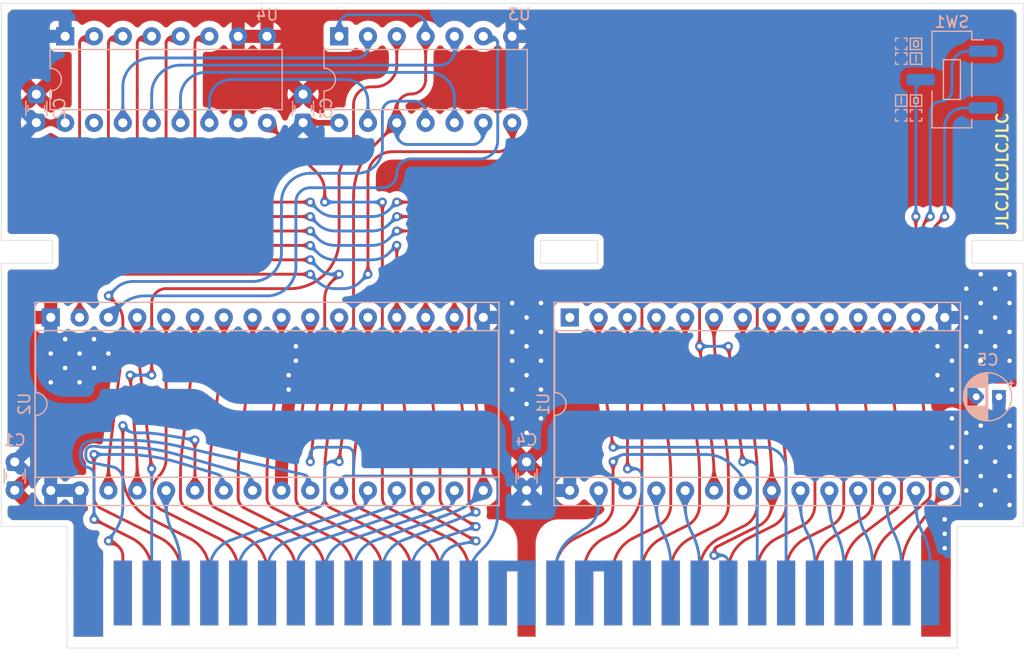
<source format=kicad_pcb>
(kicad_pcb (version 20211014) (generator pcbnew)
  (title_block (date "2022-05-10") (rev "0.0.2"))
  (layers (0 "F.Cu" mixed) (31 "B.Cu" mixed) (34 "B.Paste" user) (35 "F.Paste" user) (36 "B.SilkS" user "B.Silkscreen") (37 "F.SilkS" user "F.Silkscreen") (38 "B.Mask" user) (39 "F.Mask" user) (44 "Edge.Cuts" user))
  (net 0 "")
  (net 1 "VCC")
  (net 2 "GND")
  (net 3 "/CPU_A11")
  (net 4 "/CPU_A10")
  (net 5 "/CPU_A9")
  (net 6 "/CPU_A8")
  (net 7 "/CPU_A7")
  (net 8 "/CPU_A6")
  (net 9 "/CPU_A5")
  (net 10 "/CPU_A4")
  (net 11 "/CPU_A3")
  (net 12 "/CPU_A2")
  (net 13 "/CPU_A1")
  (net 14 "/CPU_A0")
  (net 15 "/CPU_R~{W}")
  (net 16 "/~{IRQ}")
  (net 17 "/PPU_~{RD}")
  (net 18 "/CIRAM_A10")
  (net 19 "/PPU_A6")
  (net 20 "/PPU_A5")
  (net 21 "/PPU_A4")
  (net 22 "/PPU_A3")
  (net 23 "/PPU_A2")
  (net 24 "/PPU_A1")
  (net 25 "/PPU_A0")
  (net 26 "/PPU_D0")
  (net 27 "/PPU_D1")
  (net 28 "/PPU_D2")
  (net 29 "/PPU_D3")
  (net 30 "/M2")
  (net 31 "/CPU_A12")
  (net 32 "/CPU_A13")
  (net 33 "/CPU_A14")
  (net 34 "/CPU_D7")
  (net 35 "/CPU_D6")
  (net 36 "/CPU_D5")
  (net 37 "/CPU_D4")
  (net 38 "/CPU_D3")
  (net 39 "/CPU_D2")
  (net 40 "/CPU_D1")
  (net 41 "/CPU_D0")
  (net 42 "/~{ROMSEL}")
  (net 43 "/AUD_2A03")
  (net 44 "/PPU_~{WR}")
  (net 45 "/CIRAM_~{CE}")
  (net 46 "/PPU_A7")
  (net 47 "/PPU_A8")
  (net 48 "/PPU_A9")
  (net 49 "/PPU_A10")
  (net 50 "/PPU_A11")
  (net 51 "/PPU_A12")
  (net 52 "/PPU_A13")
  (net 53 "/PPU_D7")
  (net 54 "/PPU_D6")
  (net 55 "/PPU_D5")
  (net 56 "/PPU_D4")
  (net 57 "/PRG_A17")
  (net 59 "/PRG_A16")
  (net 60 "/PRG_A15")
  (net 61 "/PRG_A14")
  (net 62 "Net-(U3-Pad2)")
  (net 63 "Net-(U3-Pad5)")
  (net 64 "Net-(U3-Pad10)")
  (net 66 "Net-(U3-Pad13)")
  (footprint "common_footprints:HVC-TGROM-01" (layer "F.Cu") (at 127 127)
    (fp_text reference "J1")
    (fp_text value "Cartridge Connector")
  )
  (footprint "common_footprints:Mirroring_Signs" (layer "B.Cu") (at 161.925 87.63 180)
    (fp_text reference "REF**" hide)
    (fp_text value "Mirroring_Signs" hide)
  )
  (footprint "common_footprints:C_Disc-0805_D3.0mm_W1.6mm_P2.50mm" (layer "B.Cu") (at 83.185 122.555 -90)
    (fp_text reference "C1")
    (fp_text value "0.1uF")
  )
  (footprint "Package_DIP:DIP-16_W7.62mm" (layer "B.Cu") (at 87.63 83.82 -90)
    (fp_text reference "U4")
    (fp_text value "74161")
  )
  (footprint "Package_DIP:DIP-32_W15.24mm_Socket" (layer "B.Cu") (at 86.36 108.58 -90)
    (fp_text reference "U2")
    (fp_text value "PRG ROM")
  )
  (footprint "common_footprints:C_Disc-0805_D3.0mm_W1.6mm_P2.50mm" (layer "B.Cu") (at 108.585 90.17 90)
    (fp_text reference "C3")
    (fp_text value "0.1uF")
  )
  (footprint "common_footprints:C_Disc-0805_D3.0mm_W1.6mm_P2.50mm" (layer "B.Cu") (at 85.09 90.17 90)
    (fp_text reference "C2")
    (fp_text value "0.1uF")
  )
  (footprint "Package_DIP:DIP-14_W7.62mm" (layer "B.Cu") (at 111.76 83.82 -90)
    (fp_text reference "U3")
    (fp_text value "7432")
  )
  (footprint "common_footprints:JS102011SCQN" (layer "B.Cu") (at 165.735 87.63 -90)
    (fp_text reference "SW1")
    (fp_text value "Mirroring")
  )
  (footprint "Package_DIP:DIP-28_W15.24mm_Socket" (layer "B.Cu") (at 132.08 108.585 -90)
    (fp_text reference "U1")
    (fp_text value "CHR RAM")
  )
  (footprint "common_footprints:C_Disc-0805_D3.0mm_W1.6mm_P2.50mm" (layer "B.Cu") (at 128.27 122.555 90)
    (fp_text reference "C4")
    (fp_text value "0.1uF")
  )
  (footprint "Capacitor_THT:CP_Radial_D4.0mm_P2.00mm" (layer "B.Cu") (at 169.8826 115.57 180)
    (fp_text reference "C5")
    (fp_text value "1uF")
  )
  (gr_line (start 82 103.8) (end 82 127) (layer "Edge.Cuts") (width 0.05))
  (gr_line (start 134.5 101.8) (end 134.5 103.8) (layer "Edge.Cuts") (width 0.05))
  (gr_line (start 166.2 127) (end 172 127) (layer "Edge.Cuts") (width 0.05))
  (gr_line (start 82 127) (end 87.8 127) (layer "Edge.Cuts") (width 0.05))
  (gr_line (start 167.5 103.8) (end 167.5 101.8) (layer "Edge.Cuts") (width 0.05))
  (gr_line (start 134.5 103.8) (end 129.5 103.8) (layer "Edge.Cuts") (width 0.05))
  (gr_line (start 82 80.9) (end 82 101.8) (layer "Edge.Cuts") (width 0.05))
  (gr_line (start 167.5 101.8) (end 172 101.8) (layer "Edge.Cuts") (width 0.05))
  (gr_line (start 82 101.8) (end 86.5 101.8) (layer "Edge.Cuts") (width 0.05))
  (gr_line (start 129.5 101.8) (end 134.5 101.8) (layer "Edge.Cuts") (width 0.05))
  (gr_line (start 129.5 103.8) (end 129.5 101.8) (layer "Edge.Cuts") (width 0.05))
  (gr_line (start 172 101.8) (end 172 80.9) (layer "Edge.Cuts") (width 0.05))
  (gr_line (start 172 80.9) (end 82 80.9) (layer "Edge.Cuts") (width 0.05))
  (gr_line (start 166.2 127) (end 166.2 137.7) (layer "Edge.Cuts") (width 0.05))
  (gr_line (start 86.5 103.8) (end 82 103.8) (layer "Edge.Cuts") (width 0.05))
  (gr_line (start 87.8 127) (end 87.8 137.7) (layer "Edge.Cuts") (width 0.05))
  (gr_line (start 86.5 101.8) (end 86.5 103.8) (layer "Edge.Cuts") (width 0.05))
  (gr_line (start 87.8 137.7) (end 166.2 137.7) (layer "Edge.Cuts") (width 0.05))
  (gr_line (start 172 127) (end 172 103.8) (layer "Edge.Cuts") (width 0.05))
  (gr_line (start 172 103.8) (end 167.5 103.8) (layer "Edge.Cuts") (width 0.05))
  (gr_text "JLCJLCJLCJLC" (at 170.18 100.965 90) (layer "F.SilkS") (effects (font (size 1 1) (thickness 0.2)) (justify left)))
  (segment (start 108.619142 91.44) (end 111.720857 91.44) (width 0.5) (layer "F.Cu") (net 1))
  (segment (start 108.595 91.43) (end 108.585 91.42) (width 0.5) (layer "F.Cu") (net 1))
  (segment (start 85.124142 91.44) (end 87.63 91.44) (width 0.5) (layer "F.Cu") (net 1))
  (segment (start 111.745 91.45) (end 111.755 91.46) (width 0.5) (layer "F.Cu") (net 1))
  (segment (start 85.1 91.43) (end 85.09 91.42) (width 0.5) (layer "F.Cu") (net 1))
  (via (at 167.005 118.745) (size 0.8) (drill 0.4) (layers "F.Cu" "B.Cu") (net 1))
  (via (at 169.545 123.825) (size 0.8) (drill 0.4) (layers "F.Cu" "B.Cu") (net 1))
  (via (at 165.735 120.015) (size 0.8) (drill 0.4) (layers "F.Cu" "B.Cu") (net 1))
  (via (at 168.275 120.015) (size 0.8) (drill 0.4) (layers "F.Cu" "B.Cu") (net 1))
  (via (at 165.1 127.635) (size 0.8) (drill 0.4) (layers "F.Cu" "B.Cu") (net 1))
  (via (at 165.1 128.905) (size 0.8) (drill 0.4) (layers "F.Cu" "B.Cu") (net 1))
  (via (at 165.735 117.475) (size 0.8) (drill 0.4) (layers "F.Cu" "B.Cu") (net 1))
  (via (at 168.275 122.555) (size 0.8) (drill 0.4) (layers "F.Cu" "B.Cu") (net 1))
  (via (at 167.005 123.825) (size 0.8) (drill 0.4) (layers "F.Cu" "B.Cu") (net 1))
  (via (at 170.815 120.015) (size 0.8) (drill 0.4) (layers "F.Cu" "B.Cu") (net 1))
  (via (at 170.815 118.11) (size 0.8) (drill 0.4) (layers "F.Cu" "B.Cu") (net 1))
  (via (at 168.275 118.11) (size 0.8) (drill 0.4) (layers "F.Cu" "B.Cu") (net 1))
  (via (at 170.815 125.095) (size 0.8) (drill 0.4) (layers "F.Cu" "B.Cu") (net 1))
  (via (at 165.1 126.365) (size 0.8) (drill 0.4) (layers "F.Cu" "B.Cu") (net 1))
  (via (at 170.815 122.555) (size 0.8) (drill 0.4) (layers "F.Cu" "B.Cu") (net 1))
  (via (at 167.005 121.285) (size 0.8) (drill 0.4) (layers "F.Cu" "B.Cu") (net 1))
  (via (at 168.275 125.095) (size 0.8) (drill 0.4) (layers "F.Cu" "B.Cu") (net 1))
  (via (at 169.545 121.285) (size 0.8) (drill 0.4) (layers "F.Cu" "B.Cu") (net 1))
  (arc (start 111.745 91.45) (mid 111.733923 91.442598) (end 111.720857 91.44) (width 0.5) (layer "F.Cu") (net 1))
  (arc (start 85.1 91.43) (mid 85.111076 91.437401) (end 85.124142 91.44) (width 0.5) (layer "F.Cu") (net 1))
  (arc (start 108.595 91.43) (mid 108.606076 91.437401) (end 108.619142 91.44) (width 0.5) (layer "F.Cu") (net 1))
  (segment (start 128.27 123.5925) (end 128.5025 123.825) (width 0.5) (layer "B.Cu") (net 1))
  (segment (start 136.8425 123.5075) (end 137.16 123.825) (width 0.5) (layer "B.Cu") (net 1))
  (segment (start 136.151398 122.940932) (end 134.62 121.92) (width 0.5) (layer "B.Cu") (net 1))
  (segment (start 128.29 123.825) (end 128.27 123.805) (width 0.5) (layer "B.Cu") (net 1))
  (arc (start 136.151398 122.940932) (mid 136.51094 123.207149) (end 136.8425 123.5075) (width 0.5) (layer "B.Cu") (net 1))
  (via (at 127 117.475) (size 0.8) (drill 0.4) (layers "F.Cu" "B.Cu") (net 2))
  (via (at 167.005 111.125) (size 0.8) (drill 0.4) (layers "F.Cu" "B.Cu") (net 2))
  (via (at 164.465 113.665) (size 0.8) (drill 0.4) (layers "F.Cu" "B.Cu") (net 2))
  (via (at 90.17 110.49) (size 0.8) (drill 0.4) (layers "F.Cu" "B.Cu") (net 2))
  (via (at 127 107.315) (size 0.8) (drill 0.4) (layers "F.Cu" "B.Cu") (net 2))
  (via (at 128.27 111.125) (size 0.8) (drill 0.4) (layers "F.Cu" "B.Cu") (net 2))
  (via (at 170.815 107.315) (size 0.8) (drill 0.4) (layers "F.Cu" "B.Cu") (net 2))
  (via (at 128.27 118.745) (size 0.8) (drill 0.4) (layers "F.Cu" "B.Cu") (net 2))
  (via (at 169.545 111.125) (size 0.8) (drill 0.4) (layers "F.Cu" "B.Cu") (net 2))
  (via (at 86.36 114.3) (size 0.8) (drill 0.4) (layers "F.Cu" "B.Cu") (net 2))
  (via (at 127 114.935) (size 0.8) (drill 0.4) (layers "F.Cu" "B.Cu") (net 2))
  (via (at 87.63 113.03) (size 0.8) (drill 0.4) (layers "F.Cu" "B.Cu") (net 2))
  (via (at 165.735 112.395) (size 0.8) (drill 0.4) (layers "F.Cu" "B.Cu") (net 2))
  (via (at 169.545 106.045) (size 0.8) (drill 0.4) (layers "F.Cu" "B.Cu") (net 2))
  (via (at 129.54 107.315) (size 0.8) (drill 0.4) (layers "F.Cu" "B.Cu") (net 2))
  (via (at 168.275 107.315) (size 0.8) (drill 0.4) (layers "F.Cu" "B.Cu") (net 2))
  (via (at 107.95 111.125) (size 0.8) (drill 0.4) (layers "F.Cu" "B.Cu") (net 2))
  (via (at 168.275 104.775) (size 0.8) (drill 0.4) (layers "F.Cu" "B.Cu") (net 2))
  (via (at 86.36 111.76) (size 0.8) (drill 0.4) (layers "F.Cu" "B.Cu") (net 2))
  (via (at 129.54 114.935) (size 0.8) (drill 0.4) (layers "F.Cu" "B.Cu") (net 2))
  (via (at 127 112.395) (size 0.8) (drill 0.4) (layers "F.Cu" "B.Cu") (net 2))
  (via (at 170.815 104.775) (size 0.8) (drill 0.4) (layers "F.Cu" "B.Cu") (net 2))
  (via (at 170.815 109.855) (size 0.8) (drill 0.4) (layers "F.Cu" "B.Cu") (net 2))
  (via (at 165.735 114.935) (size 0.8) (drill 0.4) (layers "F.Cu" "B.Cu") (net 2))
  (via (at 129.54 109.855) (size 0.8) (drill 0.4) (layers "F.Cu" "B.Cu") (net 2))
  (via (at 129.54 117.475) (size 0.8) (drill 0.4) (layers "F.Cu" "B.Cu") (net 2))
  (via (at 170.815 112.395) (size 0.8) (drill 0.4) (layers "F.Cu" "B.Cu") (net 2))
  (via (at 129.54 112.395) (size 0.8) (drill 0.4) (layers "F.Cu" "B.Cu") (net 2))
  (via (at 128.27 108.585) (size 0.8) (drill 0.4) (layers "F.Cu" "B.Cu") (net 2))
  (via (at 128.27 113.665) (size 0.8) (drill 0.4) (layers "F.Cu" "B.Cu") (net 2))
  (via (at 168.275 109.855) (size 0.8) (drill 0.4) (layers "F.Cu" "B.Cu") (net 2))
  (via (at 127 109.855) (size 0.8) (drill 0.4) (layers "F.Cu" "B.Cu") (net 2))
  (via (at 169.545 108.585) (size 0.8) (drill 0.4) (layers "F.Cu" "B.Cu") (net 2))
  (via (at 107.315 114.935) (size 0.8) (drill 0.4) (layers "F.Cu" "B.Cu") (net 2))
  (via (at 87.63 110.49) (size 0.8) (drill 0.4) (layers "F.Cu" "B.Cu") (net 2))
  (via (at 168.275 112.395) (size 0.8) (drill 0.4) (layers "F.Cu" "B.Cu") (net 2))
  (via (at 91.44 111.76) (size 0.8) (drill 0.4) (layers "F.Cu" "B.Cu") (net 2))
  (via (at 88.9 114.3) (size 0.8) (drill 0.4) (layers "F.Cu" "B.Cu") (net 2))
  (via (at 90.17 113.03) (size 0.8) (drill 0.4) (layers "F.Cu" "B.Cu") (net 2))
  (via (at 107.315 113.665) (size 0.8) (drill 0.4) (layers "F.Cu" "B.Cu") (net 2))
  (via (at 167.005 108.585) (size 0.8) (drill 0.4) (layers "F.Cu" "B.Cu") (net 2))
  (via (at 128.27 116.205) (size 0.8) (drill 0.4) (layers "F.Cu" "B.Cu") (net 2))
  (via (at 88.9 111.76) (size 0.8) (drill 0.4) (layers "F.Cu" "B.Cu") (net 2))
  (via (at 164.465 111.125) (size 0.8) (drill 0.4) (layers "F.Cu" "B.Cu") (net 2))
  (via (at 107.95 112.395) (size 0.8) (drill 0.4) (layers "F.Cu" "B.Cu") (net 2))
  (via (at 167.005 106.045) (size 0.8) (drill 0.4) (layers "F.Cu" "B.Cu") (net 2))
  (segment (start 92.71 129.614951) (end 92.71 132.85) (width 0.25) (layer "F.Cu") (net 3))
  (segment (start 91.44 128.27) (end 92.075 128.5875) (width 0.25) (layer "F.Cu") (net 3))
  (via (at 91.44 128.27) (size 0.8) (drill 0.4) (layers "F.Cu" "B.Cu") (net 3))
  (arc (start 92.075 128.5875) (mid 92.538438 129.01103) (end 92.71 129.614951) (width 0.25) (layer "F.Cu") (net 3))
  (segment (start 92.71 124.7775) (end 92.71 125.220237) (width 0.25) (layer "B.Cu") (net 3))
  (segment (start 91.775996 121.733199) (end 89.8525 121.3485) (width 0.25) (layer "B.Cu") (net 3))
  (segment (start 91.44 128.27) (end 92.075 127.3175) (width 0.25) (layer "B.Cu") (net 3))
  (segment (start 92.71 122.8725) (end 92.71 124.7775) (width 0.25) (layer "B.Cu") (net 3))
  (segment (start 103.531836 122.381238) (end 97.386986 120.625567) (width 0.25) (layer "B.Cu") (net 3))
  (segment (start 104.14 123.1875) (end 104.14 123.82) (width 0.25) (layer "B.Cu") (net 3))
  (segment (start 91.128787 120.015) (end 93.0275 120.015) (width 0.25) (layer "B.Cu") (net 3))
  (arc (start 103.531836 122.381238) (mid 103.97091 122.682544) (end 104.14 123.1875) (width 0.25) (layer "B.Cu") (net 3))
  (arc (start 91.775996 121.733199) (mid 92.446654 122.135891) (end 92.71 122.8725) (width 0.25) (layer "B.Cu") (net 3))
  (arc (start 90.4875 119.9515) (mid 90.806575 119.999086) (end 91.128787 120.015) (width 0.25) (layer "B.Cu") (net 3))
  (arc (start 89.8525 119.9515) (mid 89.604321 120.084321) (end 89.4715 120.3325) (width 0.25) (layer "B.Cu") (net 3))
  (arc (start 89.4715 120.9675) (mid 89.604321 121.215678) (end 89.8525 121.3485) (width 0.25) (layer "B.Cu") (net 3))
  (arc (start 89.4715 120.3325) (mid 89.440061 120.65) (end 89.4715 120.9675) (width 0.25) (layer "B.Cu") (net 3))
  (arc (start 90.4875 119.9515) (mid 90.17 119.920061) (end 89.8525 119.9515) (width 0.25) (layer "B.Cu") (net 3))
  (arc (start 97.386986 120.625567) (mid 95.228517 120.168383) (end 93.0275 120.015) (width 0.25) (layer "B.Cu") (net 3))
  (arc (start 92.71 125.220237) (mid 92.547769 126.31588) (end 92.075 127.3175) (width 0.25) (layer "B.Cu") (net 3))
  (segment (start 95.25 130.8775) (end 95.25 132.85) (width 0.25) (layer "F.Cu") (net 4))
  (segment (start 93.485742 128.022871) (end 90.17 126.365) (width 0.25) (layer "F.Cu") (net 4))
  (via (at 90.17 126.365) (size 0.8) (drill 0.4) (layers "F.Cu" "B.Cu") (net 4))
  (arc (start 93.485742 128.022871) (mid 94.773341 129.199591) (end 95.25 130.8775) (width 0.25) (layer "F.Cu") (net 4))
  (segment (start 97.726837 119.942917) (end 108.603228 122.414824) (width 0.25) (layer "B.Cu") (net 4))
  (segment (start 90.17 122.8725) (end 90.17 122.443634) (width 0.25) (layer "B.Cu") (net 4))
  (segment (start 90.17 124.7775) (end 90.17 126.365) (width 0.25) (layer "B.Cu") (net 4))
  (segment (start 92.71 119.38) (end 90.693634 119.38) (width 0.25) (layer "B.Cu") (net 4))
  (segment (start 109.22 123.1875) (end 109.22 123.82) (width 0.25) (layer "B.Cu") (net 4))
  (segment (start 90.17 122.8725) (end 90.17 124.7775) (width 0.25) (layer "B.Cu") (net 4))
  (arc (start 108.603228 122.414824) (mid 109.046899 122.693173) (end 109.22 123.1875) (width 0.25) (layer "B.Cu") (net 4))
  (arc (start 89.027 121.158) (mid 89.256557 121.563442) (end 89.662 121.793) (width 0.25) (layer "B.Cu") (net 4))
  (arc (start 97.726837 119.942917) (mid 95.234159 119.521169) (end 92.71 119.38) (width 0.25) (layer "B.Cu") (net 4))
  (arc (start 90.693634 119.38) (mid 90.173923 119.411869) (end 89.662 119.507) (width 0.25) (layer "B.Cu") (net 4))
  (arc (start 89.662 121.793) (mid 90.027958 122.030902) (end 90.17 122.443634) (width 0.25) (layer "B.Cu") (net 4))
  (arc (start 89.027 120.142) (mid 88.964462 120.65) (end 89.027 121.158) (width 0.25) (layer "B.Cu") (net 4))
  (arc (start 89.662 119.507) (mid 89.256557 119.736557) (end 89.027 120.142) (width 0.25) (layer "B.Cu") (net 4))
  (segment (start 97.79 130.8775) (end 97.79 132.85) (width 0.25) (layer "F.Cu") (net 5))
  (segment (start 96.025742 128.022871) (end 90.737961 125.37898) (width 0.25) (layer "F.Cu") (net 5))
  (segment (start 90.17 123.19) (end 90.17 124.46) (width 0.25) (layer "F.Cu") (net 5))
  (segment (start 90.17 123.19) (end 90.17 120.65) (width 0.25) (layer "F.Cu") (net 5))
  (via (at 90.17 120.65) (size 0.8) (drill 0.4) (layers "F.Cu" "B.Cu") (net 5))
  (arc (start 90.17 124.46) (mid 90.323448 125.000163) (end 90.737961 125.37898) (width 0.25) (layer "F.Cu") (net 5))
  (arc (start 96.025742 128.022871) (mid 97.313341 129.199591) (end 97.79 130.8775) (width 0.25) (layer "F.Cu") (net 5))
  (segment (start 90.17 120.65) (end 92.71 120.65) (width 0.25) (layer "B.Cu") (net 5))
  (segment (start 97.682878 121.379863) (end 100.994174 122.373252) (width 0.25) (layer "B.Cu") (net 5))
  (segment (start 101.6 123.1875) (end 101.6 123.82) (width 0.25) (layer "B.Cu") (net 5))
  (arc (start 97.682878 121.379863) (mid 95.223076 120.833437) (end 92.71 120.65) (width 0.25) (layer "B.Cu") (net 5))
  (arc (start 100.994174 122.373252) (mid 101.431929 122.680049) (end 101.6 123.1875) (width 0.25) (layer "B.Cu") (net 5))
  (segment (start 92.71 118.11) (end 92.71 122.341422) (width 0.25) (layer "F.Cu") (net 6))
  (segment (start 100.33 130.8775) (end 100.33 132.85) (width 0.25) (layer "F.Cu") (net 6))
  (segment (start 95.172874 126.326437) (end 98.565742 128.022871) (width 0.25) (layer "F.Cu") (net 6))
  (segment (start 99.06 119.38) (end 99.06 123.82) (width 0.25) (layer "F.Cu") (net 6))
  (via (at 99.06 119.38) (size 0.8) (drill 0.4) (layers "F.Cu" "B.Cu") (net 6))
  (via (at 92.71 118.11) (size 0.8) (drill 0.4) (layers "F.Cu" "B.Cu") (net 6))
  (arc (start 92.71 122.341422) (mid 93.375407 124.683755) (end 95.172874 126.326437) (width 0.25) (layer "F.Cu") (net 6))
  (arc (start 98.565742 128.022871) (mid 99.853341 129.199591) (end 100.33 130.8775) (width 0.25) (layer "F.Cu") (net 6))
  (segment (start 93.794012 118.745) (end 94.2975 118.745) (width 0.25) (layer "B.Cu") (net 6))
  (segment (start 92.71 118.11) (end 93.0275 118.4275) (width 0.25) (layer "B.Cu") (net 6))
  (segment (start 96.18954 118.90159) (end 99.06 119.38) (width 0.25) (layer "B.Cu") (net 6))
  (arc (start 93.0275 118.4275) (mid 93.379178 118.662484) (end 93.794012 118.745) (width 0.25) (layer "B.Cu") (net 6))
  (arc (start 96.18954 118.90159) (mid 95.246754 118.784214) (end 94.2975 118.745) (width 0.25) (layer "B.Cu") (net 6))
  (segment (start 96.101941 125.52097) (end 101.105742 128.022871) (width 0.25) (layer "F.Cu") (net 7))
  (segment (start 96.52 121.021974) (end 96.52 108.58) (width 0.25) (layer "F.Cu") (net 7))
  (segment (start 95.25 124.1425) (end 95.25 124.088025) (width 0.25) (layer "F.Cu") (net 7))
  (segment (start 102.87 130.8775) (end 102.87 132.85) (width 0.25) (layer "F.Cu") (net 7))
  (arc (start 96.52 121.021974) (mid 96.354968 121.851641) (end 95.885 122.555) (width 0.25) (layer "F.Cu") (net 7))
  (arc (start 95.885 122.555) (mid 95.415031 123.258357) (end 95.25 124.088025) (width 0.25) (layer "F.Cu") (net 7))
  (arc (start 101.105742 128.022871) (mid 102.393341 129.199591) (end 102.87 130.8775) (width 0.25) (layer "F.Cu") (net 7))
  (arc (start 95.25 124.1425) (mid 95.480173 124.952744) (end 96.101941 125.52097) (width 0.25) (layer "F.Cu") (net 7))
  (segment (start 99.06 109.8525) (end 99.06 108.58) (width 0.25) (layer "F.Cu") (net 8))
  (segment (start 97.947523 120.024807) (end 98.902165 112.387673) (width 0.25) (layer "F.Cu") (net 8))
  (segment (start 97.79 123.19) (end 97.79 124.46) (width 0.25) (layer "F.Cu") (net 8))
  (segment (start 105.41 130.8775) (end 105.41 132.85) (width 0.25) (layer "F.Cu") (net 8))
  (segment (start 97.79 122.555) (end 97.79 123.19) (width 0.25) (layer "F.Cu") (net 8))
  (segment (start 98.357961 125.37898) (end 103.645742 128.022871) (width 0.25) (layer "F.Cu") (net 8))
  (arc (start 97.947523 120.024807) (mid 97.829418 121.287454) (end 97.79 122.555) (width 0.25) (layer "F.Cu") (net 8))
  (arc (start 103.645742 128.022871) (mid 104.933341 129.199591) (end 105.41 130.8775) (width 0.25) (layer "F.Cu") (net 8))
  (arc (start 99.06 109.8525) (mid 99.020503 111.12254) (end 98.902165 112.387673) (width 0.25) (layer "F.Cu") (net 8))
  (arc (start 97.79 124.46) (mid 97.943448 125.000163) (end 98.357961 125.37898) (width 0.25) (layer "F.Cu") (net 8))
  (segment (start 100.897961 125.37898) (end 106.185742 128.022871) (width 0.25) (layer "F.Cu") (net 9))
  (segment (start 100.487523 120.024807) (end 101.442165 112.387673) (width 0.25) (layer "F.Cu") (net 9))
  (segment (start 107.95 130.8775) (end 107.95 132.85) (width 0.25) (layer "F.Cu") (net 9))
  (segment (start 100.33 123.19) (end 100.33 124.46) (width 0.25) (layer "F.Cu") (net 9))
  (segment (start 101.6 109.8525) (end 101.6 108.58) (width 0.25) (layer "F.Cu") (net 9))
  (segment (start 100.33 122.555) (end 100.33 123.19) (width 0.25) (layer "F.Cu") (net 9))
  (arc (start 100.33 124.46) (mid 100.483448 125.000163) (end 100.897961 125.37898) (width 0.25) (layer "F.Cu") (net 9))
  (arc (start 100.487523 120.024807) (mid 100.369418 121.287454) (end 100.33 122.555) (width 0.25) (layer "F.Cu") (net 9))
  (arc (start 106.185742 128.022871) (mid 107.473341 129.199591) (end 107.95 130.8775) (width 0.25) (layer "F.Cu") (net 9))
  (arc (start 101.6 109.8525) (mid 101.560503 111.12254) (end 101.442165 112.387673) (width 0.25) (layer "F.Cu") (net 9))
  (segment (start 103.027523 120.024807) (end 103.982165 112.387673) (width 0.25) (layer "F.Cu") (net 10))
  (segment (start 102.87 123.19) (end 102.87 124.46) (width 0.25) (layer "F.Cu") (net 10))
  (segment (start 103.437961 125.37898) (end 108.725742 128.022871) (width 0.25) (layer "F.Cu") (net 10))
  (segment (start 102.87 123.19) (end 102.87 122.555) (width 0.25) (layer "F.Cu") (net 10))
  (segment (start 110.49 130.8775) (end 110.49 132.85) (width 0.25) (layer "F.Cu") (net 10))
  (segment (start 104.14 109.8525) (end 104.14 108.58) (width 0.25) (layer "F.Cu") (net 10))
  (arc (start 104.14 109.8525) (mid 104.100503 111.12254) (end 103.982165 112.387673) (width 0.25) (layer "F.Cu") (net 10))
  (arc (start 102.87 124.46) (mid 103.023448 125.000163) (end 103.437961 125.37898) (width 0.25) (layer "F.Cu") (net 10))
  (arc (start 108.725742 128.022871) (mid 110.013341 129.199591) (end 110.49 130.8775) (width 0.25) (layer "F.Cu") (net 10))
  (arc (start 103.027523 120.024807) (mid 102.909418 121.287454) (end 102.87 122.555) (width 0.25) (layer "F.Cu") (net 10))
  (segment (start 105.41 122.555) (end 105.41 123.19) (width 0.25) (layer "F.Cu") (net 11))
  (segment (start 105.977961 125.37898) (end 111.265742 128.022871) (width 0.25) (layer "F.Cu") (net 11))
  (segment (start 113.03 130.8775) (end 113.03 132.85) (width 0.25) (layer "F.Cu") (net 11))
  (segment (start 105.41 123.19) (end 105.41 124.46) (width 0.25) (layer "F.Cu") (net 11))
  (segment (start 105.567523 120.024807) (end 106.522165 112.387673) (width 0.25) (layer "F.Cu") (net 11))
  (segment (start 106.68 109.8525) (end 106.68 108.58) (width 0.25) (layer "F.Cu") (net 11))
  (arc (start 111.265742 128.022871) (mid 112.553341 129.199591) (end 113.03 130.8775) (width 0.25) (layer "F.Cu") (net 11))
  (arc (start 105.567523 120.024807) (mid 105.449418 121.287454) (end 105.41 122.555) (width 0.25) (layer "F.Cu") (net 11))
  (arc (start 106.68 109.8525) (mid 106.640503 111.12254) (end 106.522165 112.387673) (width 0.25) (layer "F.Cu") (net 11))
  (arc (start 105.41 124.46) (mid 105.563448 125.000163) (end 105.977961 125.37898) (width 0.25) (layer "F.Cu") (net 11))
  (segment (start 113.805742 128.022871) (end 108.517961 125.37898) (width 0.25) (layer "F.Cu") (net 12))
  (segment (start 107.95 123.19) (end 107.95 124.46) (width 0.25) (layer "F.Cu") (net 12))
  (segment (start 109.062165 112.387673) (end 108.107524 120.024807) (width 0.25) (layer "F.Cu") (net 12))
  (segment (start 109.22 109.8525) (end 109.22 108.58) (width 0.25) (layer "F.Cu") (net 12))
  (segment (start 115.57 130.8775) (end 115.57 132.85) (width 0.25) (layer "F.Cu") (net 12))
  (segment (start 107.95 123.19) (end 107.95 122.555) (width 0.25) (layer "F.Cu") (net 12))
  (arc (start 113.805742 128.022871) (mid 115.093341 129.199591) (end 115.57 130.8775) (width 0.25) (layer "F.Cu") (net 12))
  (arc (start 108.107524 120.024807) (mid 107.989419 121.287454) (end 107.95 122.555) (width 0.25) (layer "F.Cu") (net 12))
  (arc (start 107.95 124.46) (mid 108.103448 125.000163) (end 108.517961 125.37898) (width 0.25) (layer "F.Cu") (net 12))
  (arc (start 109.22 109.8525) (mid 109.180503 111.12254) (end 109.062165 112.387673) (width 0.25) (layer "F.Cu") (net 12))
  (segment (start 110.49 123.19) (end 110.49 124.46) (width 0.25) (layer "F.Cu") (net 13))
  (segment (start 118.11 130.8775) (end 118.11 132.85) (width 0.25) (layer "F.Cu") (net 13))
  (segment (start 111.76 109.8525) (end 111.76 108.58) (width 0.25) (layer "F.Cu") (net 13))
  (segment (start 110.647523 120.024807) (end 111.602165 112.387673) (width 0.25) (layer "F.Cu") (net 13))
  (segment (start 110.49 123.19) (end 110.49 122.555) (width 0.25) (layer "F.Cu") (net 13))
  (segment (start 111.057961 125.37898) (end 116.345742 128.022871) (width 0.25) (layer "F.Cu") (net 13))
  (arc (start 110.647523 120.024807) (mid 110.529418 121.287454) (end 110.49 122.555) (width 0.25) (layer "F.Cu") (net 13))
  (arc (start 110.49 124.46) (mid 110.643448 125.000163) (end 111.057961 125.37898) (width 0.25) (layer "F.Cu") (net 13))
  (arc (start 111.76 109.8525) (mid 111.720503 111.12254) (end 111.602165 112.387673) (width 0.25) (layer "F.Cu") (net 13))
  (arc (start 116.345742 128.022871) (mid 117.633341 129.199591) (end 118.11 130.8775) (width 0.25) (layer "F.Cu") (net 13))
  (segment (start 114.142165 112.387673) (end 113.187524 120.024807) (width 0.25) (layer "F.Cu") (net 14))
  (segment (start 120.65 130.8775) (end 120.65 132.85) (width 0.25) (layer "F.Cu") (net 14))
  (segment (start 114.3 109.8525) (end 114.3 108.58) (width 0.25) (layer "F.Cu") (net 14))
  (segment (start 118.885742 128.022871) (end 113.597961 125.37898) (width 0.25) (layer "F.Cu") (net 14))
  (segment (start 113.03 123.19) (end 113.03 124.46) (width 0.25) (layer "F.Cu") (net 14))
  (segment (start 113.03 122.555) (end 113.03 123.19) (width 0.25) (layer "F.Cu") (net 14))
  (arc (start 114.3 109.8525) (mid 114.260503 111.12254) (end 114.142165 112.387673) (width 0.25) (layer "F.Cu") (net 14))
  (arc (start 118.885742 128.022871) (mid 120.173341 129.199591) (end 120.65 130.8775) (width 0.25) (layer "F.Cu") (net 14))
  (arc (start 113.03 124.46) (mid 113.183448 125.000163) (end 113.597961 125.37898) (width 0.25) (layer "F.Cu") (net 14))
  (arc (start 113.187524 120.024807) (mid 113.069419 121.287454) (end 113.03 122.555) (width 0.25) (layer "F.Cu") (net 14))
  (segment (start 115.57 98.425) (end 115.57 123.19) (width 0.25) (layer "F.Cu") (net 15))
  (segment (start 110.49 97.4725) (end 110.49 98.425) (width 0.25) (layer "F.Cu") (net 15))
  (segment (start 116.137961 125.37898) (end 121.425742 128.022871) (width 0.25) (layer "F.Cu") (net 15))
  (segment (start 109.81648 95.84648) (end 105.41 91.44) (width 0.25) (layer "F.Cu") (net 15))
  (segment (start 123.19 130.8775) (end 123.19 132.85) (width 0.25) (layer "F.Cu") (net 15))
  (segment (start 115.57 123.19) (end 115.57 124.46) (width 0.25) (layer "F.Cu") (net 15))
  (via (at 115.57 98.425) (size 0.8) (drill 0.4) (layers "F.Cu" "B.Cu") (net 15))
  (via (at 110.49 98.425) (size 0.8) (drill 0.4) (layers "F.Cu" "B.Cu") (net 15))
  (arc (start 109.81648 95.84648) (mid 110.314957 96.592504) (end 110.49 97.4725) (width 0.25) (layer "F.Cu") (net 15))
  (arc (start 121.425742 128.022871) (mid 122.713341 129.199591) (end 123.19 130.8775) (width 0.25) (layer "F.Cu") (net 15))
  (arc (start 115.57 124.46) (mid 115.723448 125.000163) (end 116.137961 125.37898) (width 0.25) (layer "F.Cu") (net 15))
  (segment (start 115.57 98.425) (end 110.49 98.425) (width 0.25) (layer "B.Cu") (net 15))
  (segment (start 105.425 91.455) (end 105.425 91.45) (width 0.25) (layer "B.Cu") (net 15))
  (segment (start 135.89 121.285) (end 135.89 123.19) (width 0.25) (layer "F.Cu") (net 17))
  (segment (start 132.574257 128.022871) (end 134.754077 126.932961) (width 0.25) (layer "F.Cu") (net 17))
  (segment (start 135.89 121.285) (end 135.89 122.555) (width 0.25) (layer "F.Cu") (net 17))
  (segment (start 135.89 122.555) (end 135.89 125.095) (width 0.25) (layer "F.Cu") (net 17))
  (segment (start 130.81 130.8775) (end 130.81 132.85) (width 0.25) (layer "F.Cu") (net 17))
  (via (at 135.89 121.285) (size 0.8) (drill 0.4) (layers "F.Cu" "B.Cu") (net 17))
  (arc (start 132.574257 128.022871) (mid 131.286658 129.199591) (end 130.81 130.8775) (width 0.25) (layer "F.Cu") (net 17))
  (arc (start 135.89 125.095) (mid 135.583101 126.175326) (end 134.754077 126.932961) (width 0.25) (layer "F.Cu") (net 17))
  (segment (start 144.067961 120.65) (end 136.974012 120.65) (width 0.25) (layer "B.Cu") (net 17))
  (segment (start 146.870987 122.105987) (end 146.3675 121.6025) (width 0.25) (layer "B.Cu") (net 17))
  (segment (start 135.89 121.285) (end 136.2075 120.9675) (width 0.25) (layer "B.Cu") (net 17))
  (segment (start 147.32 123.19) (end 147.32 123.825) (width 0.25) (layer "B.Cu") (net 17))
  (arc (start 146.3675 121.6025) (mid 145.312462 120.897546) (end 144.067961 120.65) (width 0.25) (layer "B.Cu") (net 17))
  (arc (start 136.974012 120.65) (mid 136.559178 120.732515) (end 136.2075 120.9675) (width 0.25) (layer "B.Cu") (net 17))
  (arc (start 146.870987 122.105987) (mid 147.203305 122.603336) (end 147.32 123.19) (width 0.25) (layer "B.Cu") (net 17))
  (segment (start 135.114257 128.02287) (end 135.967125 127.596437) (width 0.25) (layer "F.Cu") (net 18))
  (segment (start 138.43 106.68) (end 138.43 110.49) (width 0.25) (layer "F.Cu") (net 18))
  (segment (start 162.56 102.235) (end 162.56 99.695) (width 0.25) (layer "F.Cu") (net 18))
  (segment (start 138.43 110.49) (end 138.43 123.611422) (width 0.25) (layer "F.Cu") (net 18))
  (segment (start 133.35 130.8775) (end 133.35 132.85) (width 0.25) (layer "F.Cu") (net 18))
  (segment (start 160.02 104.775) (end 140.335 104.775) (width 0.25) (layer "F.Cu") (net 18))
  (via (at 162.56 99.695) (size 0.8) (drill 0.4) (layers "F.Cu" "B.Cu") (net 18))
  (arc (start 135.114257 128.02287) (mid 133.826658 129.19959) (end 133.35 130.8775) (width 0.25) (layer "F.Cu") (net 18))
  (arc (start 138.43 123.611422) (mid 137.764592 125.953755) (end 135.967125 127.596437) (width 0.25) (layer "F.Cu") (net 18))
  (arc (start 162.56 102.235) (mid 161.816051 104.031051) (end 160.02 104.775) (width 0.25) (layer "F.Cu") (net 18))
  (arc (start 140.335 104.775) (mid 138.987961 105.332961) (end 138.43 106.68) (width 0.25) (layer "F.Cu") (net 18))
  (segment (start 162.56 99.695) (end 162.56 88.35552) (width 0.25) (layer "B.Cu") (net 18))
  (segment (start 162.7725 87.8425) (end 162.985 87.63) (width 0.25) (layer "B.Cu") (net 18))
  (arc (start 162.7725 87.8425) (mid 162.615226 88.077875) (end 162.56 88.35552) (width 0.25) (layer "B.Cu") (net 18))
  (segment (start 140.812475 120.024807) (end 139.857524 112.385192) (width 0.25) (layer "F.Cu") (net 19))
  (segment (start 140.97 122.555) (end 140.97 125.095) (width 0.25) (layer "F.Cu") (net 19))
  (segment (start 139.834077 126.932961) (end 137.654257 128.022871) (width 0.25) (layer "F.Cu") (net 19))
  (segment (start 139.7 109.855) (end 139.7 108.585) (width 0.25) (layer "F.Cu") (net 19))
  (segment (start 135.89 130.8775) (end 135.89 132.85) (width 0.25) (layer "F.Cu") (net 19))
  (arc (start 139.7 109.855) (mid 139.739419 111.122545) (end 139.857524 112.385192) (width 0.25) (layer "F.Cu") (net 19))
  (arc (start 140.812475 120.024807) (mid 140.93058 121.287454) (end 140.97 122.555) (width 0.25) (layer "F.Cu") (net 19))
  (arc (start 140.97 125.095) (mid 140.663101 126.175326) (end 139.834077 126.932961) (width 0.25) (layer "F.Cu") (net 19))
  (arc (start 137.654257 128.022871) (mid 136.366658 129.199591) (end 135.89 130.8775) (width 0.25) (layer "F.Cu") (net 19))
  (segment (start 142.24 109.855) (end 142.24 108.585) (width 0.25) (layer "F.Cu") (net 20))
  (segment (start 143.51 122.555) (end 143.51 125.095) (width 0.25) (layer "F.Cu") (net 20))
  (segment (start 142.374077 126.932961) (end 140.194257 128.022871) (width 0.25) (layer "F.Cu") (net 20))
  (segment (start 138.43 130.8775) (end 138.43 132.85) (width 0.25) (layer "F.Cu") (net 20))
  (segment (start 142.397523 112.385192) (end 143.352475 120.024807) (width 0.25) (layer "F.Cu") (net 20))
  (arc (start 140.194257 128.022871) (mid 138.906658 129.199591) (end 138.43 130.8775) (width 0.25) (layer "F.Cu") (net 20))
  (arc (start 142.24 109.855) (mid 142.279418 111.122545) (end 142.397523 112.385192) (width 0.25) (layer "F.Cu") (net 20))
  (arc (start 143.51 125.095) (mid 143.203101 126.175326) (end 142.374077 126.932961) (width 0.25) (layer "F.Cu") (net 20))
  (arc (start 143.352475 120.024807) (mid 143.47058 121.287454) (end 143.51 122.555) (width 0.25) (layer "F.Cu") (net 20))
  (segment (start 144.78 109.855) (end 144.78 108.585) (width 0.25) (layer "F.Cu") (net 21))
  (segment (start 144.914077 126.932961) (end 142.734257 128.022871) (width 0.25) (layer "F.Cu") (net 21))
  (segment (start 144.937523 112.385192) (end 145.892475 120.024807) (width 0.25) (layer "F.Cu") (net 21))
  (segment (start 146.05 122.555) (end 146.05 125.095) (width 0.25) (layer "F.Cu") (net 21))
  (segment (start 140.97 130.8775) (end 140.97 132.85) (width 0.25) (layer "F.Cu") (net 21))
  (arc (start 144.78 109.855) (mid 144.819418 111.122545) (end 144.937523 112.385192) (width 0.25) (layer "F.Cu") (net 21))
  (arc (start 145.892475 120.024807) (mid 146.01058 121.287454) (end 146.05 122.555) (width 0.25) (layer "F.Cu") (net 21))
  (arc (start 146.05 125.095) (mid 145.743101 126.175326) (end 144.914077 126.932961) (width 0.25) (layer "F.Cu") (net 21))
  (arc (start 142.734257 128.022871) (mid 141.446658 129.199591) (end 140.97 130.8775) (width 0.25) (layer "F.Cu") (net 21))
  (segment (start 148.59 122.555) (end 148.59 125.095) (width 0.25) (layer "F.Cu") (net 22))
  (segment (start 147.477523 112.385192) (end 148.432475 120.024807) (width 0.25) (layer "F.Cu") (net 22))
  (segment (start 143.51 130.8775) (end 143.51 132.85) (width 0.25) (layer "F.Cu") (net 22))
  (segment (start 147.32 109.855) (end 147.32 108.585) (width 0.25) (layer "F.Cu") (net 22))
  (segment (start 147.454077 126.932961) (end 145.274257 128.022871) (width 0.25) (layer "F.Cu") (net 22))
  (arc (start 148.432475 120.024807) (mid 148.55058 121.287454) (end 148.59 122.555) (width 0.25) (layer "F.Cu") (net 22))
  (arc (start 145.274257 128.022871) (mid 143.986658 129.199591) (end 143.51 130.8775) (width 0.25) (layer "F.Cu") (net 22))
  (arc (start 148.59 125.095) (mid 148.283101 126.175326) (end 147.454077 126.932961) (width 0.25) (layer "F.Cu") (net 22))
  (arc (start 147.32 109.855) (mid 147.359418 111.122545) (end 147.477523 112.385192) (width 0.25) (layer "F.Cu") (net 22))
  (segment (start 150.017523 112.385192) (end 150.972475 120.024807) (width 0.25) (layer "F.Cu") (net 23))
  (segment (start 146.05 130.8775) (end 146.05 132.85) (width 0.25) (layer "F.Cu") (net 23))
  (segment (start 149.994077 126.932961) (end 147.814257 128.022871) (width 0.25) (layer "F.Cu") (net 23))
  (segment (start 149.86 109.855) (end 149.86 108.585) (width 0.25) (layer "F.Cu") (net 23))
  (segment (start 151.13 122.555) (end 151.13 125.095) (width 0.25) (layer "F.Cu") (net 23))
  (arc (start 151.13 125.095) (mid 150.823101 126.175326) (end 149.994077 126.932961) (width 0.25) (layer "F.Cu") (net 23))
  (arc (start 147.814257 128.022871) (mid 146.526658 129.199591) (end 146.05 130.8775) (width 0.25) (layer "F.Cu") (net 23))
  (arc (start 150.972475 120.024807) (mid 151.09058 121.287454) (end 151.13 122.555) (width 0.25) (layer "F.Cu") (net 23))
  (arc (start 149.86 109.855) (mid 149.899418 111.122545) (end 150.017523 112.385192) (width 0.25) (layer "F.Cu") (net 23))
  (segment (start 152.557523 112.385192) (end 153.512475 120.024807) (width 0.25) (layer "F.Cu") (net 24))
  (segment (start 152.534077 126.932961) (end 150.354257 128.022871) (width 0.25) (layer "F.Cu") (net 24))
  (segment (start 148.59 130.8775) (end 148.59 132.85) (width 0.25) (layer "F.Cu") (net 24))
  (segment (start 152.4 109.855) (end 152.4 108.585) (width 0.25) (layer "F.Cu") (net 24))
  (segment (start 153.67 122.555) (end 153.67 125.095) (width 0.25) (layer "F.Cu") (net 24))
  (arc (start 153.67 125.095) (mid 153.363101 126.175326) (end 152.534077 126.932961) (width 0.25) (layer "F.Cu") (net 24))
  (arc (start 153.512475 120.024807) (mid 153.63058 121.287454) (end 153.67 122.555) (width 0.25) (layer "F.Cu") (net 24))
  (arc (start 152.4 109.855) (mid 152.439418 111.122545) (end 152.557523 112.385192) (width 0.25) (layer "F.Cu") (net 24))
  (arc (start 150.354257 128.022871) (mid 149.066658 129.199591) (end 148.59 130.8775) (width 0.25) (layer "F.Cu") (net 24))
  (segment (start 155.074077 126.932961) (end 152.894257 128.022871) (width 0.25) (layer "F.Cu") (net 25))
  (segment (start 151.13 130.8775) (end 151.13 132.85) (width 0.25) (layer "F.Cu") (net 25))
  (segment (start 154.94 109.855) (end 154.94 108.585) (width 0.25) (layer "F.Cu") (net 25))
  (segment (start 156.052475 120.024807) (end 155.097524 112.385192) (width 0.25) (layer "F.Cu") (net 25))
  (segment (start 156.21 122.555) (end 156.21 125.095) (width 0.25) (layer "F.Cu") (net 25))
  (arc (start 156.052475 120.024807) (mid 156.17058 121.287454) (end 156.21 122.555) (width 0.25) (layer "F.Cu") (net 25))
  (arc (start 152.894257 128.022871) (mid 151.606658 129.199591) (end 151.13 130.8775) (width 0.25) (layer "F.Cu") (net 25))
  (arc (start 154.94 109.855) (mid 154.979419 111.122545) (end 155.097524 112.385192) (width 0.25) (layer "F.Cu") (net 25))
  (arc (start 156.21 125.095) (mid 155.903101 126.175326) (end 155.074077 126.932961) (width 0.25) (layer "F.Cu") (net 25))
  (segment (start 153.67 130.8775) (end 153.67 132.85) (width 0.25) (layer "F.Cu") (net 26))
  (segment (start 158.75 122.8725) (end 158.75 124.7775) (width 0.25) (layer "F.Cu") (net 26))
  (segment (start 155.342676 127.859576) (end 157.942281 126.234823) (width 0.25) (layer "F.Cu") (net 26))
  (segment (start 158.75 122.555) (end 158.75 122.8725) (width 0.25) (layer "F.Cu") (net 26))
  (segment (start 157.48 109.855) (end 157.48 108.585) (width 0.25) (layer "F.Cu") (net 26))
  (segment (start 158.592475 120.024807) (end 157.637524 112.385192) (width 0.25) (layer "F.Cu") (net 26))
  (arc (start 158.592475 120.024807) (mid 158.71058 121.287454) (end 158.75 122.555) (width 0.25) (layer "F.Cu") (net 26))
  (arc (start 158.75 124.7775) (mid 158.534567 125.610596) (end 157.942281 126.234823) (width 0.25) (layer "F.Cu") (net 26))
  (arc (start 155.342676 127.859576) (mid 154.116131 129.152267) (end 153.67 130.8775) (width 0.25) (layer "F.Cu") (net 26))
  (arc (start 157.48 109.855) (mid 157.519419 111.122545) (end 157.637524 112.385192) (width 0.25) (layer "F.Cu") (net 26))
  (segment (start 160.02 109.855) (end 160.02 108.585) (width 0.25) (layer "F.Cu") (net 27))
  (segment (start 161.29 122.555) (end 161.29 123.19) (width 0.25) (layer "F.Cu") (net 27))
  (segment (start 161.132475 120.024807) (end 160.177524 112.385192) (width 0.25) (layer "F.Cu") (net 27))
  (segment (start 161.29 123.19) (end 161.29 124.46) (width 0.25) (layer "F.Cu") (net 27))
  (segment (start 156.21 130.8775) (end 156.21 132.85) (width 0.25) (layer "F.Cu") (net 27))
  (segment (start 160.782 125.476) (end 157.788 127.7215) (width 0.25) (layer "F.Cu") (net 27))
  (arc (start 160.02 109.855) (mid 160.059419 111.122545) (end 160.177524 112.385192) (width 0.25) (layer "F.Cu") (net 27))
  (arc (start 161.132475 120.024807) (mid 161.25058 121.287454) (end 161.29 122.555) (width 0.25) (layer "F.Cu") (net 27))
  (arc (start 157.788 127.7215) (mid 156.626484 129.113242) (end 156.21 130.8775) (width 0.25) (layer "F.Cu") (net 27))
  (arc (start 161.29 124.46) (mid 161.155922 125.027961) (end 160.782 125.476) (width 0.25) (layer "F.Cu") (net 27))
  (segment (start 162.56 109.855) (end 162.56 108.585) (width 0.25) (layer "F.Cu") (net 28))
  (segment (start 162.717523 112.385192) (end 163.672475 120.024807) (width 0.25) (layer "F.Cu") (net 28))
  (segment (start 163.83 123.5075) (end 163.83 122.555) (width 0.25) (layer "F.Cu") (net 28))
  (segment (start 160.234457 127.606099) (end 163.591056 124.669075) (width 0.25) (layer "F.Cu") (net 28))
  (segment (start 158.75 130.8775) (end 158.75 132.85) (width 0.25) (layer "F.Cu") (net 28))
  (segment (start 163.83 123.5075) (end 163.83 124.1425) (width 0.25) (layer "F.Cu") (net 28))
  (arc (start 162.56 109.855) (mid 162.599418 111.122545) (end 162.717523 112.385192) (width 0.25) (layer "F.Cu") (net 28))
  (arc (start 160.234457 127.606099) (mid 159.138472 129.081276) (end 158.75 130.8775) (width 0.25) (layer "F.Cu") (net 28))
  (arc (start 163.83 124.1425) (mid 163.767469 124.431625) (end 163.591056 124.669075) (width 0.25) (layer "F.Cu") (net 28))
  (arc (start 163.672475 120.024807) (mid 163.79058 121.287454) (end 163.83 122.555) (width 0.25) (layer "F.Cu") (net 28))
  (segment (start 162.4735 127.327) (end 165.1 123.825) (width 0.25) (layer "F.Cu") (net 29))
  (segment (start 161.29 130.8775) (end 161.29 132.85) (width 0.25) (layer "F.Cu") (net 29))
  (arc (start 162.4735 127.327) (mid 161.593666 129.006222) (end 161.29 130.8775) (width 0.25) (layer "F.Cu") (net 29))
  (segment (start 94.12868 112.388784) (end 95.25 121.92) (width 0.25) (layer "F.Cu") (net 31))
  (segment (start 93.98 109.8525) (end 93.98 108.58) (width 0.25) (layer "F.Cu") (net 31))
  (via (at 95.25 121.92) (size 0.8) (drill 0.4) (layers "F.Cu" "B.Cu") (net 31))
  (arc (start 93.98 109.8525) (mid 94.017201 111.122819) (end 94.12868 112.388784) (width 0.25) (layer "F.Cu") (net 31))
  (segment (start 95.25 121.92) (end 95.25 132.85) (width 0.25) (layer "B.Cu") (net 31))
  (segment (start 97.155 127.635) (end 97.089079 127.503158) (width 0.25) (layer "B.Cu") (net 32))
  (segment (start 96.52 125.0925) (end 96.52 123.82) (width 0.25) (layer "B.Cu") (net 32))
  (segment (start 97.79 130.324903) (end 97.79 132.85) (width 0.25) (layer "B.Cu") (net 32))
  (arc (start 97.155 127.635) (mid 97.629097 128.942983) (end 97.79 130.324903) (width 0.25) (layer "B.Cu") (net 32))
  (arc (start 96.52 125.0925) (mid 96.664198 126.330959) (end 97.089079 127.503158) (width 0.25) (layer "B.Cu") (net 32))
  (segment (start 111.76 121.285) (end 112.872475 112.385192) (width 0.25) (layer "F.Cu") (net 33))
  (segment (start 114.935 93.345) (end 116.84 91.44) (width 0.25) (layer "F.Cu") (net 33))
  (segment (start 116.84 91.44) (end 116.84 90.17) (width 0.25) (layer "F.Cu") (net 33))
  (segment (start 113.03 107.315) (end 113.03 97.944076) (width 0.25) (layer "F.Cu") (net 33))
  (segment (start 119.38 87.63) (end 119.38 83.823521) (width 0.25) (layer "F.Cu") (net 33))
  (segment (start 113.03 107.315) (end 113.03 109.855) (width 0.25) (layer "F.Cu") (net 33))
  (segment (start 119.37751 83.82249) (end 119.37502 83.82498) (width 0.25) (layer "F.Cu") (net 33))
  (via (at 111.76 121.285) (size 0.8) (drill 0.4) (layers "F.Cu" "B.Cu") (net 33))
  (arc (start 119.38 83.823521) (mid 119.379099 83.822173) (end 119.37751 83.82249) (width 0.25) (layer "F.Cu") (net 33))
  (arc (start 118.11 88.9) (mid 117.211974 89.271974) (end 116.84 90.17) (width 0.25) (layer "F.Cu") (net 33))
  (arc (start 114.935 93.345) (mid 113.525093 95.455074) (end 113.03 97.944076) (width 0.25) (layer "F.Cu") (net 33))
  (arc (start 113.03 109.855) (mid 112.99058 111.122545) (end 112.872475 112.385192) (width 0.25) (layer "F.Cu") (net 33))
  (arc (start 119.38 87.63) (mid 119.008025 88.528025) (end 118.11 88.9) (width 0.25) (layer "F.Cu") (net 33))
  (segment (start 111.76 121.285) (end 111.125 121.285) (width 0.25) (layer "B.Cu") (net 33))
  (segment (start 119.38 82.8675) (end 119.38 83.82) (width 0.25) (layer "B.Cu") (net 33))
  (segment (start 116.84 92.3925) (end 116.84 91.44) (width 0.25) (layer "B.Cu") (net 33))
  (segment (start 124.46 92.3925) (end 124.46 91.44) (width 0.25) (layer "B.Cu") (net 33))
  (segment (start 110.49 123.19) (end 110.49 124.46) (width 0.25) (layer "B.Cu") (net 33))
  (segment (start 102.176909 128.212408) (end 109.89543 125.317963) (width 0.25) (layer "B.Cu") (net 33))
  (segment (start 111.758764 82.8675) (end 111.76 83.82) (width 0.25) (layer "B.Cu") (net 33))
  (segment (start 118.4275 81.915) (end 112.710029 81.915) (width 0.25) (layer "B.Cu") (net 33))
  (segment (start 117.7925 93.345) (end 123.5075 93.345) (width 0.25) (layer "B.Cu") (net 33))
  (segment (start 100.33 130.8775) (end 100.33 132.85) (width 0.25) (layer "B.Cu") (net 33))
  (segment (start 110.49 123.19) (end 110.49 121.92) (width 0.25) (layer "B.Cu") (net 33))
  (arc (start 112.710029 81.915) (mid 112.036946 82.194055) (end 111.758764 82.8675) (width 0.25) (layer "B.Cu") (net 33))
  (arc (start 110.49 124.46) (mid 110.326829 124.981922) (end 109.89543 125.317963) (width 0.25) (layer "B.Cu") (net 33))
  (arc (start 116.84 92.3925) (mid 117.11898 93.066019) (end 117.7925 93.345) (width 0.25) (layer "B.Cu") (net 33))
  (arc (start 111.125 121.285) (mid 110.675987 121.470987) (end 110.49 121.92) (width 0.25) (layer "B.Cu") (net 33))
  (arc (start 119.38 82.8675) (mid 119.101019 82.19398) (end 118.4275 81.915) (width 0.25) (layer "B.Cu") (net 33))
  (arc (start 102.176909 128.212408) (mid 100.836856 129.256251) (end 100.33 130.8775) (width 0.25) (layer "B.Cu") (net 33))
  (arc (start 124.46 92.3925) (mid 124.181019 93.066019) (end 123.5075 93.345) (width 0.25) (layer "B.Cu") (net 33))
  (segment (start 114.3 124.4575) (end 114.3 123.82) (width 0.25) (layer "B.Cu") (net 34))
  (segment (start 113.695214 125.296595) (end 104.741277 128.28124) (width 0.25) (layer "B.Cu") (net 34))
  (segment (start 102.87 130.8775) (end 102.87 132.85) (width 0.25) (layer "B.Cu") (net 34))
  (arc (start 114.3 124.4575) (mid 114.133046 124.974666) (end 113.695214 125.296595) (width 0.25) (layer "B.Cu") (net 34))
  (arc (start 104.741277 128.28124) (mid 103.386572 129.277324) (end 102.87 130.8775) (width 0.25) (layer "B.Cu") (net 34))
  (segment (start 105.41 130.8775) (end 105.41 132.85) (width 0.25) (layer "B.Cu") (net 35))
  (segment (start 116.84 124.4575) (end 116.84 123.82) (width 0.25) (layer "B.Cu") (net 35))
  (segment (start 116.235214 125.296595) (end 107.281277 128.28124) (width 0.25) (layer "B.Cu") (net 35))
  (arc (start 107.281277 128.28124) (mid 105.926572 129.277324) (end 105.41 130.8775) (width 0.25) (layer "B.Cu") (net 35))
  (arc (start 116.84 124.4575) (mid 116.673046 124.974666) (end 116.235214 125.296595) (width 0.25) (layer "B.Cu") (net 35))
  (segment (start 107.95 130.8775) (end 107.95 132.85) (width 0.25) (layer "B.Cu") (net 36))
  (segment (start 118.775214 125.296595) (end 109.821277 128.28124) (width 0.25) (layer "B.Cu") (net 36))
  (segment (start 119.38 124.4575) (end 119.38 123.82) (width 0.25) (layer "B.Cu") (net 36))
  (arc (start 109.821277 128.28124) (mid 108.466572 129.277324) (end 107.95 130.8775) (width 0.25) (layer "B.Cu") (net 36))
  (arc (start 119.38 124.4575) (mid 119.213046 124.974666) (end 118.775214 125.296595) (width 0.25) (layer "B.Cu") (net 36))
  (segment (start 121.315214 125.296595) (end 112.361277 128.28124) (width 0.25) (layer "B.Cu") (net 37))
  (segment (start 110.49 130.8775) (end 110.49 132.85) (width 0.25) (layer "B.Cu") (net 37))
  (segment (start 121.92 124.4575) (end 121.92 123.82) (width 0.25) (layer "B.Cu") (net 37))
  (arc (start 112.361277 128.28124) (mid 111.006572 129.277324) (end 110.49 130.8775) (width 0.25) (layer "B.Cu") (net 37))
  (arc (start 121.92 124.4575) (mid 121.753046 124.974666) (end 121.315214 125.296595) (width 0.25) (layer "B.Cu") (net 37))
  (segment (start 123.19 107.315) (end 123.19 100.964999) (width 0.25) (layer "F.Cu") (net 38))
  (segment (start 99.695 83.82) (end 100.33 83.82) (width 0.25) (layer "F.Cu") (net 38))
  (segment (start 99.06 84.455) (end 99.06 88.464206) (width 0.25) (layer "F.Cu") (net 38))
  (segment (start 99.06 95.885) (end 99.06 94.415794) (width 0.25) (layer "F.Cu") (net 38))
  (segment (start 99.06 88.464206) (end 99.06 94.415794) (width 0.25) (layer "F.Cu") (net 38))
  (segment (start 124.302785 120.027287) (end 123.347524 112.385192) (width 0.25) (layer "F.Cu") (net 38))
  (segment (start 124.46 122.5525) (end 124.46 123.82) (width 0.25) (layer "F.Cu") (net 38))
  (segment (start 123.19 107.315) (end 123.19 109.855) (width 0.25) (layer "F.Cu") (net 38))
  (segment (start 109.22 98.425) (end 101.599999 98.425) (width 0.25) (layer "F.Cu") (net 38))
  (segment (start 116.84 98.425) (end 120.65 98.425) (width 0.25) (layer "F.Cu") (net 38))
  (via (at 109.22 98.425) (size 0.8) (drill 0.4) (layers "F.Cu" "B.Cu") (net 38))
  (via (at 116.84 98.425) (size 0.8) (drill 0.4) (layers "F.Cu" "B.Cu") (net 38))
  (arc (start 124.302785 120.027287) (mid 124.420658 121.287449) (end 124.46 122.5525) (width 0.25) (layer "F.Cu") (net 38))
  (arc (start 99.695 83.82) (mid 99.245987 84.005987) (end 99.06 84.455) (width 0.25) (layer "F.Cu") (net 38))
  (arc (start 123.19 109.855) (mid 123.229419 111.122545) (end 123.347524 112.385192) (width 0.25) (layer "F.Cu") (net 38))
  (arc (start 99.06 95.885) (mid 99.803948 97.681051) (end 101.599999 98.425) (width 0.25) (layer "F.Cu") (net 38))
  (arc (start 123.19 100.964999) (mid 122.446051 99.168948) (end 120.65 98.425) (width 0.25) (layer "F.Cu") (net 38))
  (segment (start 109.22 98.425) (end 109.855 99.06) (width 0.25) (layer "B.Cu") (net 38))
  (segment (start 113.03 130.8775) (end 113.03 132.85) (width 0.25) (layer "B.Cu") (net 38))
  (segment (start 116.205 99.06) (end 116.84 98.425) (width 0.25) (layer "B.Cu") (net 38))
  (segment (start 114.671974 99.695) (end 111.388025 99.695) (width 0.25) (layer "B.Cu") (net 38))
  (segment (start 121.251408 125.968782) (end 114.887585 128.241576) (width 0.25) (layer "B.Cu") (net 38))
  (segment (start 123.691024 124.592003) (end 124.46 123.82) (width 0.25) (layer "B.Cu") (net 38))
  (arc (start 114.887585 128.241576) (mid 113.541051 129.265147) (end 113.03 130.8775) (width 0.25) (layer "B.Cu") (net 38))
  (arc (start 116.205 99.06) (mid 115.501641 99.529968) (end 114.671974 99.695) (width 0.25) (layer "B.Cu") (net 38))
  (arc (start 123.691024 124.592003) (mid 123.156285 125.04832) (end 122.555 125.4125) (width 0.25) (layer "B.Cu") (net 38))
  (arc (start 109.855 99.06) (mid 110.558357 99.529968) (end 111.388025 99.695) (width 0.25) (layer "B.Cu") (net 38))
  (arc (start 122.555 125.4125) (mid 121.911594 125.710302) (end 121.251408 125.968782) (width 0.25) (layer "B.Cu") (net 38))
  (segment (start 123.5075 125.4125) (end 123.825 125.73) (width 0.25) (layer "F.Cu") (net 39))
  (segment (start 97.155 83.82) (end 97.79 83.82) (width 0.25) (layer "F.Cu") (net 39))
  (segment (start 121.92 108.58) (end 121.92 109.8525) (width 0.25) (layer "F.Cu") (net 39))
  (segment (start 96.52 88.464206) (end 96.52 94.415794) (width 0.25) (layer "F.Cu") (net 39))
  (segment (start 123.19 122.555) (end 123.19 123.19) (width 0.25) (layer "F.Cu") (net 39))
  (segment (start 121.92 108.58) (end 121.92 102.234999) (width 0.25) (layer "F.Cu") (net 39))
  (segment (start 116.84 99.695) (end 119.38 99.695) (width 0.25) (layer "F.Cu") (net 39))
  (segment (start 123.19 123.19) (end 123.19 124.46) (width 0.25) (layer "F.Cu") (net 39))
  (segment (start 96.52 84.455) (end 96.52 88.464206) (width 0.25) (layer "F.Cu") (net 39))
  (segment (start 99.059999 99.695) (end 109.22 99.695) (width 0.25) (layer "F.Cu") (net 39))
  (segment (start 123.19 124.645987) (end 123.19 124.46) (width 0.25) (layer "F.Cu") (net 39))
  (segment (start 123.032475 120.024807) (end 122.077834 112.387673) (width 0.25) (layer "F.Cu") (net 39))
  (segment (start 96.52 97.155) (end 96.52 94.415794) (width 0.25) (layer "F.Cu") (net 39))
  (via (at 116.84 99.695) (size 0.8) (drill 0.4) (layers "F.Cu" "B.Cu") (net 39))
  (via (at 109.22 99.695) (size 0.8) (drill 0.4) (layers "F.Cu" "B.Cu") (net 39))
  (via (at 123.825 125.73) (size 0.8) (drill 0.4) (layers "F.Cu" "B.Cu") (net 39))
  (arc (start 121.92 109.8525) (mid 121.959496 111.12254) (end 122.077834 112.387673) (width 0.25) (layer "F.Cu") (net 39))
  (arc (start 123.032475 120.024807) (mid 123.15058 121.287454) (end 123.19 122.555) (width 0.25) (layer "F.Cu") (net 39))
  (arc (start 96.52 97.155) (mid 97.263948 98.951051) (end 99.059999 99.695) (width 0.25) (layer "F.Cu") (net 39))
  (arc (start 123.19 124.645987) (mid 123.272515 125.06082) (end 123.5075 125.4125) (width 0.25) (layer "F.Cu") (net 39))
  (arc (start 121.92 102.234999) (mid 121.176051 100.438948) (end 119.38 99.695) (width 0.25) (layer "F.Cu") (net 39))
  (arc (start 97.155 83.82) (mid 96.705987 84.005987) (end 96.52 84.455) (width 0.25) (layer "F.Cu") (net 39))
  (segment (start 123.825 125.73) (end 117.411024 128.196913) (width 0.25) (layer "B.Cu") (net 39))
  (segment (start 116.205 100.33) (end 116.84 99.695) (width 0.25) (layer "B.Cu") (net 39))
  (segment (start 115.57 130.8775) (end 115.57 132.85) (width 0.25) (layer "B.Cu") (net 39))
  (segment (start 109.855 100.33) (end 109.22 99.695) (width 0.25) (layer "B.Cu") (net 39))
  (segment (start 114.671974 100.965) (end 111.388025 100.965) (width 0.25) (layer "B.Cu") (net 39))
  (arc (start 117.411024 128.196913) (mid 116.07458 129.251545) (end 115.57 130.8775) (width 0.25) (layer "B.Cu") (net 39))
  (arc (start 116.205 100.33) (mid 115.501641 100.799968) (end 114.671974 100.965) (width 0.25) (layer "B.Cu") (net 39))
  (arc (start 109.855 100.33) (mid 110.558357 100.799968) (end 111.388025 100.965) (width 0.25) (layer "B.Cu") (net 39))
  (segment (start 120.65 123.19) (end 120.65 124.46) (width 0.25) (layer "F.Cu") (net 40))
  (segment (start 94.615 83.82) (end 95.25 83.82) (width 0.25) (layer "F.Cu") (net 40))
  (segment (start 116.84 100.965) (end 118.11 100.965) (width 0.25) (layer "F.Cu") (net 40))
  (segment (start 96.519999 100.965) (end 109.22 100.965) (width 0.25) (layer "F.Cu") (net 40))
  (segment (start 93.98 88.464206) (end 93.98 94.415794) (width 0.25) (layer "F.Cu") (net 40))
  (segment (start 123.825 127) (end 121.194508 125.421704) (width 0.25) (layer "F.Cu") (net 40))
  (segment (start 119.38 108.58) (end 119.38 109.8525) (width 0.25) (layer "F.Cu") (net 40))
  (segment (start 120.65 123.19) (end 120.65 122.555) (width 0.25) (layer "F.Cu") (net 40))
  (segment (start 93.98 94.415794) (end 93.98 98.425) (width 0.25) (layer "F.Cu") (net 40))
  (segment (start 119.537834 112.387673) (end 120.492475 120.024807) (width 0.25) (layer "F.Cu") (net 40))
  (segment (start 93.98 88.464206) (end 93.98 84.455) (width 0.25) (layer "F.Cu") (net 40))
  (segment (start 119.38 108.58) (end 119.38 102.235) (width 0.25) (layer "F.Cu") (net 40))
  (via (at 123.825 127) (size 0.8) (drill 0.4) (layers "F.Cu" "B.Cu") (net 40))
  (via (at 116.84 100.965) (size 0.8) (drill 0.4) (layers "F.Cu" "B.Cu") (net 40))
  (via (at 109.22 100.965) (size 0.8) (drill 0.4) (layers "F.Cu" "B.Cu") (net 40))
  (arc (start 120.65 124.46) (mid 120.795574 125.012576) (end 121.194508 125.421704) (width 0.25) (layer "F.Cu") (net 40))
  (arc (start 119.38 109.8525) (mid 119.419496 111.12254) (end 119.537834 112.387673) (width 0.25) (layer "F.Cu") (net 40))
  (arc (start 93.98 98.425) (mid 94.723948 100.221051) (end 96.519999 100.965) (width 0.25) (layer "F.Cu") (net 40))
  (arc (start 94.615 83.82) (mid 94.165987 84.005987) (end 93.98 84.455) (width 0.25) (layer "F.Cu") (net 40))
  (arc (start 120.492475 120.024807) (mid 120.61058 121.287454) (end 120.65 122.555) (width 0.25) (layer "F.Cu") (net 40))
  (arc (start 119.38 102.235) (mid 119.008025 101.336974) (end 118.11 100.965) (width 0.25) (layer "F.Cu") (net 40))
  (segment (start 109.855 101.6) (end 109.22 100.965) (width 0.25) (layer "B.Cu") (net 40))
  (segment (start 123.825 127) (end 119.981277 128.28124) (width 0.25) (layer "B.Cu") (net 40))
  (segment (start 116.205 101.6) (end 116.84 100.965) (width 0.25) (layer "B.Cu") (net 40))
  (segment (start 118.11 130.8775) (end 118.11 132.85) (width 0.25) (layer "B.Cu") (net 40))
  (segment (start 114.671974 102.235) (end 111.388025 102.235) (width 0.25) (layer "B.Cu") (net 40))
  (arc (start 119.981277 128.28124) (mid 118.626572 129.277324) (end 118.11 130.8775) (width 0.25) (layer "B.Cu") (net 40))
  (arc (start 109.855 101.6) (mid 110.558357 102.069968) (end 111.388025 102.235) (width 0.25) (layer "B.Cu") (net 40))
  (arc (start 116.205 101.6) (mid 115.501641 102.069968) (end 114.671974 102.235) (width 0.25) (layer "B.Cu") (net 40))
  (segment (start 91.44 88.464206) (end 91.44 94.415794) (width 0.25) (layer "F.Cu") (net 41))
  (segment (start 118.11 123.19) (end 118.11 124.46) (width 0.25) (layer "F.Cu") (net 41))
  (segment (start 91.44 88.464206) (end 91.44 84.455) (width 0.25) (layer "F.Cu") (net 41))
  (segment (start 91.44 94.415794) (end 91.44 99.695) (width 0.25) (layer "F.Cu") (net 41))
  (segment (start 116.84 102.235) (end 116.84 108.58) (width 0.25) (layer "F.Cu") (net 41))
  (segment (start 116.84 109.8525) (end 116.84 108.58) (width 0.25) (layer "F.Cu") (net 41))
  (segment (start 118.11 123.19) (end 118.11 122.555) (width 0.25) (layer "F.Cu") (net 41))
  (segment (start 116.997834 112.387673) (end 117.952475 120.024807) (width 0.25) (layer "F.Cu") (net 41))
  (segment (start 109.22 102.235) (end 93.979999 102.235) (width 0.25) (layer "F.Cu") (net 41))
  (segment (start 92.075 83.82) (end 92.71 83.82) (width 0.25) (layer "F.Cu") (net 41))
  (segment (start 123.825 128.27) (end 118.665089 125.403383) (width 0.25) (layer "F.Cu") (net 41))
  (via (at 116.84 102.235) (size 0.8) (drill 0.4) (layers "F.Cu" "B.Cu") (net 41))
  (via (at 123.825 128.27) (size 0.8) (drill 0.4) (layers "F.Cu" "B.Cu") (net 41))
  (via (at 109.22 102.235) (size 0.8) (drill 0.4) (layers "F.Cu" "B.Cu") (net 41))
  (arc (start 118.11 124.46) (mid 118.259067 125.007287) (end 118.665089 125.403383) (width 0.25) (layer "F.Cu") (net 41))
  (arc (start 117.952475 120.024807) (mid 118.07058 121.287454) (end 118.11 122.555) (width 0.25) (layer "F.Cu") (net 41))
  (arc (start 92.075 83.82) (mid 91.625987 84.005987) (end 91.44 84.455) (width 0.25) (layer "F.Cu") (net 41))
  (arc (start 91.44 99.695) (mid 92.183948 101.491051) (end 93.979999 102.235) (width 0.25) (layer "F.Cu") (net 41))
  (arc (start 116.84 109.8525) (mid 116.879496 111.12254) (end 116.997834 112.387673) (width 0.25) (layer "F.Cu") (net 41))
  (segment (start 116.205 102.87) (end 116.84 102.235) (width 0.25) (layer "B.Cu") (net 41))
  (segment (start 123.825 128.27) (end 122.2375 128.5875) (width 0.25) (layer "B.Cu") (net 41))
  (segment (start 109.855 102.87) (end 109.22 102.235) (width 0.25) (layer "B.Cu") (net 41))
  (segment (start 120.65 130.523938) (end 120.65 132.85) (width 0.25) (layer "B.Cu") (net 41))
  (segment (start 114.671974 103.505) (end 111.388025 103.505) (width 0.25) (layer "B.Cu") (net 41))
  (arc (start 122.2375 128.5875) (mid 121.097601 129.271944) (end 120.65 130.523938) (width 0.25) (layer "B.Cu") (net 41))
  (arc (start 116.205 102.87) (mid 115.501641 103.339968) (end 114.671974 103.505) (width 0.25) (layer "B.Cu") (net 41))
  (arc (start 109.855 102.87) (mid 110.558357 103.339968) (end 111.388025 103.505) (width 0.25) (layer "B.Cu") (net 41))
  (segment (start 110.49 107.315) (end 110.49 109.855) (width 0.25) (layer "F.Cu") (net 42))
  (segment (start 89.535 83.82) (end 90.17 83.82) (width 0.25) (layer "F.Cu") (net 42))
  (segment (start 88.9 94.415794) (end 88.9 100.965) (width 0.25) (layer "F.Cu") (net 42))
  (segment (start 111.76 104.775) (end 111.125 105.41) (width 0.25) (layer "F.Cu") (net 42))
  (segment (start 110.49 107.315) (end 110.49 106.943025) (width 0.25) (layer "F.Cu") (net 42))
  (segment (start 88.9 88.464206) (end 88.9 94.415794) (width 0.25) (layer "F.Cu") (net 42))
  (segment (start 109.22 121.285) (end 110.332475 112.385192) (width 0.25) (layer "F.Cu") (net 42))
  (segment (start 109.22 103.505) (end 91.439999 103.505) (width 0.25) (layer "F.Cu") (net 42))
  (segment (start 88.9 88.464206) (end 88.9 84.455) (width 0.25) (layer "F.Cu") (net 42))
  (via (at 111.76 104.775) (size 0.8) (drill 0.4) (layers "F.Cu" "B.Cu") (net 42))
  (via (at 109.22 121.285) (size 0.8) (drill 0.4) (layers "F.Cu" "B.Cu") (net 42))
  (via (at 109.22 103.505) (size 0.8) (drill 0.4) (layers "F.Cu" "B.Cu") (net 42))
  (arc (start 88.9 100.965) (mid 89.643948 102.761051) (end 91.439999 103.505) (width 0.25) (layer "F.Cu") (net 42))
  (arc (start 111.125 105.41) (mid 110.655031 106.113357) (end 110.49 106.943025) (width 0.25) (layer "F.Cu") (net 42))
  (arc (start 110.49 109.855) (mid 110.45058 111.122545) (end 110.332475 112.385192) (width 0.25) (layer "F.Cu") (net 42))
  (arc (start 89.535 83.82) (mid 89.085987 84.005987) (end 88.9 84.455) (width 0.25) (layer "F.Cu") (net 42))
  (segment (start 109.855 120.015) (end 112.395 120.015) (width 0.25) (layer "B.Cu") (net 42))
  (segment (start 125.73 125.838948) (end 125.73 124.46) (width 0.25) (layer "B.Cu") (net 42))
  (segment (start 109.22 120.65) (end 109.22 121.285) (width 0.25) (layer "B.Cu") (net 42))
  (segment (start 113.03 121.92) (end 113.03 122.555) (width 0.25) (layer "B.Cu") (net 42))
  (segment (start 111.76 104.775) (end 111.125 104.775) (width 0.25) (layer "B.Cu") (net 42))
  (segment (start 123.19 131.5125) (end 123.19 132.85) (width 0.25) (layer "B.Cu") (net 42))
  (segment (start 110.040987 104.325987) (end 109.22 103.505) (width 0.25) (layer "B.Cu") (net 42))
  (segment (start 124.459999 128.904999) (end 124.135755 129.229244) (width 0.25) (layer "B.Cu") (net 42))
  (segment (start 113.03 120.65) (end 113.03 121.92) (width 0.25) (layer "B.Cu") (net 42))
  (segment (start 125.73 123.19) (end 125.73 124.46) (width 0.25) (layer "B.Cu") (net 42))
  (segment (start 111.76 123.1875) (end 111.76 123.82) (width 0.25) (layer "B.Cu") (net 42))
  (segment (start 125.095 122.555) (end 112.3925 122.555) (width 0.25) (layer "B.Cu") (net 42))
  (arc (start 109.855 120.015) (mid 109.405987 120.200987) (end 109.22 120.65) (width 0.25) (layer "B.Cu") (net 42))
  (arc (start 124.135755 129.229244) (mid 123.435793 130.27681) (end 123.19 131.5125) (width 0.25) (layer "B.Cu") (net 42))
  (arc (start 125.73 123.19) (mid 125.544012 122.740987) (end 125.095 122.555) (width 0.25) (layer "B.Cu") (net 42))
  (arc (start 112.3925 122.555) (mid 111.945254 122.740254) (end 111.76 123.1875) (width 0.25) (layer "B.Cu") (net 42))
  (arc (start 125.73 125.838948) (mid 125.399937 127.498283) (end 124.459999 128.904999) (width 0.25) (layer "B.Cu") (net 42))
  (arc (start 110.040987 104.325987) (mid 110.538336 104.658305) (end 111.125 104.775) (width 0.25) (layer "B.Cu") (net 42))
  (arc (start 113.03 120.65) (mid 112.844012 120.200987) (end 112.395 120.015) (width 0.25) (layer "B.Cu") (net 42))
  (segment (start 132.451219 127.810853) (end 133.563296 127.069469) (width 0.25) (layer "B.Cu") (net 44))
  (segment (start 130.81 130.8775) (end 130.81 132.85) (width 0.25) (layer "B.Cu") (net 44))
  (segment (start 134.62 125.095) (end 134.62 123.825) (width 0.25) (layer "B.Cu") (net 44))
  (arc (start 134.62 125.095) (mid 134.339211 126.214726) (end 133.563296 127.069469) (width 0.25) (layer "B.Cu") (net 44))
  (arc (start 132.451219 127.810853) (mid 131.246105 129.138396) (end 130.81 130.8775) (width 0.25) (layer "B.Cu") (net 44))
  (segment (start 137.16 121.92) (end 137.16 108.585) (width 0.25) (layer "F.Cu") (net 46))
  (via (at 137.16 121.92) (size 0.8) (drill 0.4) (layers "F.Cu" "B.Cu") (net 46))
  (segment (start 137.795 121.92) (end 137.16 121.92) (width 0.25) (layer "B.Cu") (net 46))
  (segment (start 138.43 122.8725) (end 138.43 124.7775) (width 0.25) (layer "B.Cu") (net 46))
  (segment (start 138.43 124.7775) (end 138.43 132.85) (width 0.25) (layer "B.Cu") (net 46))
  (segment (start 138.43 122.555) (end 138.43 122.8725) (width 0.25) (layer "B.Cu") (net 46))
  (arc (start 138.43 122.555) (mid 138.244012 122.105987) (end 137.795 121.92) (width 0.25) (layer "B.Cu") (net 46))
  (segment (start 139.7 125.095) (end 139.7 123.825) (width 0.25) (layer "B.Cu") (net 47))
  (segment (start 140.267961 127.500922) (end 140.335 127.635) (width 0.25) (layer "B.Cu") (net 47))
  (segment (start 140.97 130.324903) (end 140.97 132.85) (width 0.25) (layer "B.Cu") (net 47))
  (arc (start 139.7 125.095) (mid 139.843915 126.331026) (end 140.267961 127.500922) (width 0.25) (layer "B.Cu") (net 47))
  (arc (start 140.335 127.635) (mid 140.809097 128.942983) (end 140.97 130.324903) (width 0.25) (layer "B.Cu") (net 47))
  (segment (start 142.875 127.635) (end 142.807961 127.500922) (width 0.25) (layer "B.Cu") (net 48))
  (segment (start 142.24 125.095) (end 142.24 123.825) (width 0.25) (layer "B.Cu") (net 48))
  (segment (start 143.51 130.324903) (end 143.51 132.85) (width 0.25) (layer "B.Cu") (net 48))
  (arc (start 142.24 125.095) (mid 142.383915 126.331026) (end 142.807961 127.500922) (width 0.25) (layer "B.Cu") (net 48))
  (arc (start 142.875 127.635) (mid 143.349097 128.942983) (end 143.51 130.324903) (width 0.25) (layer "B.Cu") (net 48))
  (segment (start 149.86 125.095) (end 149.86 123.825) (width 0.25) (layer "F.Cu") (net 49))
  (segment (start 149.86 106.045) (end 161.29 106.045) (width 0.25) (layer "F.Cu") (net 49))
  (segment (start 164.465 100.33) (end 165.1 99.695) (width 0.25) (layer "F.Cu") (net 49))
  (segment (start 144.78 129.2225) (end 144.78 129.54) (width 0.25) (layer "F.Cu") (net 49))
  (segment (start 145.06398 128.763009) (end 148.724077 126.932961) (width 0.25) (layer "F.Cu") (net 49))
  (segment (start 148.59 107.315) (end 148.59 109.855) (width 0.25) (layer "F.Cu") (net 49))
  (segment (start 163.83 103.505) (end 163.83 101.863025) (width 0.25) (layer "F.Cu") (net 49))
  (segment (start 148.747523 112.385192) (end 149.702475 120.024807) (width 0.25) (layer "F.Cu") (net 49))
  (segment (start 149.86 123.825) (end 149.86 122.555) (width 0.25) (layer "F.Cu") (net 49))
  (via (at 165.1 99.695) (size 0.8) (drill 0.4) (layers "F.Cu" "B.Cu") (net 49))
  (via (at 144.78 129.54) (size 0.8) (drill 0.4) (layers "F.Cu" "B.Cu") (net 49))
  (arc (start 164.465 100.33) (mid 163.995031 101.033357) (end 163.83 101.863025) (width 0.25) (layer "F.Cu") (net 49))
  (arc (start 149.86 125.095) (mid 149.553101 126.175326) (end 148.724077 126.932961) (width 0.25) (layer "F.Cu") (net 49))
  (arc (start 149.702475 120.024807) (mid 149.82058 121.287454) (end 149.86 122.555) (width 0.25) (layer "F.Cu") (net 49))
  (arc (start 163.83 103.505) (mid 163.086051 105.301051) (end 161.29 106.045) (width 0.25) (layer "F.Cu") (net 49))
  (arc (start 149.86 106.045) (mid 148.961974 106.416974) (end 148.59 107.315) (width 0.25) (layer "F.Cu") (net 49))
  (arc (start 145.06398 128.763009) (mid 144.856724 128.952418) (end 144.78 129.2225) (width 0.25) (layer "F.Cu") (net 49))
  (arc (start 148.59 109.855) (mid 148.629418 111.122545) (end 148.747523 112.385192) (width 0.25) (layer "F.Cu") (net 49))
  (segment (start 166.7925 90.13) (end 168.485 90.13) (width 0.25) (layer "B.Cu") (net 49))
  (segment (start 146.05 130.175) (end 146.05 132.85) (width 0.25) (layer "B.Cu") (net 49))
  (segment (start 165.1 99.695) (end 165.1 91.8225) (width 0.25) (layer "B.Cu") (net 49))
  (segment (start 145.415 129.54) (end 144.78 129.54) (width 0.25) (layer "B.Cu") (net 49))
  (arc (start 146.05 130.175) (mid 145.864012 129.725987) (end 145.415 129.54) (width 0.25) (layer "B.Cu") (net 49))
  (arc (start 166.7925 90.13) (mid 165.595721 90.625721) (end 165.1 91.8225) (width 0.25) (layer "B.Cu") (net 49))
  (segment (start 144.78 122.555) (end 144.78 123.825) (width 0.25) (layer "F.Cu") (net 50))
  (segment (start 143.51 111.125) (end 143.51 109.855) (width 0.25) (layer "F.Cu") (net 50))
  (segment (start 143.51 107.315) (end 143.51 109.855) (width 0.25) (layer "F.Cu") (net 50))
  (segment (start 163.83 99.695) (end 163.5125 100.0125) (width 0.25) (layer "F.Cu") (net 50))
  (segment (start 145.0975 105.41) (end 160.655 105.41) (width 0.25) (layer "F.Cu") (net 50))
  (segment (start 163.195 102.87) (end 163.195 100.779012) (width 0.25) (layer "F.Cu") (net 50))
  (segment (start 144.622475 120.024807) (end 143.51 111.125) (width 0.25) (layer "F.Cu") (net 50))
  (segment (start 143.51 107.315) (end 143.51 106.9975) (width 0.25) (layer "F.Cu") (net 50))
  (segment (start 146.05 111.125) (end 147.32 121.285) (width 0.25) (layer "F.Cu") (net 50))
  (via (at 163.83 99.695) (size 0.8) (drill 0.4) (layers "F.Cu" "B.Cu") (net 50))
  (via (at 147.32 121.285) (size 0.8) (drill 0.4) (layers "F.Cu" "B.Cu") (net 50))
  (via (at 146.05 111.125) (size 0.8) (drill 0.4) (layers "F.Cu" "B.Cu") (net 50))
  (via (at 143.51 111.125) (size 0.8) (drill 0.4) (layers "F.Cu" "B.Cu") (net 50))
  (arc (start 144.622475 120.024807) (mid 144.74058 121.287454) (end 144.78 122.555) (width 0.25) (layer "F.Cu") (net 50))
  (arc (start 145.0975 105.41) (mid 143.974967 105.874967) (end 143.51 106.9975) (width 0.25) (layer "F.Cu") (net 50))
  (arc (start 163.5125 100.0125) (mid 163.277515 100.364178) (end 163.195 100.779012) (width 0.25) (layer "F.Cu") (net 50))
  (arc (start 163.195 102.87) (mid 162.451051 104.666051) (end 160.655 105.41) (width 0.25) (layer "F.Cu") (net 50))
  (segment (start 143.51 111.125) (end 146.05 111.125) (width 0.25) (layer "B.Cu") (net 50))
  (segment (start 167.11 85.13) (end 168.485 85.13) (width 0.25) (layer "B.Cu") (net 50))
  (segment (start 163.83 99.695) (end 163.83 90.4875) (width 0.25) (layer "B.Cu") (net 50))
  (segment (start 148.59 122.555) (end 148.59 121.92) (width 0.25) (layer "B.Cu") (net 50))
  (segment (start 165.735 86.505) (end 165.735 88.5825) (width 0.25) (layer "B.Cu") (net 50))
  (segment (start 148.59 122.555) (end 148.59 125.095) (width 0.25) (layer "B.Cu") (net 50))
  (segment (start 148.59 125.095) (end 148.59 132.85) (width 0.25) (layer "B.Cu") (net 50))
  (segment (start 147.955 121.285) (end 147.32 121.285) (width 0.25) (layer "B.Cu") (net 50))
  (arc (start 164.7825 89.535) (mid 164.10898 89.81398) (end 163.83 90.4875) (width 0.25) (layer "B.Cu") (net 50))
  (arc (start 148.59 121.92) (mid 148.404012 121.470987) (end 147.955 121.285) (width 0.25) (layer "B.Cu") (net 50))
  (arc (start 167.11 85.13) (mid 166.137728 85.532728) (end 165.735 86.505) (width 0.25) (layer "B.Cu") (net 50))
  (arc (start 165.735 88.5825) (mid 165.456019 89.256019) (end 164.7825 89.535) (width 0.25) (layer "B.Cu") (net 50))
  (segment (start 134.62 109.802083) (end 134.62 108.585) (width 0.25) (layer "F.Cu") (net 51))
  (segment (start 134.790136 112.2243) (end 135.89 120.015) (width 0.25) (layer "F.Cu") (net 51))
  (via (at 135.89 120.015) (size 0.8) (drill 0.4) (layers "F.Cu" "B.Cu") (net 51))
  (arc (start 134.62 109.802083) (mid 134.662586 111.016175) (end 134.790136 112.2243) (width 0.25) (layer "F.Cu") (net 51))
  (segment (start 151.13 125.73) (end 151.13 132.85) (width 0.25) (layer "B.Cu") (net 51))
  (segment (start 151.13 121.92) (end 151.13 125.73) (width 0.25) (layer "B.Cu") (net 51))
  (segment (start 149.225 120.015) (end 135.89 120.015) (width 0.25) (layer "B.Cu") (net 51))
  (arc (start 151.13 121.92) (mid 150.572038 120.572961) (end 149.225 120.015) (width 0.25) (layer "B.Cu") (net 51))
  (segment (start 153.035 127.635) (end 152.967961 127.500922) (width 0.25) (layer "B.Cu") (net 52))
  (segment (start 152.4 125.095) (end 152.4 123.825) (width 0.25) (layer "B.Cu") (net 52))
  (segment (start 153.67 130.324903) (end 153.67 132.85) (width 0.25) (layer "B.Cu") (net 52))
  (arc (start 152.4 125.095) (mid 152.543915 126.331026) (end 152.967961 127.500922) (width 0.25) (layer "B.Cu") (net 52))
  (arc (start 153.035 127.635) (mid 153.509097 128.942983) (end 153.67 130.324903) (width 0.25) (layer "B.Cu") (net 52))
  (segment (start 156.21 130.324903) (end 156.21 132.85) (width 0.25) (layer "B.Cu") (net 53))
  (segment (start 155.507961 127.500922) (end 155.575 127.635) (width 0.25) (layer "B.Cu") (net 53))
  (segment (start 154.94 125.095) (end 154.94 123.825) (width 0.25) (layer "B.Cu") (net 53))
  (arc (start 155.575 127.635) (mid 156.049097 128.942983) (end 156.21 130.324903) (width 0.25) (layer "B.Cu") (net 53))
  (arc (start 154.94 125.095) (mid 155.083915 126.331026) (end 155.507961 127.500922) (width 0.25) (layer "B.Cu") (net 53))
  (segment (start 158.115 127.635) (end 158.047961 127.500922) (width 0.25) (layer "B.Cu") (net 54))
  (segment (start 157.48 125.095) (end 157.48 123.825) (width 0.25) (layer "B.Cu") (net 54))
  (segment (start 158.75 130.324903) (end 158.75 132.85) (width 0.25) (layer "B.Cu") (net 54))
  (arc (start 158.115 127.635) (mid 158.589097 128.942983) (end 158.75 130.324903) (width 0.25) (layer "B.Cu") (net 54))
  (arc (start 157.48 125.095) (mid 157.623915 126.331026) (end 158.047961 127.500922) (width 0.25) (layer "B.Cu") (net 54))
  (segment (start 160.02 125.095) (end 160.02 123.825) (width 0.25) (layer "B.Cu") (net 55))
  (segment (start 160.655 127.635) (end 160.587961 127.500922) (width 0.25) (layer "B.Cu") (net 55))
  (segment (start 161.29 130.324903) (end 161.29 132.85) (width 0.25) (layer "B.Cu") (net 55))
  (arc (start 160.02 125.095) (mid 160.163915 126.331026) (end 160.587961 127.500922) (width 0.25) (layer "B.Cu") (net 55))
  (arc (start 160.655 127.635) (mid 161.129097 128.942983) (end 161.29 130.324903) (width 0.25) (layer "B.Cu") (net 55))
  (segment (start 163.83 130.324903) (end 163.83 132.85) (width 0.25) (layer "B.Cu") (net 56))
  (segment (start 162.56 125.095) (end 162.56 123.825) (width 0.25) (layer "B.Cu") (net 56))
  (segment (start 163.127961 127.500922) (end 163.195 127.635) (width 0.25) (layer "B.Cu") (net 56))
  (arc (start 163.195 127.635) (mid 163.669097 128.942983) (end 163.83 130.324903) (width 0.25) (layer "B.Cu") (net 56))
  (arc (start 162.56 125.095) (mid 162.703915 126.331026) (end 163.127961 127.500922) (width 0.25) (layer "B.Cu") (net 56))
  (segment (start 91.44 106.68) (end 92.075 107.315) (width 0.25) (layer "F.Cu") (net 57))
  (segment (start 91.597213 120.027287) (end 92.513094 112.700241) (width 0.25) (layer "F.Cu") (net 57))
  (segment (start 92.71 109.5375) (end 92.71 108.848025) (width 0.25) (layer "F.Cu") (net 57))
  (segment (start 91.44 122.5525) (end 91.44 123.82) (width 0.25) (layer "F.Cu") (net 57))
  (via (at 91.44 106.68) (size 0.8) (drill 0.4) (layers "F.Cu" "B.Cu") (net 57))
  (arc (start 92.71 109.5375) (mid 92.660725 111.121932) (end 92.513094 112.700241) (width 0.25) (layer "F.Cu") (net 57))
  (arc (start 91.597213 120.027287) (mid 91.479341 121.287449) (end 91.44 122.5525) (width 0.25) (layer "F.Cu") (net 57))
  (arc (start 92.075 107.315) (mid 92.544968 108.018357) (end 92.71 108.848025) (width 0.25) (layer "F.Cu") (net 57))
  (segment (start 119.3775 90.4975) (end 119.375 91.46) (width 0.25) (layer "B.Cu") (net 57))
  (segment (start 92.075 106.045) (end 91.44 106.68) (width 0.25) (layer "B.Cu") (net 57))
  (segment (start 106.68 102.87) (end 106.68 98.424999) (width 0.25) (layer "B.Cu") (net 57))
  (segment (start 115.57 90.4875) (end 115.57 92.3925) (width 0.25) (layer "B.Cu") (net 57))
  (segment (start 113.3475 95.885) (end 109.219999 95.885) (width 0.25) (layer "B.Cu") (net 57))
  (segment (start 115.57 93.6625) (end 115.57 92.3925) (width 0.25) (layer "B.Cu") (net 57))
  (segment (start 104.14 105.41) (end 93.608025 105.41) (width 0.25) (layer "B.Cu") (net 57))
  (segment (start 118.417496 89.535) (end 116.5225 89.535) (width 0.25) (layer "B.Cu") (net 57))
  (arc (start 106.68 102.87) (mid 105.936051 104.666051) (end 104.14 105.41) (width 0.25) (layer "B.Cu") (net 57))
  (arc (start 109.219999 95.885) (mid 107.423948 96.628948) (end 106.68 98.424999) (width 0.25) (layer "B.Cu") (net 57))
  (arc (start 116.5225 89.535) (mid 115.84898 89.81398) (end 115.57 90.4875) (width 0.25) (layer "B.Cu") (net 57))
  (arc (start 93.608025 105.41) (mid 92.778357 105.575031) (end 92.075 106.045) (width 0.25) (layer "B.Cu") (net 57))
  (arc (start 119.3775 90.4975) (mid 119.097204 89.817061) (end 118.417496 89.535) (width 0.25) (layer "B.Cu") (net 57))
  (arc (start 115.57 93.6625) (mid 114.919044 95.234044) (end 113.3475 95.885) (width 0.25) (layer "B.Cu") (net 57))
  (segment (start 114.3 104.775) (end 114.3 96.148025) (width 0.25) (layer "F.Cu") (net 59))
  (segment (start 116.468025 93.98) (end 125.739997 93.98) (width 0.25) (layer "F.Cu") (net 59))
  (segment (start 109.22 104.775) (end 90.8025 104.775) (width 0.25) (layer "F.Cu") (net 59))
  (segment (start 88.9 106.6775) (end 88.9 108.58) (width 0.25) (layer "F.Cu") (net 59))
  (segment (start 126.9975 92.72) (end 126.995 91.46) (width 0.25) (layer "F.Cu") (net 59))
  (via (at 114.3 104.775) (size 0.8) (drill 0.4) (layers "F.Cu" "B.Cu") (net 59))
  (via (at 109.22 104.775) (size 0.8) (drill 0.4) (layers "F.Cu" "B.Cu") (net 59))
  (arc (start 116.468025 93.98) (mid 115.638357 94.145031) (end 114.935 94.615) (width 0.25) (layer "F.Cu") (net 59))
  (arc (start 114.935 94.615) (mid 114.465031 95.318357) (end 114.3 96.148025) (width 0.25) (layer "F.Cu") (net 59))
  (arc (start 126.9975 92.72) (mid 126.630069 93.610802) (end 125.739997 93.98) (width 0.25) (layer "F.Cu") (net 59))
  (arc (start 90.8025 104.775) (mid 89.457229 105.332229) (end 88.9 106.6775) (width 0.25) (layer "F.Cu") (net 59))
  (segment (start 113.665 105.41) (end 114.3 104.775) (width 0.25) (layer "B.Cu") (net 59))
  (segment (start 109.22 104.775) (end 109.855 105.41) (width 0.25) (layer "B.Cu") (net 59))
  (segment (start 112.131974 106.045) (end 111.388025 106.045) (width 0.25) (layer "B.Cu") (net 59))
  (arc (start 113.665 105.41) (mid 112.961641 105.879968) (end 112.131974 106.045) (width 0.25) (layer "B.Cu") (net 59))
  (arc (start 109.855 105.41) (mid 110.558357 105.879968) (end 111.388025 106.045) (width 0.25) (layer "B.Cu") (net 59))
  (segment (start 124.1425 94.615) (end 118.11 94.615) (width 0.25) (layer "B.Cu") (net 60))
  (segment (start 105.41 106.68) (end 94.688502 106.68) (width 0.25) (layer "B.Cu") (net 60))
  (segment (start 91.446767 108.578232) (end 92.395 107.63) (width 0.25) (layer "B.Cu") (net 60))
  (segment (start 125.73 89.8525) (end 125.73 84.455) (width 0.25) (layer "B.Cu") (net 60))
  (segment (start 115.57 97.155) (end 111.76 97.155) (width 0.25) (layer "B.Cu") (net 60))
  (segment (start 125.73 89.8525) (end 125.73 93.0275) (width 0.25) (layer "B.Cu") (net 60))
  (segment (start 91.4425 108.58) (end 91.44 108.58) (width 0.25) (layer "B.Cu") (net 60))
  (segment (start 111.76 97.155) (end 109.22 97.155) (width 0.25) (layer "B.Cu") (net 60))
  (segment (start 107.95 98.425) (end 107.95 100.965) (width 0.25) (layer "B.Cu") (net 60))
  (segment (start 107.95 104.14) (end 107.95 100.965) (width 0.25) (layer "B.Cu") (net 60))
  (segment (start 125.095 83.82) (end 124.46 83.82) (width 0.25) (layer "B.Cu") (net 60))
  (arc (start 107.95 104.14) (mid 107.206051 105.936051) (end 105.41 106.68) (width 0.25) (layer "B.Cu") (net 60))
  (arc (start 125.73 93.0275) (mid 125.265032 94.150032) (end 124.1425 94.615) (width 0.25) (layer "B.Cu") (net 60))
  (arc (start 109.22 97.155) (mid 108.321974 97.526974) (end 107.95 98.425) (width 0.25) (layer "B.Cu") (net 60))
  (arc (start 125.73 84.455) (mid 125.544012 84.005987) (end 125.095 83.82) (width 0.25) (layer "B.Cu") (net 60))
  (arc (start 94.688502 106.68) (mid 93.447267 106.926896) (end 92.395 107.63) (width 0.25) (layer "B.Cu") (net 60))
  (arc (start 91.446767 108.578232) (mid 91.444809 108.57954) (end 91.4425 108.58) (width 0.25) (layer "B.Cu") (net 60))
  (arc (start 116.84 95.885) (mid 116.468025 96.783025) (end 115.57 97.155) (width 0.25) (layer "B.Cu") (net 60))
  (arc (start 118.11 94.615) (mid 117.211974 94.986974) (end 116.84 95.885) (width 0.25) (layer "B.Cu") (net 60))
  (segment (start 113.03 93.081974) (end 113.03 92.71) (width 0.25) (layer "F.Cu") (net 61))
  (segment (start 114.935 88.265) (end 114.6175 88.265) (width 0.25) (layer "F.Cu") (net 61))
  (segment (start 113.03 90.17) (end 113.03 89.8525) (width 0.25) (layer "F.Cu") (net 61))
  (segment (start 113.03 90.17) (end 113.03 92.71) (width 0.25) (layer "F.Cu") (net 61))
  (segment (start 93.98 122.5525) (end 93.98 123.82) (width 0.25) (layer "F.Cu") (net 61))
  (segment (start 95.25 107.315) (end 95.25 109.855) (width 0.25) (layer "F.Cu") (net 61))
  (segment (start 111.76 101.708948) (end 111.76 96.148025) (width 0.25) (layer "F.Cu") (net 61))
  (segment (start 116.84 86.36) (end 116.84 83.82) (width 0.25) (layer "F.Cu") (net 61))
  (segment (start 96.52 106.045) (end 107.423948 106.045) (width 0.25) (layer "F.Cu") (net 61))
  (segment (start 95.25 113.665) (end 95.25 109.855) (width 0.25) (layer "F.Cu") (net 61))
  (segment (start 93.874739 120.021878) (end 93.345 113.665) (width 0.25) (layer "F.Cu") (net 61))
  (via (at 95.25 113.665) (size 0.8) (drill 0.4) (layers "F.Cu" "B.Cu") (net 61))
  (via (at 93.345 113.665) (size 0.8) (drill 0.4) (layers "F.Cu" "B.Cu") (net 61))
  (arc (start 112.395 94.615) (mid 111.925031 95.318357) (end 111.76 96.148025) (width 0.25) (layer "F.Cu") (net 61))
  (arc (start 93.874739 120.021878) (mid 93.953673 121.286094) (end 93.98 122.5525) (width 0.25) (layer "F.Cu") (net 61))
  (arc (start 114.6175 88.265) (mid 113.494967 88.729967) (end 113.03 89.8525) (width 0.25) (layer "F.Cu") (net 61))
  (arc (start 96.52 106.045) (mid 95.621974 106.416974) (end 95.25 107.315) (width 0.25) (layer "F.Cu") (net 61))
  (arc (start 116.84 86.36) (mid 116.282038 87.707038) (end 114.935 88.265) (width 0.25) (layer "F.Cu") (net 61))
  (arc (start 111.76 101.708948) (mid 111.429937 103.368283) (end 110.49 104.775) (width 0.25) (layer "F.Cu") (net 61))
  (arc (start 110.49 104.775) (mid 109.083283 105.714937) (end 107.423948 106.045) (width 0.25) (layer "F.Cu") (net 61))
  (arc (start 113.03 93.081974) (mid 112.864968 93.911641) (end 112.395 94.615) (width 0.25) (layer "F.Cu") (net 61))
  (segment (start 95.25 113.665) (end 93.345 113.665) (width 0.25) (layer "B.Cu") (net 61))
  (segment (start 95.249999 85.725) (end 113.3475 85.725) (width 0.25) (layer "B.Cu") (net 62))
  (segment (start 114.3 84.7725) (end 114.3 83.82) (width 0.25) (layer "B.Cu") (net 62))
  (segment (start 92.71 88.264999) (end 92.71 91.44) (width 0.25) (layer "B.Cu") (net 62))
  (arc (start 95.249999 85.725) (mid 93.453948 86.468948) (end 92.71 88.264999) (width 0.25) (layer "B.Cu") (net 62))
  (arc (start 114.3 84.7725) (mid 114.021019 85.446019) (end 113.3475 85.725) (width 0.25) (layer "B.Cu") (net 62))
  (segment (start 120.65 86.36) (end 97.789999 86.36) (width 0.25) (layer "B.Cu") (net 63))
  (segment (start 121.92 85.09) (end 121.92 83.82) (width 0.25) (layer "B.Cu") (net 63))
  (segment (start 95.25 88.899999) (end 95.25 91.44) (width 0.25) (layer "B.Cu") (net 63))
  (arc (start 121.92 85.09) (mid 121.548025 85.988025) (end 120.65 86.36) (width 0.25) (layer "B.Cu") (net 63))
  (arc (start 97.789999 86.36) (mid 95.993948 87.103948) (end 95.25 88.899999) (width 0.25) (layer "B.Cu") (net 63))
  (segment (start 97.79 89.2175) (end 97.79 91.44) (width 0.25) (layer "B.Cu") (net 64))
  (segment (start 100.0125 86.995) (end 119.687498 86.995) (width 0.25) (layer "B.Cu") (net 64))
  (segment (start 121.9175 89.2275) (end 121.915 91.46) (width 0.25) (layer "B.Cu") (net 64))
  (arc (start 121.9175 89.2275) (mid 121.265231 87.649035) (end 119.687498 86.995) (width 0.25) (layer "B.Cu") (net 64))
  (arc (start 100.0125 86.995) (mid 98.440955 87.645955) (end 97.79 89.2175) (width 0.25) (layer "B.Cu") (net 64))
  (segment (start 102.235 87.63) (end 112.384998 87.63) (width 0.25) (layer "B.Cu") (net 66))
  (segment (start 114.2975 89.545) (end 114.295 91.46) (width 0.25) (layer "B.Cu") (net 66))
  (segment (start 100.33 89.535) (end 100.33 91.44) (width 0.25) (layer "B.Cu") (net 66))
  (arc (start 102.235 87.63) (mid 100.887961 88.187961) (end 100.33 89.535) (width 0.25) (layer "B.Cu") (net 66))
  (arc (start 114.2975 89.545) (mid 113.738224 88.191042) (end 112.384998 87.63) (width 0.25) (layer "B.Cu") (net 66))
  (zone (net 38) (net_name "/CPU_D3") (layer "F.Cu") (priority 16962) (connect_pads yes (clearance 0)) (min_thickness 0.0254) (fill yes (thermal_gap 0.508) (thermal_bridge_width 0.508))
    (polygon (pts (xy 124.31938 121.757615) (xy 124.321174 122.005843) (xy 124.306131 122.214005) (xy 124.275586 122.390719) (xy 124.230876 122.544607) (xy 124.173337 122.684287) (xy 124.104307 122.818381) (xy 124.025121 122.955508) (xy 123.937117 123.104288) (xy 123.841631 123.273342) (xy 123.74 123.471289) (xy 124.46 124.22) (xy 125.18 123.471289) (xy 125.078504 123.271445) (xy 124.985029 123.101225) (xy 124.899935 122.951812) (xy 124.823581 122.814387) (xy 124.756329 122.680132) (xy 124.698538 122.540231) (xy 124.650567 122.385864) (xy 124.612779 122.208214) (xy 124.585531 121.998464) (xy 124.569186 121.747795)))
  )
  (zone (net 40) (net_name "/CPU_D1") (layer "F.Cu") (priority 16962) (connect_pads yes (clearance 0)) (min_thickness 0.0254) (fill yes (thermal_gap 0.508) (thermal_bridge_width 0.508))
    (polygon (pts (xy 108.43 101.09) (xy 108.520461 101.093266) (xy 108.596222 101.102658) (xy 108.660389 101.117564) (xy 108.716064 101.137374) (xy 108.766352 101.161476) (xy 108.814359 101.189261) (xy 108.863187 101.220116) (xy 108.915941 101.253432) (xy 108.975725 101.288596) (xy 109.045645 101.325) (xy 109.42 100.965) (xy 109.045645 100.605) (xy 108.975725 100.641403) (xy 108.915941 100.676567) (xy 108.863187 100.709883) (xy 108.814359 100.740738) (xy 108.766352 100.768523) (xy 108.716064 100.792625) (xy 108.660389 100.812435) (xy 108.596222 100.827341) (xy 108.520461 100.836733) (xy 108.43 100.84)))
  )
  (zone (net 59) (net_name "/PRG_A16") (layer "F.Cu") (priority 16962) (connect_pads yes (clearance 0)) (min_thickness 0.0254) (fill yes (thermal_gap 0.508) (thermal_bridge_width 0.508))
    (polygon (pts (xy 114.175 103.985) (xy 114.171733 104.075461) (xy 114.162341 104.151222) (xy 114.147435 104.215389) (xy 114.127625 104.271064) (xy 114.103523 104.321352) (xy 114.075738 104.369359) (xy 114.044883 104.418187) (xy 114.011567 104.470941) (xy 113.976403 104.530725) (xy 113.94 104.600645) (xy 114.3 104.975) (xy 114.66 104.600645) (xy 114.623596 104.530725) (xy 114.588432 104.470941) (xy 114.555116 104.418187) (xy 114.524261 104.369359) (xy 114.496476 104.321352) (xy 114.472374 104.271064) (xy 114.452564 104.215389) (xy 114.437658 104.151222) (xy 114.428266 104.075461) (xy 114.425 103.985)))
  )
  (zone (net 15) (net_name "/CPU_R~{W}") (layer "F.Cu") (priority 16962) (connect_pads yes (clearance 0)) (min_thickness 0.0254) (fill yes (thermal_gap 0.508) (thermal_bridge_width 0.508))
    (polygon (pts (xy 106.622687 92.475911) (xy 106.497004 92.336765) (xy 106.40739 92.209005) (xy 106.346982 92.089135) (xy 106.308922 91.973662) (xy 106.286349 91.859091) (xy 106.272404 91.741927) (xy 106.260225 91.618676) (xy 106.242954 91.485844) (xy 106.21373 91.339937) (xy 106.165693 91.17746) (xy 105.127158 91.157158) (xy 105.14746 92.195693) (xy 105.309937 92.24373) (xy 105.455844 92.272954) (xy 105.588676 92.290225) (xy 105.711927 92.302404) (xy 105.829091 92.316349) (xy 105.943662 92.338922) (xy 106.059135 92.376982) (xy 106.179005 92.43739) (xy 106.306765 92.527004) (xy 106.445911 92.652687)))
  )
  (zone (net 17) (net_name "/PPU_~{RD}") (layer "F.Cu") (priority 16962) (connect_pads yes (clearance 0)) (min_thickness 0.0254) (fill yes (thermal_gap 0.508) (thermal_bridge_width 0.508))
    (polygon (pts (xy 136.015 122.075) (xy 136.018266 121.984538) (xy 136.027658 121.908777) (xy 136.042564 121.84461) (xy 136.062374 121.788935) (xy 136.086476 121.738647) (xy 136.114261 121.69064) (xy 136.145116 121.641812) (xy 136.178432 121.589058) (xy 136.213596 121.529274) (xy 136.25 121.459355) (xy 135.89 121.085) (xy 135.53 121.459355) (xy 135.566403 121.529274) (xy 135.601567 121.589058) (xy 135.634883 121.641812) (xy 135.665738 121.69064) (xy 135.693523 121.738647) (xy 135.717625 121.788935) (xy 135.737435 121.84461) (xy 135.752341 121.908777) (xy 135.761733 121.984538) (xy 135.765 122.075)))
  )
  (zone (net 41) (net_name "/CPU_D0") (layer "F.Cu") (priority 16962) (connect_pads yes (clearance 0)) (min_thickness 0.0254) (fill yes (thermal_gap 0.508) (thermal_bridge_width 0.508))
    (polygon (pts (xy 116.715 106.99) (xy 116.70548 107.177261) (xy 116.678507 107.330968) (xy 116.636461 107.458444) (xy 116.581721 107.567008) (xy 116.516668 107.663984) (xy 116.443682 107.756693) (xy 116.365142 107.852456) (xy 116.283428 107.958595) (xy 116.200921 108.082432) (xy 116.12 108.231289) (xy 116.84 108.98) (xy 117.56 108.231289) (xy 117.479078 108.082432) (xy 117.396571 107.958595) (xy 117.314857 107.852456) (xy 117.236317 107.756693) (xy 117.163331 107.663984) (xy 117.098278 107.567008) (xy 117.043538 107.458444) (xy 117.001492 107.330968) (xy 116.974519 107.177261) (xy 116.965 106.99)))
  )
  (zone (net 39) (net_name "/CPU_D2") (layer "F.Cu") (priority 16962) (connect_pads yes (clearance 0)) (min_thickness 0.0254) (fill yes (thermal_gap 0.508) (thermal_bridge_width 0.508))
    (polygon (pts (xy 96.645 84.457544) (xy 96.659972 84.346747) (xy 96.702259 84.283534) (xy 96.767916 84.260342) (xy 96.852995 84.269608) (xy 96.953551 84.303768) (xy 97.065638 84.355259) (xy 97.18531 84.416518) (xy 97.308622 84.479982) (xy 97.431627 84.538087) (xy 97.55038 84.58327) (xy 98.185695 83.761479) (xy 96.99 83.82) (xy 96.97334 83.919475) (xy 96.92812 83.992036) (xy 96.861479 84.044799) (xy 96.78056 84.084879) (xy 96.6925 84.119392) (xy 96.60444 84.155457) (xy 96.52352 84.200187) (xy 96.45688 84.260701) (xy 96.41166 84.344115) (xy 96.395 84.457544)))
  )
  (zone (net 8) (net_name "/CPU_A6") (layer "F.Cu") (priority 16962) (connect_pads yes (clearance 0)) (min_thickness 0.0254) (fill yes (thermal_gap 0.508) (thermal_bridge_width 0.508))
    (polygon (pts (xy 99.169249 110.657186) (xy 99.185556 110.405858) (xy 99.21273 110.195527) (xy 99.250425 110.017358) (xy 99.298298 109.862519) (xy 99.356005 109.722175) (xy 99.423201 109.587492) (xy 99.499543 109.449639) (xy 99.584686 109.299779) (xy 99.678286 109.129081) (xy 99.78 108.928711) (xy 99.06 108.18) (xy 98.34 108.928711) (xy 98.441854 109.127194) (xy 98.537471 109.296731) (xy 98.62553 109.445959) (xy 98.704711 109.583514) (xy 98.773694 109.718035) (xy 98.831159 109.858157) (xy 98.875787 110.012518) (xy 98.906256 110.189755) (xy 98.921247 110.398504) (xy 98.919441 110.647404)))
  )
  (zone (net 50) (net_name "/PPU_A11") (layer "F.Cu") (priority 16962) (connect_pads yes (clearance 0)) (min_thickness 0.0254) (fill yes (thermal_gap 0.508) (thermal_bridge_width 0.508))
    (polygon (pts (xy 143.732021 111.893394) (xy 143.724041 111.803226) (xy 143.723964 111.726885) (xy 143.730796 111.661365) (xy 143.743547 111.603663) (xy 143.761226 111.550773) (xy 143.782842 111.499692) (xy 143.807403 111.447414) (xy 143.833918 111.390935) (xy 143.861396 111.327251) (xy 143.888846 111.253357) (xy 143.485194 110.926545) (xy 143.174406 111.342661) (xy 143.2192 111.407525) (xy 143.261508 111.462486) (xy 143.30111 111.5107) (xy 143.337784 111.555324) (xy 143.371308 111.599513) (xy 143.401462 111.646423) (xy 143.428025 111.699212) (xy 143.450775 111.761033) (xy 143.469491 111.835045) (xy 143.483953 111.924403)))
  )
  (zone (net 50) (net_name "/PPU_A11") (layer "F.Cu") (priority 16962) (connect_pads yes (clearance 0)) (min_thickness 0.0254) (fill yes (thermal_gap 0.508) (thermal_bridge_width 0.508))
    (polygon (pts (xy 144.639409 121.760105) (xy 144.641209 122.008668) (xy 144.626192 122.217124) (xy 144.595685 122.394099) (xy 144.551016 122.548224) (xy 144.493515 122.688125) (xy 144.424508 122.822433) (xy 144.345325 122.959774) (xy 144.257294 123.108778) (xy 144.161742 123.278073) (xy 144.06 123.476289) (xy 144.78 124.225) (xy 145.5 123.476289) (xy 145.398395 123.276181) (xy 145.304857 123.105722) (xy 145.219738 122.956086) (xy 145.14339 122.818447) (xy 145.076166 122.683979) (xy 145.018416 122.543856) (xy 144.970494 122.389253) (xy 144.932752 122.211344) (xy 144.905541 122.001303) (xy 144.889215 121.750305)))
  )
  (zone (net 61) (net_name "/PRG_A14") (layer "F.Cu") (priority 16962) (connect_pads yes (clearance 0)) (min_thickness 0.0254) (fill yes (thermal_gap 0.508) (thermal_bridge_width 0.508))
    (polygon (pts (xy 95.125 112.875) (xy 95.121733 112.965461) (xy 95.112341 113.041222) (xy 95.097435 113.105389) (xy 95.077625 113.161064) (xy 95.053523 113.211352) (xy 95.025738 113.259359) (xy 94.994883 113.308187) (xy 94.961567 113.360941) (xy 94.926403 113.420725) (xy 94.89 113.490645) (xy 95.25 113.865) (xy 95.61 113.490645) (xy 95.573596 113.420725) (xy 95.538432 113.360941) (xy 95.505116 113.308187) (xy 95.474261 113.259359) (xy 95.446476 113.211352) (xy 95.422374 113.161064) (xy 95.402564 113.105389) (xy 95.387658 113.041222) (xy 95.378266 112.965461) (xy 95.375 112.875)))
  )
  (zone (net 13) (net_name "/CPU_A1") (layer "F.Cu") (priority 16962) (connect_pads yes (clearance 0)) (min_thickness 0.0254) (fill yes (thermal_gap 0.508) (thermal_bridge_width 0.508))
    (polygon (pts (xy 111.869249 110.657186) (xy 111.885556 110.405858) (xy 111.91273 110.195527) (xy 111.950425 110.017358) (xy 111.998298 109.862519) (xy 112.056005 109.722175) (xy 112.123201 109.587492) (xy 112.199543 109.449639) (xy 112.284686 109.299779) (xy 112.378286 109.129081) (xy 112.48 108.928711) (xy 111.76 108.18) (xy 111.04 108.928711) (xy 111.141854 109.127194) (xy 111.237471 109.296731) (xy 111.32553 109.445959) (xy 111.404711 109.583514) (xy 111.473694 109.718035) (xy 111.531159 109.858157) (xy 111.575787 110.012518) (xy 111.606256 110.189755) (xy 111.621247 110.398504) (xy 111.619441 110.647404)))
  )
  (zone (net 39) (net_name "/CPU_D2") (layer "F.Cu") (priority 16962) (connect_pads yes (clearance 0)) (min_thickness 0.0254) (fill yes (thermal_gap 0.508) (thermal_bridge_width 0.508))
    (polygon (pts (xy 122.060558 110.647404) (xy 122.058751 110.398504) (xy 122.073742 110.189755) (xy 122.104211 110.012518) (xy 122.148839 109.858157) (xy 122.206304 109.718035) (xy 122.275287 109.583514) (xy 122.354469 109.445959) (xy 122.442528 109.296731) (xy 122.538145 109.127194) (xy 122.64 108.928711) (xy 121.92 108.18) (xy 121.2 108.928711) (xy 121.301713 109.129081) (xy 121.395313 109.299779) (xy 121.480456 109.449638) (xy 121.556797 109.587492) (xy 121.623993 109.722175) (xy 121.6817 109.862519) (xy 121.729573 110.017358) (xy 121.767268 110.195527) (xy 121.794442 110.405858) (xy 121.81075 110.657186)))
  )
  (zone (net 24) (net_name "/PPU_A1") (layer "F.Cu") (priority 16962) (connect_pads yes (clearance 0)) (min_thickness 0.0254) (fill yes (thermal_gap 0.508) (thermal_bridge_width 0.508))
    (polygon (pts (xy 152.540588 110.649894) (xy 152.538787 110.40133) (xy 152.553804 110.192874) (xy 152.584311 110.015899) (xy 152.62898 109.861775) (xy 152.686482 109.721873) (xy 152.75549 109.587566) (xy 152.834673 109.450225) (xy 152.922705 109.301221) (xy 153.018257 109.131926) (xy 153.12 108.933711) (xy 152.4 108.185) (xy 151.68 108.933711) (xy 151.781604 109.133818) (xy 151.875141 109.304276) (xy 151.96026 109.453912) (xy 152.036607 109.591552) (xy 152.103832 109.72602) (xy 152.16158 109.866143) (xy 152.209502 110.020746) (xy 152.247244 110.198655) (xy 152.274455 110.408695) (xy 152.290782 110.659694)))
  )
  (zone (net 25) (net_name "/PPU_A0") (layer "F.Cu") (priority 16962) (connect_pads yes (clearance 0)) (min_thickness 0.0254) (fill yes (thermal_gap 0.508) (thermal_bridge_width 0.508))
    (polygon (pts (xy 155.080588 110.649894) (xy 155.078787 110.40133) (xy 155.093804 110.192874) (xy 155.124311 110.015899) (xy 155.16898 109.861775) (xy 155.226483 109.721873) (xy 155.29549 109.587566) (xy 155.374673 109.450225) (xy 155.462705 109.301221) (xy 155.558257 109.131926) (xy 155.66 108.933711) (xy 154.94 108.185) (xy 154.22 108.933711) (xy 154.321604 109.133818) (xy 154.415141 109.304276) (xy 154.50026 109.453912) (xy 154.576607 109.591552) (xy 154.643832 109.72602) (xy 154.701581 109.866143) (xy 154.749502 110.020746) (xy 154.787244 110.198655) (xy 154.814455 110.408695) (xy 154.830782 110.659694)))
  )
  (zone (net 51) (net_name "/PPU_A12") (layer "F.Cu") (priority 16962) (connect_pads yes (clearance 0)) (min_thickness 0.0254) (fill yes (thermal_gap 0.508) (thermal_bridge_width 0.508))
    (polygon (pts (xy 135.655794 119.250232) (xy 135.665205 119.340261) (xy 135.666496 119.416591) (xy 135.660706 119.482211) (xy 135.648873 119.540109) (xy 135.632037 119.593273) (xy 135.611236 119.644691) (xy 135.587509 119.697353) (xy 135.561895 119.754246) (xy 135.535433 119.818359) (xy 135.509162 119.892681) (xy 135.917957 120.213036) (xy 136.222092 119.792032) (xy 136.176272 119.727888) (xy 136.133095 119.673606) (xy 136.092732 119.626027) (xy 136.055354 119.581992) (xy 136.021131 119.538341) (xy 135.990236 119.491916) (xy 135.962837 119.439557) (xy 135.939108 119.378104) (xy 135.919217 119.3044) (xy 135.903338 119.215284)))
  )
  (zone (net 27) (net_name "/PPU_D1") (layer "F.Cu") (priority 16962) (connect_pads yes (clearance 0)) (min_thickness 0.0254) (fill yes (thermal_gap 0.508) (thermal_bridge_width 0.508))
    (polygon (pts (xy 160.160588 110.649894) (xy 160.158787 110.40133) (xy 160.173804 110.192874) (xy 160.204311 110.015899) (xy 160.24898 109.861775) (xy 160.306483 109.721873) (xy 160.37549 109.587566) (xy 160.454673 109.450225) (xy 160.542705 109.301221) (xy 160.638257 109.131926) (xy 160.74 108.933711) (xy 160.02 108.185) (xy 159.3 108.933711) (xy 159.401604 109.133818) (xy 159.495141 109.304276) (xy 159.58026 109.453912) (xy 159.656607 109.591552) (xy 159.723832 109.72602) (xy 159.781581 109.866143) (xy 159.829502 110.020746) (xy 159.867244 110.198655) (xy 159.894455 110.408695) (xy 159.910782 110.659694)))
  )
  (zone (net 40) (net_name "/CPU_D1") (layer "F.Cu") (priority 16962) (connect_pads yes (clearance 0)) (min_thickness 0.0254) (fill yes (thermal_gap 0.508) (thermal_bridge_width 0.508))
    (polygon (pts (xy 119.255 106.99) (xy 119.24548 107.177261) (xy 119.218507 107.330968) (xy 119.176461 107.458444) (xy 119.121721 107.567008) (xy 119.056668 107.663984) (xy 118.983682 107.756693) (xy 118.905142 107.852456) (xy 118.823428 107.958595) (xy 118.740921 108.082432) (xy 118.66 108.231289) (xy 119.38 108.98) (xy 120.1 108.231289) (xy 120.019078 108.082432) (xy 119.936571 107.958595) (xy 119.854857 107.852456) (xy 119.776317 107.756693) (xy 119.703331 107.663984) (xy 119.638278 107.567008) (xy 119.583538 107.458444) (xy 119.541492 107.330968) (xy 119.514519 107.177261) (xy 119.505 106.99)))
  )
  (zone (net 41) (net_name "/CPU_D0") (layer "F.Cu") (priority 16962) (connect_pads yes (clearance 0)) (min_thickness 0.0254) (fill yes (thermal_gap 0.508) (thermal_bridge_width 0.508))
    (polygon (pts (xy 91.565 84.457544) (xy 91.579972 84.346747) (xy 91.622259 84.283534) (xy 91.687916 84.260342) (xy 91.772995 84.269608) (xy 91.873551 84.303768) (xy 91.985638 84.355259) (xy 92.10531 84.416518) (xy 92.228622 84.479982) (xy 92.351627 84.538087) (xy 92.47038 84.58327) (xy 93.105695 83.761479) (xy 91.91 83.82) (xy 91.89334 83.919475) (xy 91.84812 83.992036) (xy 91.781479 84.044799) (xy 91.70056 84.084879) (xy 91.6125 84.119392) (xy 91.52444 84.155457) (xy 91.44352 84.200187) (xy 91.37688 84.260701) (xy 91.33166 84.344115) (xy 91.315 84.457544)))
  )
  (zone (net 46) (net_name "/PPU_A7") (layer "F.Cu") (priority 16962) (connect_pads yes (clearance 0)) (min_thickness 0.0254) (fill yes (thermal_gap 0.508) (thermal_bridge_width 0.508))
    (polygon (pts (xy 137.285 110.175) (xy 137.294519 109.987738) (xy 137.321492 109.834031) (xy 137.363538 109.706555) (xy 137.418278 109.597991) (xy 137.483331 109.501015) (xy 137.556317 109.408306) (xy 137.634857 109.312543) (xy 137.716571 109.206404) (xy 137.799078 109.082567) (xy 137.88 108.933711) (xy 137.16 108.185) (xy 136.44 108.933711) (xy 136.520921 109.082567) (xy 136.603428 109.206404) (xy 136.685142 109.312543) (xy 136.763682 109.408306) (xy 136.836668 109.501015) (xy 136.901721 109.597991) (xy 136.956461 109.706555) (xy 136.998507 109.834031) (xy 137.02548 109.987738) (xy 137.035 110.175)))
  )
  (zone (net 4) (net_name "/CPU_A10") (layer "F.Cu") (priority 16962) (connect_pads yes (clearance 0)) (min_thickness 0.0254) (fill yes (thermal_gap 0.508) (thermal_bridge_width 0.508))
    (polygon (pts (xy 90.932498 126.606495) (xy 90.853047 126.563118) (xy 90.789485 126.520836) (xy 90.738759 126.478807) (xy 90.697821 126.43619) (xy 90.66362 126.392143) (xy 90.633108 126.345823) (xy 90.603234 126.296388) (xy 90.570949 126.242998) (xy 90.533202 126.184809) (xy 90.486945 126.120981) (xy 89.991115 126.275558) (xy 90.164952 126.764968) (xy 90.243769 126.763676) (xy 90.312968 126.75896) (xy 90.375052 126.752754) (xy 90.432523 126.746992) (xy 90.487887 126.74361) (xy 90.543645 126.744542) (xy 90.602302 126.751722) (xy 90.66636 126.767085) (xy 90.738323 126.792567) (xy 90.820695 126.830101)))
  )
  (zone (net 3) (net_name "/CPU_A11") (layer "F.Cu") (priority 16962) (connect_pads yes (clearance 0)) (min_thickness 0.0254) (fill yes (thermal_gap 0.508) (thermal_bridge_width 0.508))
    (polygon (pts (xy 92.485454 128.738418) (xy 92.387026 128.637959) (xy 92.300549 128.555497) (xy 92.223671 128.486717) (xy 92.154044 128.427305) (xy 92.089317 128.372947) (xy 92.027141 128.319329) (xy 91.965165 128.262138) (xy 91.901041 128.197059) (xy 91.832417 128.119777) (xy 91.756945 128.025981) (xy 91.261115 128.180558) (xy 91.434952 128.669968) (xy 91.544531 128.66905) (xy 91.643497 128.665441) (xy 91.733942 128.66223) (xy 91.817955 128.662507) (xy 91.897629 128.669363) (xy 91.975053 128.685886) (xy 92.052318 128.715168) (xy 92.131516 128.760298) (xy 92.214737 128.824367) (xy 92.304072 128.910464)))
  )
  (zone (net 41) (net_name "/CPU_D0") (layer "F.Cu") (priority 16962) (connect_pads yes (clearance 0)) (min_thickness 0.0254) (fill yes (thermal_gap 0.508) (thermal_bridge_width 0.508))
    (polygon (pts (xy 116.965 103.025) (xy 116.968266 102.934538) (xy 116.977658 102.858777) (xy 116.992564 102.79461) (xy 117.012374 102.738935) (xy 117.036476 102.688647) (xy 117.064261 102.64064) (xy 117.095116 102.591812) (xy 117.128432 102.539058) (xy 117.163596 102.479274) (xy 117.2 102.409355) (xy 116.84 102.035) (xy 116.48 102.409355) (xy 116.516403 102.479274) (xy 116.551567 102.539058) (xy 116.584883 102.591812) (xy 116.615738 102.64064) (xy 116.643523 102.688647) (xy 116.667625 102.738935) (xy 116.687435 102.79461) (xy 116.702341 102.858777) (xy 116.711733 102.934538) (xy 116.715 103.025)))
  )
  (zone (net 6) (net_name "/CPU_A8") (layer "F.Cu") (priority 16962) (connect_pads yes (clearance 0)) (min_thickness 0.0254) (fill yes (thermal_gap 0.508) (thermal_bridge_width 0.508))
    (polygon (pts (xy 92.835 118.9) (xy 92.838266 118.809538) (xy 92.847658 118.733777) (xy 92.862564 118.66961) (xy 92.882374 118.613935) (xy 92.906476 118.563647) (xy 92.934261 118.51564) (xy 92.965116 118.466812) (xy 92.998432 118.414058) (xy 93.033596 118.354274) (xy 93.07 118.284355) (xy 92.71 117.91) (xy 92.35 118.284355) (xy 92.386403 118.354274) (xy 92.421567 118.414058) (xy 92.454883 118.466812) (xy 92.485738 118.51564) (xy 92.513523 118.563647) (xy 92.537625 118.613935) (xy 92.557435 118.66961) (xy 92.572341 118.733777) (xy 92.581733 118.809538) (xy 92.585 118.9)))
  )
  (zone (net 42) (net_name "/~{ROMSEL}") (layer "F.Cu") (priority 16962) (connect_pads yes (clearance 0)) (min_thickness 0.0254) (fill yes (thermal_gap 0.508) (thermal_bridge_width 0.508))
    (polygon (pts (xy 108.43 103.63) (xy 108.520461 103.633266) (xy 108.596222 103.642658) (xy 108.660389 103.657564) (xy 108.716064 103.677374) (xy 108.766352 103.701476) (xy 108.814359 103.729261) (xy 108.863187 103.760116) (xy 108.915941 103.793432) (xy 108.975725 103.828596) (xy 109.045645 103.865) (xy 109.42 103.505) (xy 109.045645 103.145) (xy 108.975725 103.181403) (xy 108.915941 103.216567) (xy 108.863187 103.249883) (xy 108.814359 103.280738) (xy 108.766352 103.308523) (xy 108.716064 103.332625) (xy 108.660389 103.352435) (xy 108.596222 103.367341) (xy 108.520461 103.376733) (xy 108.43 103.38)))
  )
  (zone (net 42) (net_name "/~{ROMSEL}") (layer "F.Cu") (priority 16962) (connect_pads yes (clearance 0)) (min_thickness 0.0254) (fill yes (thermal_gap 0.508) (thermal_bridge_width 0.508))
    (polygon (pts (xy 111.289775 105.422002) (xy 111.35605 105.360346) (xy 111.416262 105.313415) (xy 111.472175 105.278583) (xy 111.52555 105.253222) (xy 111.578153 105.234706) (xy 111.631745 105.220407) (xy 111.688089 105.207699) (xy 111.748949 105.193953) (xy 111.816088 105.176545) (xy 111.89127 105.152846) (xy 111.901421 104.633579) (xy 111.382154 104.64373) (xy 111.358454 104.718911) (xy 111.341046 104.78605) (xy 111.3273 104.84691) (xy 111.314592 104.903254) (xy 111.300293 104.956846) (xy 111.281777 105.009449) (xy 111.256416 105.062824) (xy 111.221584 105.118737) (xy 111.174653 105.178949) (xy 111.112998 105.245225)))
  )
  (zone (net 61) (net_name "/PRG_A14") (layer "F.Cu") (priority 16962) (connect_pads yes (clearance 0)) (min_thickness 0.0254) (fill yes (thermal_gap 0.508) (thermal_bridge_width 0.508))
    (polygon (pts (xy 93.844542 121.755872) (xy 93.843355 122.004609) (xy 93.826307 122.213101) (xy 93.794573 122.390004) (xy 93.749329 122.543981) (xy 93.691752 122.683689) (xy 93.623015 122.817788) (xy 93.544296 122.954938) (xy 93.45677 123.103799) (xy 93.361613 123.273029) (xy 93.26 123.471289) (xy 93.98 124.22) (xy 94.7 123.471289) (xy 94.598477 123.271761) (xy 94.504663 123.101752) (xy 94.419082 122.952469) (xy 94.342256 122.81512) (xy 94.274707 122.680913) (xy 94.216961 122.541058) (xy 94.169539 122.386761) (xy 94.132965 122.209232) (xy 94.107762 121.999679) (xy 94.094454 121.74931)))
  )
  (zone (net 61) (net_name "/PRG_A14") (layer "F.Cu") (priority 16962) (connect_pads yes (clearance 0)) (min_thickness 0.0254) (fill yes (thermal_gap 0.508) (thermal_bridge_width 0.508))
    (polygon (pts (xy 116.965 85.41) (xy 116.974519 85.222738) (xy 117.001492 85.069031) (xy 117.043538 84.941555) (xy 117.098278 84.832991) (xy 117.163331 84.736015) (xy 117.236317 84.643306) (xy 117.314857 84.547543) (xy 117.396571 84.441404) (xy 117.479078 84.317567) (xy 117.56 84.168711) (xy 116.84 83.42) (xy 116.12 84.168711) (xy 116.200921 84.317567) (xy 116.283428 84.441404) (xy 116.365142 84.547543) (xy 116.443682 84.643306) (xy 116.516668 84.736015) (xy 116.581721 84.832991) (xy 116.636461 84.941555) (xy 116.678507 85.069031) (xy 116.70548 85.222738) (xy 116.715 85.41)))
  )
  (zone (net 49) (net_name "/PPU_A10") (layer "F.Cu") (priority 16962) (connect_pads yes (clearance 0)) (min_thickness 0.0254) (fill yes (thermal_gap 0.508) (thermal_bridge_width 0.508))
    (polygon (pts (xy 164.629775 100.342002) (xy 164.69605 100.280346) (xy 164.756262 100.233415) (xy 164.812175 100.198583) (xy 164.86555 100.173222) (xy 164.918153 100.154706) (xy 164.971745 100.140407) (xy 165.028089 100.127699) (xy 165.088949 100.113953) (xy 165.156088 100.096545) (xy 165.23127 100.072846) (xy 165.241421 99.553579) (xy 164.722154 99.56373) (xy 164.698454 99.638911) (xy 164.681046 99.70605) (xy 164.6673 99.76691) (xy 164.654592 99.823254) (xy 164.640293 99.876846) (xy 164.621777 99.929449) (xy 164.596416 99.982824) (xy 164.561584 100.038737) (xy 164.514653 100.098949) (xy 164.452998 100.165225)))
  )
  (zone (net 31) (net_name "/CPU_A12") (layer "F.Cu") (priority 16962) (connect_pads yes (clearance 0)) (min_thickness 0.0254) (fill yes (thermal_gap 0.508) (thermal_bridge_width 0.508))
    (polygon (pts (xy 95.033552 121.150017) (xy 95.040877 121.24024) (xy 95.040402 121.31658) (xy 95.033095 121.382048) (xy 95.019926 121.439656) (xy 95.001864 121.492417) (xy 94.979879 121.54334) (xy 94.95494 121.595439) (xy 94.928016 121.651724) (xy 94.900078 121.715208) (xy 94.872094 121.788902) (xy 95.273368 122.11863) (xy 95.587162 121.704776) (xy 95.542838 121.639589) (xy 95.500929 121.584323) (xy 95.461678 121.535823) (xy 95.425329 121.490934) (xy 95.392125 121.446504) (xy 95.362312 121.399376) (xy 95.336133 121.346396) (xy 95.313831 121.284411) (xy 95.295652 121.210266) (xy 95.281839 121.120807)))
  )
  (zone (net 39) (net_name "/CPU_D2") (layer "F.Cu") (priority 16962) (connect_pads yes (clearance 0)) (min_thickness 0.0254) (fill yes (thermal_gap 0.508) (thermal_bridge_width 0.508))
    (polygon (pts (xy 117.63 99.57) (xy 117.539538 99.566733) (xy 117.463777 99.557341) (xy 117.39961 99.542435) (xy 117.343935 99.522625) (xy 117.293647 99.498523) (xy 117.24564 99.470738) (xy 117.196812 99.439883) (xy 117.144058 99.406567) (xy 117.084274 99.371403) (xy 117.014355 99.335) (xy 116.64 99.695) (xy 117.014355 100.055) (xy 117.084274 100.018596) (xy 117.144058 99.983432) (xy 117.196812 99.950116) (xy 117.24564 99.919261) (xy 117.293647 99.891476) (xy 117.343935 99.867374) (xy 117.39961 99.847564) (xy 117.463777 99.832658) (xy 117.539538 99.823266) (xy 117.63 99.82)))
  )
  (zone (net 17) (net_name "/PPU_~{RD}") (layer "F.Cu") (priority 16962) (connect_pads yes (clearance 0)) (min_thickness 0.0254) (fill yes (thermal_gap 0.508) (thermal_bridge_width 0.508))
    (polygon (pts (xy 136.015 122.075) (xy 136.018266 121.984538) (xy 136.027658 121.908777) (xy 136.042564 121.84461) (xy 136.062374 121.788935) (xy 136.086476 121.738647) (xy 136.114261 121.69064) (xy 136.145116 121.641812) (xy 136.178432 121.589058) (xy 136.213596 121.529274) (xy 136.25 121.459355) (xy 135.89 121.085) (xy 135.53 121.459355) (xy 135.566403 121.529274) (xy 135.601567 121.589058) (xy 135.634883 121.641812) (xy 135.665738 121.69064) (xy 135.693523 121.738647) (xy 135.717625 121.788935) (xy 135.737435 121.84461) (xy 135.752341 121.908777) (xy 135.761733 121.984538) (xy 135.765 122.075)))
  )
  (zone (net 38) (net_name "/CPU_D3") (layer "F.Cu") (priority 16962) (connect_pads yes (clearance 0)) (min_thickness 0.0254) (fill yes (thermal_gap 0.508) (thermal_bridge_width 0.508))
    (polygon (pts (xy 108.43 98.55) (xy 108.520461 98.553266) (xy 108.596222 98.562658) (xy 108.660389 98.577564) (xy 108.716064 98.597374) (xy 108.766352 98.621476) (xy 108.814359 98.649261) (xy 108.863187 98.680116) (xy 108.915941 98.713432) (xy 108.975725 98.748596) (xy 109.045645 98.785) (xy 109.42 98.425) (xy 109.045645 98.065) (xy 108.975725 98.101403) (xy 108.915941 98.136567) (xy 108.863187 98.169883) (xy 108.814359 98.200738) (xy 108.766352 98.228523) (xy 108.716064 98.252625) (xy 108.660389 98.272435) (xy 108.596222 98.287341) (xy 108.520461 98.296733) (xy 108.43 98.3)))
  )
  (zone (net 15) (net_name "/CPU_R~{W}") (layer "F.Cu") (priority 16962) (connect_pads yes (clearance 0)) (min_thickness 0.0254) (fill yes (thermal_gap 0.508) (thermal_bridge_width 0.508))
    (polygon (pts (xy 115.695 99.215) (xy 115.698266 99.124538) (xy 115.707658 99.048777) (xy 115.722564 98.98461) (xy 115.742374 98.928935) (xy 115.766476 98.878647) (xy 115.794261 98.83064) (xy 115.825116 98.781812) (xy 115.858432 98.729058) (xy 115.893596 98.669274) (xy 115.93 98.599355) (xy 115.57 98.225) (xy 115.21 98.599355) (xy 115.246403 98.669274) (xy 115.281567 98.729058) (xy 115.314883 98.781812) (xy 115.345738 98.83064) (xy 115.373523 98.878647) (xy 115.397625 98.928935) (xy 115.417435 98.98461) (xy 115.432341 99.048777) (xy 115.441733 99.124538) (xy 115.445 99.215)))
  )
  (zone (net 7) (net_name "/CPU_A7") (layer "F.Cu") (priority 16962) (connect_pads yes (clearance 0)) (min_thickness 0.0254) (fill yes (thermal_gap 0.508) (thermal_bridge_width 0.508))
    (polygon (pts (xy 96.645 110.17) (xy 96.654519 109.982738) (xy 96.681492 109.829031) (xy 96.723538 109.701555) (xy 96.778278 109.592991) (xy 96.843331 109.496015) (xy 96.916317 109.403306) (xy 96.994857 109.307543) (xy 97.076571 109.201404) (xy 97.159078 109.077567) (xy 97.24 108.928711) (xy 96.52 108.18) (xy 95.8 108.928711) (xy 95.880921 109.077567) (xy 95.963428 109.201404) (xy 96.045142 109.307543) (xy 96.123682 109.403306) (xy 96.196668 109.496015) (xy 96.261721 109.592991) (xy 96.316461 109.701555) (xy 96.358507 109.829031) (xy 96.38548 109.982738) (xy 96.395 110.17)))
  )
  (zone (net 42) (net_name "/~{ROMSEL}") (layer "F.Cu") (priority 16962) (connect_pads yes (clearance 0)) (min_thickness 0.0254) (fill yes (thermal_gap 0.508) (thermal_bridge_width 0.508))
    (polygon (pts (xy 89.025 84.457544) (xy 89.039972 84.346747) (xy 89.082259 84.283534) (xy 89.147916 84.260342) (xy 89.232995 84.269608) (xy 89.333551 84.303768) (xy 89.445638 84.355259) (xy 89.56531 84.416518) (xy 89.688622 84.479982) (xy 89.811627 84.538087) (xy 89.93038 84.58327) (xy 90.565695 83.761479) (xy 89.37 83.82) (xy 89.35334 83.919475) (xy 89.30812 83.992036) (xy 89.241479 84.044799) (xy 89.16056 84.084879) (xy 89.0725 84.119392) (xy 88.98444 84.155457) (xy 88.90352 84.200187) (xy 88.83688 84.260701) (xy 88.79166 84.344115) (xy 88.775 84.457544)))
  )
  (zone (net 5) (net_name "/CPU_A9") (layer "F.Cu") (priority 16962) (connect_pads yes (clearance 0)) (min_thickness 0.0254) (fill yes (thermal_gap 0.508) (thermal_bridge_width 0.508))
    (polygon (pts (xy 90.295 121.44) (xy 90.298266 121.349538) (xy 90.307658 121.273777) (xy 90.322564 121.20961) (xy 90.342374 121.153935) (xy 90.366476 121.103647) (xy 90.394261 121.05564) (xy 90.425116 121.006812) (xy 90.458432 120.954058) (xy 90.493596 120.894274) (xy 90.53 120.824355) (xy 90.17 120.45) (xy 89.81 120.824355) (xy 89.846403 120.894274) (xy 89.881567 120.954058) (xy 89.914883 121.006812) (xy 89.945738 121.05564) (xy 89.973523 121.103647) (xy 89.997625 121.153935) (xy 90.017435 121.20961) (xy 90.032341 121.273777) (xy 90.041733 121.349538) (xy 90.045 121.44)))
  )
  (zone (net 50) (net_name "/PPU_A11") (layer "F.Cu") (priority 16962) (connect_pads yes (clearance 0)) (min_thickness 0.0254) (fill yes (thermal_gap 0.508) (thermal_bridge_width 0.508))
    (polygon (pts (xy 163.401947 100.39112) (xy 163.44222 100.313135) (xy 163.485157 100.25368) (xy 163.531063 100.209652) (xy 163.580246 100.177949) (xy 163.633011 100.155468) (xy 163.689663 100.139109) (xy 163.750509 100.125769) (xy 163.815855 100.112347) (xy 163.886006 100.095739) (xy 163.96127 100.072846) (xy 163.971421 99.553579) (xy 163.452154 99.56373) (xy 163.422086 99.650761) (xy 163.396368 99.725684) (xy 163.373551 99.79184) (xy 163.352186 99.852569) (xy 163.330822 99.91121) (xy 163.308011 99.971104) (xy 163.282304 100.035591) (xy 163.252251 100.10801) (xy 163.216402 100.191701) (xy 163.173309 100.290006)))
  )
  (zone (net 40) (net_name "/CPU_D1") (layer "F.Cu") (priority 16962) (connect_pads yes (clearance 0)) (min_thickness 0.0254) (fill yes (thermal_gap 0.508) (thermal_bridge_width 0.508))
    (polygon (pts (xy 123.083269 126.700736) (xy 123.159158 126.750078) (xy 123.219291 126.79711) (xy 123.266643 126.842905) (xy 123.304193 126.888537) (xy 123.334914 126.935078) (xy 123.361784 126.983601) (xy 123.387779 127.035181) (xy 123.415874 127.090891) (xy 123.449047 127.151803) (xy 123.490273 127.218992) (xy 123.996498 127.102899) (xy 123.860709 126.601598) (xy 123.782024 126.59684) (xy 123.712668 126.596235) (xy 123.650291 126.597661) (xy 123.592546 126.598997) (xy 123.537086 126.598123) (xy 123.481564 126.592918) (xy 123.423631 126.58126) (xy 123.36094 126.561028) (xy 123.291143 126.530103) (xy 123.211893 126.486362)))
  )
  (zone (net 41) (net_name "/CPU_D0") (layer "F.Cu") (priority 16962) (connect_pads yes (clearance 0)) (min_thickness 0.0254) (fill yes (thermal_gap 0.508) (thermal_bridge_width 0.508))
    (polygon (pts (xy 116.980558 110.647404) (xy 116.978751 110.398504) (xy 116.993742 110.189755) (xy 117.024211 110.012518) (xy 117.068839 109.858157) (xy 117.126304 109.718035) (xy 117.195287 109.583514) (xy 117.274469 109.445959) (xy 117.362528 109.296731) (xy 117.458145 109.127194) (xy 117.56 108.928711) (xy 116.84 108.18) (xy 116.12 108.928711) (xy 116.221713 109.129081) (xy 116.315313 109.299779) (xy 116.400456 109.449638) (xy 116.476797 109.587492) (xy 116.543993 109.722175) (xy 116.6017 109.862519) (xy 116.649573 110.017358) (xy 116.687268 110.195527) (xy 116.714442 110.405858) (xy 116.73075 110.657186)))
  )
  (zone (net 50) (net_name "/PPU_A11") (layer "F.Cu") (priority 16962) (connect_pads yes (clearance 0)) (min_thickness 0.0254) (fill yes (thermal_gap 0.508) (thermal_bridge_width 0.508))
    (polygon (pts (xy 146.272021 111.893394) (xy 146.264041 111.803226) (xy 146.263963 111.726885) (xy 146.270796 111.661365) (xy 146.283547 111.603663) (xy 146.301226 111.550773) (xy 146.322842 111.499692) (xy 146.347403 111.447414) (xy 146.373918 111.390935) (xy 146.401396 111.327251) (xy 146.428846 111.253357) (xy 146.025194 110.926545) (xy 145.714406 111.342661) (xy 145.7592 111.407525) (xy 145.801508 111.462486) (xy 145.84111 111.5107) (xy 145.877784 111.555324) (xy 145.911308 111.599513) (xy 145.941462 111.646423) (xy 145.968025 111.699212) (xy 145.990775 111.761033) (xy 146.009491 111.835045) (xy 146.023953 111.924403)))
  )
  (zone (net 0) (net_name "") (layers F&B.Cu) (connect_pads thru_hole_only (clearance 0)) (min_thickness 0.254)
    (keepout (tracks allowed) (vias not_allowed) (pads not_allowed) (copperpour not_allowed) (footprints allowed))
    (fill (thermal_gap 0.508) (thermal_bridge_width 1.016))
    (polygon (pts (xy 113.03 92.71) (xy 110.49 92.71) (xy 110.49 90.17) (xy 113.03 90.17)))
  )
  (zone (net 20) (net_name "/PPU_A5") (layer "F.Cu") (priority 16962) (connect_pads yes (clearance 0)) (min_thickness 0.0254) (fill yes (thermal_gap 0.508) (thermal_bridge_width 0.508))
    (polygon (pts (xy 142.380588 110.649894) (xy 142.378787 110.40133) (xy 142.393804 110.192874) (xy 142.424311 110.015899) (xy 142.46898 109.861775) (xy 142.526482 109.721873) (xy 142.59549 109.587566) (xy 142.674673 109.450225) (xy 142.762705 109.301221) (xy 142.858257 109.131926) (xy 142.96 108.933711) (xy 142.24 108.185) (xy 141.52 108.933711) (xy 141.621604 109.133818) (xy 141.715141 109.304276) (xy 141.80026 109.453912) (xy 141.876607 109.591552) (xy 141.943832 109.72602) (xy 142.00158 109.866143) (xy 142.049502 110.020746) (xy 142.087244 110.198655) (xy 142.114455 110.408695) (xy 142.130782 110.659694)))
  )
  (zone (net 33) (net_name "/CPU_A14") (layer "F.Cu") (priority 16962) (connect_pads yes (clearance 0)) (min_thickness 0.0254) (fill yes (thermal_gap 0.508) (thermal_bridge_width 0.508))
    (polygon (pts (xy 115.804089 92.652687) (xy 115.943234 92.527004) (xy 116.070994 92.43739) (xy 116.190864 92.376982) (xy 116.306337 92.338922) (xy 116.420908 92.316349) (xy 116.538072 92.302404) (xy 116.661323 92.290225) (xy 116.794155 92.272954) (xy 116.940062 92.24373) (xy 117.10254 92.195693) (xy 117.122842 91.157158) (xy 116.084307 91.17746) (xy 116.036269 91.339937) (xy 116.007045 91.485844) (xy 115.989774 91.618676) (xy 115.977595 91.741927) (xy 115.96365 91.859091) (xy 115.941077 91.973662) (xy 115.903017 92.089135) (xy 115.842609 92.209005) (xy 115.752995 92.336765) (xy 115.627313 92.475911)))
  )
  (zone (net 59) (net_name "/PRG_A16") (layer "F.Cu") (priority 16962) (connect_pads yes (clearance 0)) (min_thickness 0.0254) (fill yes (thermal_gap 0.508) (thermal_bridge_width 0.508))
    (polygon (pts (xy 88.775 106.99) (xy 88.76548 107.177261) (xy 88.738507 107.330968) (xy 88.696461 107.458444) (xy 88.641721 107.567008) (xy 88.576668 107.663984) (xy 88.503682 107.756693) (xy 88.425142 107.852456) (xy 88.343428 107.958595) (xy 88.260921 108.082432) (xy 88.18 108.231289) (xy 88.9 108.98) (xy 89.62 108.231289) (xy 89.539078 108.082432) (xy 89.456571 107.958595) (xy 89.374857 107.852456) (xy 89.296317 107.756693) (xy 89.223331 107.663984) (xy 89.158278 107.567008) (xy 89.103538 107.458444) (xy 89.061492 107.330968) (xy 89.034519 107.177261) (xy 89.025 106.99)))
  )
  (zone (net 21) (net_name "/PPU_A4") (layer "F.Cu") (priority 16962) (connect_pads yes (clearance 0)) (min_thickness 0.0254) (fill yes (thermal_gap 0.508) (thermal_bridge_width 0.508))
    (polygon (pts (xy 144.920588 110.649894) (xy 144.918787 110.40133) (xy 144.933804 110.192874) (xy 144.964311 110.015899) (xy 145.00898 109.861775) (xy 145.066482 109.721873) (xy 145.13549 109.587566) (xy 145.214673 109.450225) (xy 145.302705 109.301221) (xy 145.398257 109.131926) (xy 145.5 108.933711) (xy 144.78 108.185) (xy 144.06 108.933711) (xy 144.161604 109.133818) (xy 144.255141 109.304276) (xy 144.34026 109.453912) (xy 144.416607 109.591552) (xy 144.483832 109.72602) (xy 144.54158 109.866143) (xy 144.589502 110.020746) (xy 144.627244 110.198655) (xy 144.654455 110.408695) (xy 144.670782 110.659694)))
  )
  (zone (net 26) (net_name "/PPU_D0") (layer "F.Cu") (priority 16962) (connect_pads yes (clearance 0)) (min_thickness 0.0254) (fill yes (thermal_gap 0.508) (thermal_bridge_width 0.508))
    (polygon (pts (xy 157.620588 110.649894) (xy 157.618787 110.40133) (xy 157.633804 110.192874) (xy 157.664311 110.015899) (xy 157.70898 109.861775) (xy 157.766483 109.721873) (xy 157.83549 109.587566) (xy 157.914673 109.450225) (xy 158.002705 109.301221) (xy 158.098257 109.131926) (xy 158.2 108.933711) (xy 157.48 108.185) (xy 156.76 108.933711) (xy 156.861604 109.133818) (xy 156.955141 109.304276) (xy 157.04026 109.453912) (xy 157.116607 109.591552) (xy 157.183832 109.72602) (xy 157.241581 109.866143) (xy 157.289502 110.020746) (xy 157.327244 110.198655) (xy 157.354455 110.408695) (xy 157.370782 110.659694)))
  )
  (zone (net 31) (net_name "/CPU_A12") (layer "F.Cu") (priority 16962) (connect_pads yes (clearance 0)) (min_thickness 0.0254) (fill yes (thermal_gap 0.508) (thermal_bridge_width 0.508))
    (polygon (pts (xy 94.119655 110.647713) (xy 94.118371 110.398721) (xy 94.133713 110.189912) (xy 94.164391 110.012641) (xy 94.209112 109.858264) (xy 94.266584 109.718137) (xy 94.335515 109.583616) (xy 94.414614 109.446057) (xy 94.502589 109.296816) (xy 94.598148 109.127248) (xy 94.7 108.928711) (xy 93.98 108.18) (xy 93.26 108.928711) (xy 93.361718 109.129026) (xy 93.455378 109.299686) (xy 93.540607 109.449522) (xy 93.617031 109.587362) (xy 93.68428 109.722035) (xy 93.741979 109.86237) (xy 93.789755 110.017198) (xy 93.827237 110.195346) (xy 93.854051 110.405645) (xy 93.869825 110.656923)))
  )
  (zone (net 29) (net_name "/PPU_D3") (layer "F.Cu") (priority 16962) (connect_pads yes (clearance 0)) (min_thickness 0.0254) (fill yes (thermal_gap 0.508) (thermal_bridge_width 0.508))
    (polygon (pts (xy 164.246 125.172) (xy 164.365972 125.027902) (xy 164.479775 124.92112) (xy 164.589897 124.844368) (xy 164.698827 124.790359) (xy 164.809055 124.75181) (xy 164.923069 124.721435) (xy 165.043359 124.691948) (xy 165.172413 124.656065) (xy 165.312721 124.6065) (xy 165.466772 124.535969) (xy 165.34 123.505) (xy 164.314773 123.67197) (xy 164.290196 123.839607) (xy 164.2819 123.988181) (xy 164.283587 124.122121) (xy 164.288962 124.245855) (xy 164.291725 124.363814) (xy 164.285582 124.480426) (xy 164.264235 124.600121) (xy 164.221387 124.727329) (xy 164.15074 124.866479) (xy 164.046 125.022)))
  )
  (zone (net 39) (net_name "/CPU_D2") (layer "F.Cu") (priority 16962) (connect_pads yes (clearance 0)) (min_thickness 0.0254) (fill yes (thermal_gap 0.508) (thermal_bridge_width 0.508))
    (polygon (pts (xy 121.795 106.99) (xy 121.78548 107.177261) (xy 121.758507 107.330968) (xy 121.716461 107.458444) (xy 121.661721 107.567008) (xy 121.596668 107.663984) (xy 121.523682 107.756693) (xy 121.445142 107.852456) (xy 121.363428 107.958595) (xy 121.280921 108.082432) (xy 121.2 108.231289) (xy 121.92 108.98) (xy 122.64 108.231289) (xy 122.559078 108.082432) (xy 122.476571 107.958595) (xy 122.394857 107.852456) (xy 122.316317 107.756693) (xy 122.243331 107.663984) (xy 122.178278 107.567008) (xy 122.123538 107.458444) (xy 122.081492 107.330968) (xy 122.054519 107.177261) (xy 122.045 106.99)))
  )
  (zone (net 33) (net_name "/CPU_A14") (layer "F.Cu") (priority 16962) (connect_pads yes (clearance 0)) (min_thickness 0.0254) (fill yes (thermal_gap 0.508) (thermal_bridge_width 0.508))
    (polygon (pts (xy 116.982737 89.348231) (xy 116.844266 89.553239) (xy 116.741721 89.734788) (xy 116.666592 89.898094) (xy 116.610369 90.048376) (xy 116.564543 90.19085) (xy 116.520604 90.330735) (xy 116.470044 90.473248) (xy 116.404353 90.623608) (xy 116.315022 90.787031) (xy 116.193541 90.968736) (xy 116.84 91.84) (xy 117.56 91.091289) (xy 117.459927 90.906476) (xy 117.353686 90.739211) (xy 117.248803 90.585016) (xy 117.152802 90.439413) (xy 117.07321 90.297925) (xy 117.017551 90.156075) (xy 116.99335 90.009385) (xy 117.008134 89.853377) (xy 117.069427 89.683575) (xy 117.184755 89.495501)))
  )
  (zone (net 33) (net_name "/CPU_A14") (layer "F.Cu") (priority 16962) (connect_pads yes (clearance 0)) (min_thickness 0.0254) (fill yes (thermal_gap 0.508) (thermal_bridge_width 0.508))
    (polygon (pts (xy 119.505 85.413521) (xy 119.514503 85.225809) (xy 119.541434 85.071697) (xy 119.583423 84.943854) (xy 119.638102 84.834949) (xy 119.703102 84.737652) (xy 119.776054 84.644632) (xy 119.854588 84.548559) (xy 119.936336 84.442101) (xy 120.01893 84.317929) (xy 120.1 84.168711) (xy 119.38 83.42) (xy 118.66 84.168711) (xy 118.741069 84.317929) (xy 118.823663 84.442101) (xy 118.905411 84.548559) (xy 118.983945 84.644632) (xy 119.056897 84.737652) (xy 119.121897 84.834949) (xy 119.176576 84.943854) (xy 119.218565 85.071697) (xy 119.245496 85.225809) (xy 119.255 85.413521)))
  )
  (zone (net 46) (net_name "/PPU_A7") (layer "F.Cu") (priority 16962) (connect_pads yes (clearance 0)) (min_thickness 0.0254) (fill yes (thermal_gap 0.508) (thermal_bridge_width 0.508))
    (polygon (pts (xy 137.035 121.13) (xy 137.031733 121.220461) (xy 137.022341 121.296222) (xy 137.007435 121.360389) (xy 136.987625 121.416064) (xy 136.963523 121.466352) (xy 136.935738 121.514359) (xy 136.904883 121.563187) (xy 136.871567 121.615941) (xy 136.836403 121.675725) (xy 136.8 121.745645) (xy 137.16 122.12) (xy 137.52 121.745645) (xy 137.483596 121.675725) (xy 137.448432 121.615941) (xy 137.415116 121.563187) (xy 137.384261 121.514359) (xy 137.356476 121.466352) (xy 137.332374 121.416064) (xy 137.312564 121.360389) (xy 137.297658 121.296222) (xy 137.288266 121.220461) (xy 137.285 121.13)))
  )
  (zone (net 28) (net_name "/PPU_D2") (layer "F.Cu") (priority 16962) (connect_pads yes (clearance 0)) (min_thickness 0.0254) (fill yes (thermal_gap 0.508) (thermal_bridge_width 0.508))
    (polygon (pts (xy 162.700588 110.649894) (xy 162.698787 110.40133) (xy 162.713804 110.192874) (xy 162.744311 110.015899) (xy 162.78898 109.861775) (xy 162.846482 109.721873) (xy 162.91549 109.587566) (xy 162.994673 109.450225) (xy 163.082705 109.301221) (xy 163.178257 109.131926) (xy 163.28 108.933711) (xy 162.56 108.185) (xy 161.84 108.933711) (xy 161.941604 109.133818) (xy 162.035141 109.304276) (xy 162.12026 109.453912) (xy 162.196607 109.591552) (xy 162.263832 109.72602) (xy 162.32158 109.866143) (xy 162.369502 110.020746) (xy 162.407244 110.198655) (xy 162.434455 110.408695) (xy 162.450782 110.659694)))
  )
  (zone (net 61) (net_name "/PRG_A14") (layer "F.Cu") (priority 16962) (connect_pads yes (clearance 0)) (min_thickness 0.0254) (fill yes (thermal_gap 0.508) (thermal_bridge_width 0.508))
    (polygon (pts (xy 93.535173 114.441889) (xy 93.530915 114.351469) (xy 93.533983 114.275189) (xy 93.543509 114.210007) (xy 93.558627 114.152879) (xy 93.57847 114.100762) (xy 93.602172 114.050615) (xy 93.628866 113.999393) (xy 93.657685 113.944055) (xy 93.687764 113.881557) (xy 93.718235 113.808857) (xy 93.328392 113.465691) (xy 93.000723 113.868649) (xy 93.042806 113.935303) (xy 93.082814 113.991961) (xy 93.120396 114.041766) (xy 93.155199 114.087862) (xy 93.186874 114.133395) (xy 93.21507 114.181508) (xy 93.239435 114.235346) (xy 93.259618 114.298053) (xy 93.275269 114.372772) (xy 93.286037 114.46265)))
  )
  (zone (net 9) (net_name "/CPU_A5") (layer "F.Cu") (priority 16962) (connect_pads yes (clearance 0)) (min_thickness 0.0254) (fill yes (thermal_gap 0.508) (thermal_bridge_width 0.508))
    (polygon (pts (xy 101.709249 110.657186) (xy 101.725556 110.405858) (xy 101.75273 110.195527) (xy 101.790425 110.017358) (xy 101.838298 109.862519) (xy 101.896005 109.722175) (xy 101.963201 109.587492) (xy 102.039543 109.449639) (xy 102.124686 109.299779) (xy 102.218286 109.129081) (xy 102.32 108.928711) (xy 101.6 108.18) (xy 100.88 108.928711) (xy 100.981854 109.127194) (xy 101.077471 109.296731) (xy 101.16553 109.445959) (xy 101.244711 109.583514) (xy 101.313694 109.718035) (xy 101.371159 109.858157) (xy 101.415787 110.012518) (xy 101.446256 110.189755) (xy 101.461247 110.398504) (xy 101.459441 110.647404)))
  )
  (zone (net 57) (net_name "/PRG_A17") (layer "F.Cu") (priority 16962) (connect_pads yes (clearance 0)) (min_thickness 0.0254) (fill yes (thermal_gap 0.508) (thermal_bridge_width 0.508))
    (polygon (pts (xy 92.087002 107.150225) (xy 92.025346 107.083949) (xy 91.978415 107.023737) (xy 91.943583 106.967824) (xy 91.918222 106.914449) (xy 91.899706 106.861846) (xy 91.885407 106.808254) (xy 91.872699 106.75191) (xy 91.858953 106.69105) (xy 91.841545 106.623911) (xy 91.817846 106.54873) (xy 91.298579 106.538579) (xy 91.30873 107.057846) (xy 91.383911 107.081545) (xy 91.45105 107.098953) (xy 91.51191 107.112699) (xy 91.568254 107.125407) (xy 91.621846 107.139706) (xy 91.674449 107.158222) (xy 91.727824 107.183583) (xy 91.783737 107.218415) (xy 91.843949 107.265346) (xy 91.910225 107.327002)))
  )
  (zone (net 51) (net_name "/PPU_A12") (layer "F.Cu") (priority 16962) (connect_pads yes (clearance 0)) (min_thickness 0.0254) (fill yes (thermal_gap 0.508) (thermal_bridge_width 0.508))
    (polygon (pts (xy 134.763329 110.596029) (xy 134.760482 110.354776) (xy 134.775261 110.152685) (xy 134.806097 109.981321) (xy 134.851425 109.832251) (xy 134.909679 109.69704) (xy 134.979291 109.567256) (xy 135.058696 109.434465) (xy 135.146326 109.290233) (xy 135.240616 109.126126) (xy 135.34 108.933711) (xy 134.62 108.185) (xy 133.9 108.933711) (xy 133.999296 109.128379) (xy 134.091383 109.293862) (xy 134.175802 109.438832) (xy 134.252096 109.571958) (xy 134.319807 109.701912) (xy 134.378477 109.837364) (xy 134.427649 109.986985) (xy 134.466864 110.159445) (xy 134.495666 110.363415) (xy 134.513597 110.607567)))
  )
  (zone (net 39) (net_name "/CPU_D2") (layer "F.Cu") (priority 16962) (connect_pads yes (clearance 0)) (min_thickness 0.0254) (fill yes (thermal_gap 0.508) (thermal_bridge_width 0.508))
    (polygon (pts (xy 108.43 99.82) (xy 108.520461 99.823266) (xy 108.596222 99.832658) (xy 108.660389 99.847564) (xy 108.716064 99.867374) (xy 108.766352 99.891476) (xy 108.814359 99.919261) (xy 108.863187 99.950116) (xy 108.915941 99.983432) (xy 108.975725 100.018596) (xy 109.045645 100.055) (xy 109.42 99.695) (xy 109.045645 99.335) (xy 108.975725 99.371403) (xy 108.915941 99.406567) (xy 108.863187 99.439883) (xy 108.814359 99.470738) (xy 108.766352 99.498523) (xy 108.716064 99.522625) (xy 108.660389 99.542435) (xy 108.596222 99.557341) (xy 108.520461 99.566733) (xy 108.43 99.57)))
  )
  (zone (net 40) (net_name "/CPU_D1") (layer "F.Cu") (priority 16962) (connect_pads yes (clearance 0)) (min_thickness 0.0254) (fill yes (thermal_gap 0.508) (thermal_bridge_width 0.508))
    (polygon (pts (xy 94.105 84.457544) (xy 94.119972 84.346747) (xy 94.162259 84.283534) (xy 94.227916 84.260342) (xy 94.312995 84.269608) (xy 94.413551 84.303768) (xy 94.525638 84.355259) (xy 94.64531 84.416518) (xy 94.768622 84.479982) (xy 94.891627 84.538087) (xy 95.01038 84.58327) (xy 95.645695 83.761479) (xy 94.45 83.82) (xy 94.43334 83.919475) (xy 94.38812 83.992036) (xy 94.321479 84.044799) (xy 94.24056 84.084879) (xy 94.1525 84.119392) (xy 94.06444 84.155457) (xy 93.98352 84.200187) (xy 93.91688 84.260701) (xy 93.87166 84.344115) (xy 93.855 84.457544)))
  )
  (zone (net 50) (net_name "/PPU_A11") (layer "F.Cu") (priority 16962) (connect_pads yes (clearance 0)) (min_thickness 0.0254) (fill yes (thermal_gap 0.508) (thermal_bridge_width 0.508))
    (polygon (pts (xy 147.097979 120.516606) (xy 147.105958 120.606773) (xy 147.106036 120.683114) (xy 147.099203 120.748634) (xy 147.086452 120.806336) (xy 147.068773 120.859226) (xy 147.047157 120.910307) (xy 147.022596 120.962585) (xy 146.996081 121.019064) (xy 146.968603 121.082748) (xy 146.941154 121.156643) (xy 147.344806 121.483455) (xy 147.655594 121.067339) (xy 147.610799 121.002474) (xy 147.568491 120.947513) (xy 147.528889 120.899299) (xy 147.492215 120.854675) (xy 147.458691 120.810486) (xy 147.428537 120.763576) (xy 147.401974 120.710787) (xy 147.379224 120.648966) (xy 147.360508 120.574954) (xy 147.346047 120.485597)))
  )
  (zone (net 50) (net_name "/PPU_A11") (layer "F.Cu") (priority 16962) (connect_pads yes (clearance 0)) (min_thickness 0.0254) (fill yes (thermal_gap 0.508) (thermal_bridge_width 0.508))
    (polygon (pts (xy 143.385 110.335) (xy 143.381733 110.425461) (xy 143.372341 110.501222) (xy 143.357435 110.565389) (xy 143.337625 110.621064) (xy 143.313523 110.671352) (xy 143.285738 110.719359) (xy 143.254883 110.768187) (xy 143.221567 110.820941) (xy 143.186403 110.880725) (xy 143.15 110.950645) (xy 143.51 111.325) (xy 143.87 110.950645) (xy 143.833596 110.880725) (xy 143.798432 110.820941) (xy 143.765116 110.768187) (xy 143.734261 110.719359) (xy 143.706476 110.671352) (xy 143.682374 110.621064) (xy 143.662564 110.565389) (xy 143.647658 110.501222) (xy 143.638266 110.425461) (xy 143.635 110.335)))
  )
  (zone (net 12) (net_name "/CPU_A2") (layer "F.Cu") (priority 16962) (connect_pads yes (clearance 0)) (min_thickness 0.0254) (fill yes (thermal_gap 0.508) (thermal_bridge_width 0.508))
    (polygon (pts (xy 109.329249 110.657186) (xy 109.345556 110.405858) (xy 109.37273 110.195527) (xy 109.410425 110.017358) (xy 109.458298 109.862519) (xy 109.516005 109.722175) (xy 109.583201 109.587492) (xy 109.659543 109.449639) (xy 109.744686 109.299779) (xy 109.838286 109.129081) (xy 109.94 108.928711) (xy 109.22 108.18) (xy 108.5 108.928711) (xy 108.601854 109.127194) (xy 108.697471 109.296731) (xy 108.78553 109.445959) (xy 108.864711 109.583514) (xy 108.933694 109.718035) (xy 108.991159 109.858157) (xy 109.035787 110.012518) (xy 109.066256 110.189755) (xy 109.081247 110.398504) (xy 109.079441 110.647404)))
  )
  (zone (net 40) (net_name "/CPU_D1") (layer "F.Cu") (priority 16962) (connect_pads yes (clearance 0)) (min_thickness 0.0254) (fill yes (thermal_gap 0.508) (thermal_bridge_width 0.508))
    (polygon (pts (xy 117.63 100.84) (xy 117.539538 100.836733) (xy 117.463777 100.827341) (xy 117.39961 100.812435) (xy 117.343935 100.792625) (xy 117.293647 100.768523) (xy 117.24564 100.740738) (xy 117.196812 100.709883) (xy 117.144058 100.676567) (xy 117.084274 100.641403) (xy 117.014355 100.605) (xy 116.64 100.965) (xy 117.014355 101.325) (xy 117.084274 101.288596) (xy 117.144058 101.253432) (xy 117.196812 101.220116) (xy 117.24564 101.189261) (xy 117.293647 101.161476) (xy 117.343935 101.137374) (xy 117.39961 101.117564) (xy 117.463777 101.102658) (xy 117.539538 101.093266) (xy 117.63 101.09)))
  )
  (zone (net 41) (net_name "/CPU_D0") (layer "F.Cu") (priority 16962) (connect_pads yes (clearance 0)) (min_thickness 0.0254) (fill yes (thermal_gap 0.508) (thermal_bridge_width 0.508))
    (polygon (pts (xy 108.43 102.36) (xy 108.520461 102.363266) (xy 108.596222 102.372658) (xy 108.660389 102.387564) (xy 108.716064 102.407374) (xy 108.766352 102.431476) (xy 108.814359 102.459261) (xy 108.863187 102.490116) (xy 108.915941 102.523432) (xy 108.975725 102.558596) (xy 109.045645 102.595) (xy 109.42 102.235) (xy 109.045645 101.875) (xy 108.975725 101.911403) (xy 108.915941 101.946567) (xy 108.863187 101.979883) (xy 108.814359 102.010738) (xy 108.766352 102.038523) (xy 108.716064 102.062625) (xy 108.660389 102.082435) (xy 108.596222 102.097341) (xy 108.520461 102.106733) (xy 108.43 102.11)))
  )
  (zone (net 57) (net_name "/PRG_A17") (layer "F.Cu") (priority 16962) (connect_pads yes (clearance 0)) (min_thickness 0.0254) (fill yes (thermal_gap 0.508) (thermal_bridge_width 0.508))
    (polygon (pts (xy 91.330811 121.747795) (xy 91.314465 121.998464) (xy 91.287218 122.208214) (xy 91.249429 122.385864) (xy 91.201459 122.540231) (xy 91.143669 122.680132) (xy 91.076417 122.814387) (xy 91.000064 122.951812) (xy 90.91497 123.101225) (xy 90.821495 123.271445) (xy 90.72 123.471289) (xy 91.44 124.22) (xy 92.16 123.471289) (xy 92.058368 123.273341) (xy 91.962882 123.104288) (xy 91.874877 122.955508) (xy 91.795691 122.818381) (xy 91.72666 122.684287) (xy 91.669121 122.544607) (xy 91.624411 122.390719) (xy 91.593865 122.214005) (xy 91.578822 122.005843) (xy 91.580617 121.757615)))
  )
  (zone (net 59) (net_name "/PRG_A16") (layer "F.Cu") (priority 16962) (connect_pads yes (clearance 0)) (min_thickness 0.0254) (fill yes (thermal_gap 0.508) (thermal_bridge_width 0.508))
    (polygon (pts (xy 126.853673 93.541671) (xy 126.99333 93.336332) (xy 127.096412 93.154193) (xy 127.171587 92.990102) (xy 127.227522 92.838905) (xy 127.272883 92.695452) (xy 127.316338 92.554591) (xy 127.366554 92.411169) (xy 127.432198 92.260035) (xy 127.521937 92.096036) (xy 127.644439 91.914022) (xy 127.001726 91.040004) (xy 126.278502 91.7856) (xy 126.378551 91.972122) (xy 126.485023 92.140969) (xy 126.590287 92.296625) (xy 126.686712 92.443573) (xy 126.766666 92.586299) (xy 126.822518 92.729286) (xy 126.846637 92.877019) (xy 126.831392 93.033983) (xy 126.769153 93.204661) (xy 126.652287 93.393539)))
  )
  (zone (net 1) (net_name "VCC") (layer "F.Cu") (priority 16962) (connect_pads yes (clearance 0)) (min_thickness 0.0254) (fill yes (thermal_gap 0.508) (thermal_bridge_width 0.508))
    (polygon (pts (xy 110.189142 91.19) (xy 110.006769 91.183546) (xy 109.853893 91.164917) (xy 109.724335 91.135206) (xy 109.611919 91.095508) (xy 109.510468 91.046918) (xy 109.413805 90.990529) (xy 109.315754 90.927438) (xy 109.210139 90.858739) (xy 109.090781 90.785525) (xy 108.951505 90.708893) (xy 108.185124 91.410055) (xy 108.915702 92.148447) (xy 109.061042 92.07752) (xy 109.185376 92.008972) (xy 109.29508 91.944) (xy 109.396533 91.883802) (xy 109.496113 91.829578) (xy 109.600197 91.782526) (xy 109.715165 91.743843) (xy 109.847392 91.714729) (xy 110.003259 91.696382) (xy 110.189142 91.69)))
  )
  (zone (net 1) (net_name "VCC") (layer "F.Cu") (priority 1) (connect_pads thru_hole_only (clearance 0.57)) (min_thickness 0.57) (fill yes (thermal_gap 0.57) (thermal_bridge_width 1.15) (smoothing fillet) (radius 2.54))
    (polygon (pts (xy 172.085 127) (xy 165.63 127) (xy 165.63 132.075) (xy 163.03 132.075) (xy 163.03 123.825) (xy 163.195 123.825) (xy 163.195 116.205) (xy 168.91 116.205) (xy 168.91 114.3) (xy 172.085 114.3)))
  )
  (zone (net 1) (net_name "VCC") (layer "F.Cu") (priority 16962) (connect_pads yes (clearance 0)) (min_thickness 0.0254) (fill yes (thermal_gap 0.508) (thermal_bridge_width 0.508))
    (polygon (pts (xy 86.04 91.69) (xy 86.22224 91.696485) (xy 86.374934 91.715148) (xy 86.504319 91.744799) (xy 86.616632 91.784246) (xy 86.71811 91.8323) (xy 86.81499 91.88777) (xy 86.913511 91.949465) (xy 87.019909 92.016195) (xy 87.140423 92.08677) (xy 87.281289 92.16) (xy 88.03 91.44) (xy 87.281289 90.72) (xy 87.140423 90.793229) (xy 87.019909 90.863804) (xy 86.913511 90.930534) (xy 86.81499 90.992229) (xy 86.71811 91.047699) (xy 86.616632 91.095753) (xy 86.504319 91.1352) (xy 86.374934 91.164851) (xy 86.22224 91.183514) (xy 86.04 91.19)))
  )
  (zone (net 42) (net_name "/~{ROMSEL}") (layer "F.Cu") (priority 16962) (connect_pads yes (clearance 0)) (min_thickness 0.0254) (fill yes (thermal_gap 0.508) (thermal_bridge_width 0.508))
    (polygon (pts (xy 109.193953 120.485597) (xy 109.179491 120.574954) (xy 109.160775 120.648966) (xy 109.138025 120.710787) (xy 109.111462 120.763576) (xy 109.081308 120.810486) (xy 109.047784 120.854675) (xy 109.01111 120.899299) (xy 108.971508 120.947513) (xy 108.9292 121.002474) (xy 108.884406 121.067339) (xy 109.195194 121.483455) (xy 109.598846 121.156643) (xy 109.571396 121.082748) (xy 109.543918 121.019064) (xy 109.517403 120.962585) (xy 109.492842 120.910307) (xy 109.471226 120.859226) (xy 109.453547 120.806336) (xy 109.440796 120.748634) (xy 109.433964 120.683114) (xy 109.434041 120.606773) (xy 109.442021 120.516606)))
  )
  (zone (net 18) (net_name "/CIRAM_A10") (layer "F.Cu") (priority 16962) (connect_pads yes (clearance 0)) (min_thickness 0.0254) (fill yes (thermal_gap 0.508) (thermal_bridge_width 0.508))
    (polygon (pts (xy 162.685 100.485) (xy 162.688266 100.394538) (xy 162.697658 100.318777) (xy 162.712564 100.25461) (xy 162.732374 100.198935) (xy 162.756476 100.148647) (xy 162.784261 100.10064) (xy 162.815116 100.051812) (xy 162.848432 99.999058) (xy 162.883596 99.939274) (xy 162.92 99.869355) (xy 162.56 99.495) (xy 162.2 99.869355) (xy 162.236403 99.939274) (xy 162.271567 99.999058) (xy 162.304883 100.051812) (xy 162.335738 100.10064) (xy 162.363523 100.148647) (xy 162.387625 100.198935) (xy 162.407435 100.25461) (xy 162.422341 100.318777) (xy 162.431733 100.394538) (xy 162.435 100.485)))
  )
  (zone (net 41) (net_name "/CPU_D0") (layer "F.Cu") (priority 16962) (connect_pads yes (clearance 0)) (min_thickness 0.0254) (fill yes (thermal_gap 0.508) (thermal_bridge_width 0.508))
    (polygon (pts (xy 123.073711 127.995613) (xy 123.151201 128.0424) (xy 123.212868 128.087402) (xy 123.26172 128.131594) (xy 123.300769 128.17595) (xy 123.333023 128.221441) (xy 123.361495 128.269043) (xy 123.389194 128.319728) (xy 123.41913 128.374471) (xy 123.454313 128.434244) (xy 123.497755 128.500022) (xy 123.999831 128.367128) (xy 123.847416 127.870629) (xy 123.768616 127.868495) (xy 123.699278 127.870201) (xy 123.636984 127.873704) (xy 123.579316 127.876964) (xy 123.523858 127.877938) (xy 123.468193 127.874586) (xy 123.409903 127.864864) (xy 123.346573 127.846733) (xy 123.275785 127.81815) (xy 123.195122 127.777074)))
  )
  (zone (net 22) (net_name "/PPU_A3") (layer "F.Cu") (priority 16962) (connect_pads yes (clearance 0)) (min_thickness 0.0254) (fill yes (thermal_gap 0.508) (thermal_bridge_width 0.508))
    (polygon (pts (xy 147.460588 110.649894) (xy 147.458787 110.40133) (xy 147.473804 110.192874) (xy 147.504311 110.015899) (xy 147.54898 109.861775) (xy 147.606482 109.721873) (xy 147.67549 109.587566) (xy 147.754673 109.450225) (xy 147.842705 109.301221) (xy 147.938257 109.131926) (xy 148.04 108.933711) (xy 147.32 108.185) (xy 146.6 108.933711) (xy 146.701604 109.133818) (xy 146.795141 109.304276) (xy 146.88026 109.453912) (xy 146.956607 109.591552) (xy 147.023832 109.72602) (xy 147.08158 109.866143) (xy 147.129502 110.020746) (xy 147.167244 110.198655) (xy 147.194455 110.408695) (xy 147.210782 110.659694)))
  )
  (zone (net 40) (net_name "/CPU_D1") (layer "F.Cu") (priority 16962) (connect_pads yes (clearance 0)) (min_thickness 0.0254) (fill yes (thermal_gap 0.508) (thermal_bridge_width 0.508))
    (polygon (pts (xy 119.520558 110.647404) (xy 119.518751 110.398504) (xy 119.533742 110.189755) (xy 119.564211 110.012518) (xy 119.608839 109.858157) (xy 119.666304 109.718035) (xy 119.735287 109.583514) (xy 119.814469 109.445959) (xy 119.902528 109.296731) (xy 119.998145 109.127194) (xy 120.1 108.928711) (xy 119.38 108.18) (xy 118.66 108.928711) (xy 118.761713 109.129081) (xy 118.855313 109.299779) (xy 118.940456 109.449638) (xy 119.016797 109.587492) (xy 119.083993 109.722175) (xy 119.1417 109.862519) (xy 119.189573 110.017358) (xy 119.227268 110.195527) (xy 119.254442 110.405858) (xy 119.27075 110.657186)))
  )
  (zone (net 33) (net_name "/CPU_A14") (layer "F.Cu") (priority 16962) (connect_pads yes (clearance 0)) (min_thickness 0.0254) (fill yes (thermal_gap 0.508) (thermal_bridge_width 0.508))
    (polygon (pts (xy 111.733953 120.485597) (xy 111.719491 120.574954) (xy 111.700775 120.648966) (xy 111.678025 120.710787) (xy 111.651462 120.763576) (xy 111.621308 120.810486) (xy 111.587784 120.854675) (xy 111.55111 120.899299) (xy 111.511508 120.947513) (xy 111.4692 121.002474) (xy 111.424406 121.067339) (xy 111.735194 121.483455) (xy 112.138846 121.156643) (xy 112.111396 121.082748) (xy 112.083918 121.019064) (xy 112.057403 120.962585) (xy 112.032842 120.910307) (xy 112.011226 120.859226) (xy 111.993547 120.806336) (xy 111.980796 120.748634) (xy 111.973964 120.683114) (xy 111.974041 120.606773) (xy 111.982021 120.516606)))
  )
  (zone (net 59) (net_name "/PRG_A16") (layer "F.Cu") (priority 16962) (connect_pads yes (clearance 0)) (min_thickness 0.0254) (fill yes (thermal_gap 0.508) (thermal_bridge_width 0.508))
    (polygon (pts (xy 108.43 104.9) (xy 108.520461 104.903266) (xy 108.596222 104.912658) (xy 108.660389 104.927564) (xy 108.716064 104.947374) (xy 108.766352 104.971476) (xy 108.814359 104.999261) (xy 108.863187 105.030116) (xy 108.915941 105.063432) (xy 108.975725 105.098596) (xy 109.045645 105.135) (xy 109.42 104.775) (xy 109.045645 104.415) (xy 108.975725 104.451403) (xy 108.915941 104.486567) (xy 108.863187 104.519883) (xy 108.814359 104.550738) (xy 108.766352 104.578523) (xy 108.716064 104.602625) (xy 108.660389 104.622435) (xy 108.596222 104.637341) (xy 108.520461 104.646733) (xy 108.43 104.65)))
  )
  (zone (net 1) (net_name "VCC") (layer "F.Cu") (priority 16962) (connect_pads yes (clearance 0)) (min_thickness 0.0254) (fill yes (thermal_gap 0.508) (thermal_bridge_width 0.508))
    (polygon (pts (xy 86.694142 91.19) (xy 86.511769 91.183546) (xy 86.358893 91.164917) (xy 86.229335 91.135206) (xy 86.116919 91.095508) (xy 86.015468 91.046918) (xy 85.918805 90.990529) (xy 85.820754 90.927438) (xy 85.715139 90.858739) (xy 85.595781 90.785525) (xy 85.456505 90.708893) (xy 84.690124 91.410055) (xy 85.420702 92.148447) (xy 85.566042 92.07752) (xy 85.690376 92.008972) (xy 85.80008 91.944) (xy 85.901533 91.883802) (xy 86.001113 91.829578) (xy 86.105197 91.782526) (xy 86.220165 91.743843) (xy 86.352392 91.714729) (xy 86.508259 91.696382) (xy 86.694142 91.69)))
  )
  (zone (net 6) (net_name "/CPU_A8") (layer "F.Cu") (priority 16962) (connect_pads yes (clearance 0)) (min_thickness 0.0254) (fill yes (thermal_gap 0.508) (thermal_bridge_width 0.508))
    (polygon (pts (xy 99.185 120.17) (xy 99.188266 120.079538) (xy 99.197658 120.003777) (xy 99.212564 119.93961) (xy 99.232374 119.883935) (xy 99.256476 119.833647) (xy 99.284261 119.78564) (xy 99.315116 119.736812) (xy 99.348432 119.684058) (xy 99.383596 119.624274) (xy 99.42 119.554355) (xy 99.06 119.18) (xy 98.7 119.554355) (xy 98.736403 119.624274) (xy 98.771567 119.684058) (xy 98.804883 119.736812) (xy 98.835738 119.78564) (xy 98.863523 119.833647) (xy 98.887625 119.883935) (xy 98.907435 119.93961) (xy 98.922341 120.003777) (xy 98.931733 120.079538) (xy 98.935 120.17)))
  )
  (zone (net 23) (net_name "/PPU_A2") (layer "F.Cu") (priority 16962) (connect_pads yes (clearance 0)) (min_thickness 0.0254) (fill yes (thermal_gap 0.508) (thermal_bridge_width 0.508))
    (polygon (pts (xy 150.000588 110.649894) (xy 149.998787 110.40133) (xy 150.013804 110.192874) (xy 150.044311 110.015899) (xy 150.08898 109.861775) (xy 150.146482 109.721873) (xy 150.21549 109.587566) (xy 150.294673 109.450225) (xy 150.382705 109.301221) (xy 150.478257 109.131926) (xy 150.58 108.933711) (xy 149.86 108.185) (xy 149.14 108.933711) (xy 149.241604 109.133818) (xy 149.335141 109.304276) (xy 149.42026 109.453912) (xy 149.496607 109.591552) (xy 149.563832 109.72602) (xy 149.62158 109.866143) (xy 149.669502 110.020746) (xy 149.707244 110.198655) (xy 149.734455 110.408695) (xy 149.750782 110.659694)))
  )
  (zone (net 2) (net_name "GND") (layer "F.Cu") (priority 2) (connect_pads thru_hole_only (clearance 0.57)) (min_thickness 0.57) (fill yes (thermal_gap 0.57) (thermal_bridge_width 1.15) (smoothing fillet) (radius 2.54))
    (polygon (pts (xy 109.22 111.125) (xy 107.95 121.285) (xy 107.95 125.095) (xy 105.41 125.095) (xy 105.41 121.285) (xy 106.68 111.125) (xy 106.68 108.585) (xy 109.22 108.585)))
  )
  (zone (net 1) (net_name "VCC") (layer "F.Cu") (priority 16962) (connect_pads yes (clearance 0)) (min_thickness 0.0254) (fill yes (thermal_gap 0.508) (thermal_bridge_width 0.508))
    (polygon (pts (xy 110.150857 91.69) (xy 110.335625 91.696395) (xy 110.490561 91.714828) (xy 110.62196 91.744168) (xy 110.736113 91.783285) (xy 110.839314 91.831048) (xy 110.937856 91.886328) (xy 111.038031 91.947993) (xy 111.146133 92.014914) (xy 111.268454 92.085959) (xy 111.411289 92.16) (xy 112.16 91.44) (xy 111.411289 90.72) (xy 111.268454 90.79404) (xy 111.146133 90.865085) (xy 111.038031 90.932006) (xy 110.937856 90.993671) (xy 110.839314 91.048951) (xy 110.736113 91.096714) (xy 110.62196 91.135831) (xy 110.490561 91.165171) (xy 110.335625 91.183604) (xy 110.150857 91.19)))
  )
  (zone (net 19) (net_name "/PPU_A6") (layer "F.Cu") (priority 16962) (connect_pads yes (clearance 0)) (min_thickness 0.0254) (fill yes (thermal_gap 0.508) (thermal_bridge_width 0.508))
    (polygon (pts (xy 139.840588 110.649894) (xy 139.838787 110.40133) (xy 139.853804 110.192874) (xy 139.884311 110.015899) (xy 139.92898 109.861775) (xy 139.986483 109.721873) (xy 140.05549 109.587566) (xy 140.134673 109.450225) (xy 140.222705 109.301221) (xy 140.318257 109.131926) (xy 140.42 108.933711) (xy 139.7 108.185) (xy 138.98 108.933711) (xy 139.081604 109.133818) (xy 139.175141 109.304276) (xy 139.26026 109.453912) (xy 139.336607 109.591552) (xy 139.403832 109.72602) (xy 139.461581 109.866143) (xy 139.509502 110.020746) (xy 139.547244 110.198655) (xy 139.574455 110.408695) (xy 139.590782 110.659694)))
  )
  (zone (net 11) (net_name "/CPU_A3") (layer "F.Cu") (priority 16962) (connect_pads yes (clearance 0)) (min_thickness 0.0254) (fill yes (thermal_gap 0.508) (thermal_bridge_width 0.508))
    (polygon (pts (xy 106.789249 110.657186) (xy 106.805556 110.405858) (xy 106.83273 110.195527) (xy 106.870425 110.017358) (xy 106.918298 109.862519) (xy 106.976005 109.722175) (xy 107.043201 109.587492) (xy 107.119543 109.449639) (xy 107.204686 109.299779) (xy 107.298286 109.129081) (xy 107.4 108.928711) (xy 106.68 108.18) (xy 105.96 108.928711) (xy 106.061854 109.127194) (xy 106.157471 109.296731) (xy 106.24553 109.445959) (xy 106.324711 109.583514) (xy 106.393694 109.718035) (xy 106.451159 109.858157) (xy 106.495787 110.012518) (xy 106.526256 110.189755) (xy 106.541247 110.398504) (xy 106.539441 110.647404)))
  )
  (zone (net 14) (net_name "/CPU_A0") (layer "F.Cu") (priority 16962) (connect_pads yes (clearance 0)) (min_thickness 0.0254) (fill yes (thermal_gap 0.508) (thermal_bridge_width 0.508))
    (polygon (pts (xy 114.409249 110.657186) (xy 114.425556 110.405858) (xy 114.45273 110.195527) (xy 114.490425 110.017358) (xy 114.538298 109.862519) (xy 114.596005 109.722175) (xy 114.663201 109.587492) (xy 114.739543 109.449639) (xy 114.824686 109.299779) (xy 114.918286 109.129081) (xy 115.02 108.928711) (xy 114.3 108.18) (xy 113.58 108.928711) (xy 113.681854 109.127194) (xy 113.777471 109.296731) (xy 113.86553 109.445959) (xy 113.944711 109.583514) (xy 114.013694 109.718035) (xy 114.071159 109.858157) (xy 114.115787 110.012518) (xy 114.146256 110.189755) (xy 114.161247 110.398504) (xy 114.159441 110.647404)))
  )
  (zone (net 6) (net_name "/CPU_A8") (layer "F.Cu") (priority 16962) (connect_pads yes (clearance 0)) (min_thickness 0.0254) (fill yes (thermal_gap 0.508) (thermal_bridge_width 0.508))
    (polygon (pts (xy 98.935 122.23) (xy 98.92548 122.417261) (xy 98.898507 122.570968) (xy 98.856461 122.698444) (xy 98.801721 122.807008) (xy 98.736668 122.903984) (xy 98.663682 122.996693) (xy 98.585142 123.092456) (xy 98.503428 123.198595) (xy 98.420921 123.322432) (xy 98.34 123.471289) (xy 99.06 124.22) (xy 99.78 123.471289) (xy 99.699078 123.322432) (xy 99.616571 123.198595) (xy 99.534857 123.092456) (xy 99.456317 122.996693) (xy 99.383331 122.903984) (xy 99.318278 122.807008) (xy 99.263538 122.698444) (xy 99.221492 122.570968) (xy 99.194519 122.417261) (xy 99.185 122.23)))
  )
  (zone (net 49) (net_name "/PPU_A10") (layer "F.Cu") (priority 16962) (connect_pads yes (clearance 0)) (min_thickness 0.0254) (fill yes (thermal_gap 0.508) (thermal_bridge_width 0.508))
    (polygon (pts (xy 144.924166 128.701537) (xy 144.856681 128.756287) (xy 144.806887 128.810288) (xy 144.770642 128.863526) (xy 144.743807 128.915989) (xy 144.722242 128.967662) (xy 144.701808 129.018534) (xy 144.678364 129.068591) (xy 144.64777 129.11782) (xy 144.605888 129.166209) (xy 144.548577 129.213744) (xy 144.763015 129.739277) (xy 145.153507 129.396849) (xy 145.127116 129.33864) (xy 145.095895 129.283195) (xy 145.06315 129.230233) (xy 145.032184 129.179473) (xy 145.006302 129.130635) (xy 144.988808 129.083439) (xy 144.983007 129.037602) (xy 144.992203 128.992845) (xy 145.0197 128.948887) (xy 145.068804 128.905447)))
  )
  (zone (net 49) (net_name "/PPU_A10") (layer "F.Cu") (priority 16962) (connect_pads yes (clearance 0)) (min_thickness 0.0254) (fill yes (thermal_gap 0.508) (thermal_bridge_width 0.508))
    (polygon (pts (xy 149.719409 121.760105) (xy 149.721209 122.008668) (xy 149.706192 122.217124) (xy 149.675685 122.394099) (xy 149.631016 122.548224) (xy 149.573515 122.688125) (xy 149.504508 122.822433) (xy 149.425325 122.959774) (xy 149.337294 123.108778) (xy 149.241742 123.278073) (xy 149.14 123.476289) (xy 149.86 124.225) (xy 150.58 123.476289) (xy 150.478395 123.276181) (xy 150.384857 123.105722) (xy 150.299738 122.956086) (xy 150.22339 122.818447) (xy 150.156166 122.683979) (xy 150.098416 122.543856) (xy 150.050494 122.389253) (xy 150.012752 122.211344) (xy 149.985541 122.001303) (xy 149.969215 121.750305)))
  )
  (zone (net 38) (net_name "/CPU_D3") (layer "F.Cu") (priority 16962) (connect_pads yes (clearance 0)) (min_thickness 0.0254) (fill yes (thermal_gap 0.508) (thermal_bridge_width 0.508))
    (polygon (pts (xy 99.185 84.457544) (xy 99.199972 84.346747) (xy 99.242259 84.283534) (xy 99.307916 84.260342) (xy 99.392995 84.269608) (xy 99.493551 84.303768) (xy 99.605638 84.355259) (xy 99.72531 84.416518) (xy 99.848622 84.479982) (xy 99.971627 84.538087) (xy 100.09038 84.58327) (xy 100.725695 83.761479) (xy 99.53 83.82) (xy 99.51334 83.919475) (xy 99.46812 83.992036) (xy 99.401479 84.044799) (xy 99.32056 84.084879) (xy 99.2325 84.119392) (xy 99.14444 84.155457) (xy 99.06352 84.200187) (xy 98.99688 84.260701) (xy 98.95166 84.344115) (xy 98.935 84.457544)))
  )
  (zone (net 15) (net_name "/CPU_R~{W}") (layer "F.Cu") (priority 16962) (connect_pads yes (clearance 0)) (min_thickness 0.0254) (fill yes (thermal_gap 0.508) (thermal_bridge_width 0.508))
    (polygon (pts (xy 110.365 97.635) (xy 110.361733 97.725461) (xy 110.352341 97.801222) (xy 110.337435 97.865389) (xy 110.317625 97.921064) (xy 110.293523 97.971352) (xy 110.265738 98.019359) (xy 110.234883 98.068187) (xy 110.201567 98.120941) (xy 110.166403 98.180725) (xy 110.13 98.250645) (xy 110.49 98.625) (xy 110.85 98.250645) (xy 110.813596 98.180725) (xy 110.778432 98.120941) (xy 110.745116 98.068187) (xy 110.714261 98.019359) (xy 110.686476 97.971352) (xy 110.662374 97.921064) (xy 110.642564 97.865389) (xy 110.627658 97.801222) (xy 110.618266 97.725461) (xy 110.615 97.635)))
  )
  (zone (net 49) (net_name "/PPU_A10") (layer "F.Cu") (priority 16962) (connect_pads yes (clearance 0)) (min_thickness 0.0254) (fill yes (thermal_gap 0.508) (thermal_bridge_width 0.508))
    (polygon (pts (xy 149.821877 125.922387) (xy 149.921112 125.679593) (xy 150.004464 125.474545) (xy 150.075938 125.298749) (xy 150.139538 125.14371) (xy 150.199267 125.000935) (xy 150.25913 124.861929) (xy 150.323131 124.718197) (xy 150.395273 124.561247) (xy 150.479562 124.382582) (xy 150.58 124.173711) (xy 149.86 123.425) (xy 149.14 124.173711) (xy 149.241418 124.363828) (xy 149.344538 124.530673) (xy 149.444026 124.680912) (xy 149.534545 124.821211) (xy 149.610762 124.958234) (xy 149.667342 125.098646) (xy 149.698948 125.249114) (xy 149.700248 125.416301) (xy 149.665905 125.606875) (xy 149.590585 125.827499)))
  )
  (zone (net 10) (net_name "/CPU_A4") (layer "F.Cu") (priority 16962) (connect_pads yes (clearance 0)) (min_thickness 0.0254) (fill yes (thermal_gap 0.508) (thermal_bridge_width 0.508))
    (polygon (pts (xy 104.249249 110.657186) (xy 104.265556 110.405858) (xy 104.29273 110.195527) (xy 104.330425 110.017358) (xy 104.378298 109.862519) (xy 104.436005 109.722175) (xy 104.503201 109.587492) (xy 104.579543 109.449639) (xy 104.664686 109.299779) (xy 104.758286 109.129081) (xy 104.86 108.928711) (xy 104.14 108.18) (xy 103.42 108.928711) (xy 103.521854 109.127194) (xy 103.617471 109.296731) (xy 103.70553 109.445959) (xy 103.784711 109.583514) (xy 103.853694 109.718035) (xy 103.911159 109.858157) (xy 103.955787 110.012518) (xy 103.986256 110.189755) (xy 104.001247 110.398504) (xy 103.999441 110.647404)))
  )
  (zone (net 39) (net_name "/CPU_D2") (layer "F.Cu") (priority 16962) (connect_pads yes (clearance 0)) (min_thickness 0.0254) (fill yes (thermal_gap 0.508) (thermal_bridge_width 0.508))
    (polygon (pts (xy 123.168305 125.134998) (xy 123.211398 125.233301) (xy 123.247247 125.316992) (xy 123.277301 125.389411) (xy 123.303009 125.453897) (xy 123.32582 125.513791) (xy 123.347184 125.572431) (xy 123.36855 125.63316) (xy 123.391368 125.699316) (xy 123.417086 125.774239) (xy 123.447154 125.86127) (xy 123.966421 125.871421) (xy 123.95627 125.352154) (xy 123.881006 125.32926) (xy 123.810854 125.312653) (xy 123.745508 125.29923) (xy 123.684661 125.285891) (xy 123.628009 125.269532) (xy 123.575244 125.247052) (xy 123.526061 125.215349) (xy 123.480153 125.171321) (xy 123.437216 125.111866) (xy 123.396943 125.033882)))
  )
  (zone (net 38) (net_name "/CPU_D3") (layer "F.Cu") (priority 16962) (connect_pads yes (clearance 0)) (min_thickness 0.0254) (fill yes (thermal_gap 0.508) (thermal_bridge_width 0.508))
    (polygon (pts (xy 117.63 98.3) (xy 117.539538 98.296733) (xy 117.463777 98.287341) (xy 117.39961 98.272435) (xy 117.343935 98.252625) (xy 117.293647 98.228523) (xy 117.24564 98.200738) (xy 117.196812 98.169883) (xy 117.144058 98.136567) (xy 117.084274 98.101403) (xy 117.014355 98.065) (xy 116.64 98.425) (xy 117.014355 98.785) (xy 117.084274 98.748596) (xy 117.144058 98.713432) (xy 117.196812 98.680116) (xy 117.24564 98.649261) (xy 117.293647 98.621476) (xy 117.343935 98.597374) (xy 117.39961 98.577564) (xy 117.463777 98.562658) (xy 117.539538 98.553266) (xy 117.63 98.55)))
  )
  (zone (net 2) (net_name "GND") (layer "F.Cu") (priority 2) (connect_pads thru_hole_only (clearance 0.57)) (min_thickness 0.57) (fill yes (thermal_gap 0.57) (thermal_bridge_width 1.15) (smoothing fillet) (radius 2.54))
    (polygon (pts (xy 172.085 114.935) (xy 168.91 114.935) (xy 168.91 116.84) (xy 163.195 116.84) (xy 162.56 114.3) (xy 135.89 114.3) (xy 135.89 126.365) (xy 130.244113 126.365) (xy 129.07 127.635) (xy 129.07 131.445) (xy 127.47 131.445) (xy 127.47 127.635) (xy 126.365 126.365) (xy 123.19 126.365) (xy 123.19 123.825) (xy 124.46 121.285) (xy 123.19 111.76) (xy 123.19 108.585) (xy 115.57 108.585) (xy 115.57 98.425) (xy 114.3 98.425) (xy 111.76 91.44) (xy 105.41 91.425) (xy 91.44 91.44) (xy 91.44 108.585) (xy 92.71 108.585) (xy 92.71 111.125) (xy 91.44 121.285) (xy 90.17 126.365) (xy 90.97 126.365) (xy 90.97 131.826) (xy 88.37 131.826) (xy 88.37 127.635) (xy 81.915 127.635) (xy 81.915 80.645) (xy 172.085 80.645)))
  )
  (zone (net 17) (net_name "/PPU_~{RD}") (layer "B.Cu") (priority 16962) (connect_pads yes (clearance 0)) (min_thickness 0.0254) (fill yes (thermal_gap 0.508) (thermal_bridge_width 0.508))
    (polygon (pts (xy 146.922429 122.357361) (xy 147.005229 122.494895) (xy 147.043888 122.617754) (xy 147.045221 122.729637) (xy 147.016045 122.834244) (xy 146.963175 122.935274) (xy 146.893427 123.036426) (xy 146.813618 123.141402) (xy 146.730562 123.253899) (xy 146.651076 123.377619) (xy 146.581977 123.51626) (xy 147.341915 124.224399) (xy 147.965126 123.351913) (xy 147.863052 123.212848) (xy 147.775938 123.094402) (xy 147.699669 122.99091) (xy 147.630134 122.89671) (xy 147.563221 122.80614) (xy 147.494815 122.713535) (xy 147.420806 122.613234) (xy 147.337081 122.499574) (xy 147.239526 122.366891) (xy 147.124031 122.209523)))
  )
  (zone (net 17) (net_name "/PPU_~{RD}") (layer "B.Cu") (priority 16962) (connect_pads yes (clearance 0)) (min_thickness 0.0254) (fill yes (thermal_gap 0.508) (thermal_bridge_width 0.508))
    (polygon (pts (xy 136.485001 120.628305) (xy 136.386697 120.671398) (xy 136.303006 120.707247) (xy 136.230587 120.737301) (xy 136.166101 120.763009) (xy 136.106208 120.78582) (xy 136.047567 120.807184) (xy 135.986839 120.82855) (xy 135.920683 120.851368) (xy 135.84576 120.877086) (xy 135.75873 120.907154) (xy 135.748579 121.426421) (xy 136.267846 121.41627) (xy 136.290739 121.341006) (xy 136.307346 121.270854) (xy 136.320769 121.205508) (xy 136.334108 121.144661) (xy 136.350467 121.088009) (xy 136.372946 121.035244) (xy 136.404649 120.986061) (xy 136.448677 120.940153) (xy 136.508132 120.897216) (xy 136.586117 120.856943)))
  )
  (zone (net 44) (net_name "/PPU_~{WR}") (layer "B.Cu") (priority 16962) (connect_pads yes (clearance 0)) (min_thickness 0.0254) (fill yes (thermal_gap 0.508) (thermal_bridge_width 0.508))
    (polygon (pts (xy 134.604384 125.921279) (xy 134.691348 125.675248) (xy 134.766337 125.468179) (xy 134.832724 125.291401) (xy 134.893883 125.136243) (xy 134.953189 124.994034) (xy 135.014014 124.856101) (xy 135.079735 124.713773) (xy 135.153723 124.55838) (xy 135.239353 124.381249) (xy 135.34 124.173711) (xy 134.62 123.425) (xy 133.9 124.173711) (xy 134.00158 124.365002) (xy 134.103769 124.531955) (xy 134.201778 124.681629) (xy 134.290816 124.821085) (xy 134.366094 124.957383) (xy 134.422823 125.097581) (xy 134.456214 125.248741) (xy 134.461476 125.417921) (xy 134.43382 125.612183) (xy 134.368458 125.838585)))
  )
  (zone (net 64) (net_name "Net-(U3-Pad10)") (layer "B.Cu") (priority 16962) (connect_pads yes (clearance 0)) (min_thickness 0.0254) (fill yes (thermal_gap 0.508) (thermal_bridge_width 0.508))
    (polygon (pts (xy 97.665 89.85) (xy 97.65548 90.037261) (xy 97.628507 90.190968) (xy 97.586461 90.318444) (xy 97.531721 90.427008) (xy 97.466668 90.523984) (xy 97.393682 90.616693) (xy 97.315142 90.712456) (xy 97.233428 90.818595) (xy 97.150921 90.942432) (xy 97.07 91.091289) (xy 97.79 91.84) (xy 98.51 91.091289) (xy 98.429078 90.942432) (xy 98.346571 90.818595) (xy 98.264857 90.712456) (xy 98.186317 90.616693) (xy 98.113331 90.523984) (xy 98.048278 90.427008) (xy 97.993538 90.318444) (xy 97.951492 90.190968) (xy 97.924519 90.037261) (xy 97.915 89.85)))
  )
  (zone (net 50) (net_name "/PPU_A11") (layer "B.Cu") (priority 16962) (connect_pads yes (clearance 0)) (min_thickness 0.0254) (fill yes (thermal_gap 0.508) (thermal_bridge_width 0.508))
    (polygon (pts (xy 144.3 111) (xy 144.209538 110.996733) (xy 144.133777 110.987341) (xy 144.06961 110.972435) (xy 144.013935 110.952625) (xy 143.963647 110.928523) (xy 143.91564 110.900738) (xy 143.866812 110.869883) (xy 143.814058 110.836567) (xy 143.754274 110.801403) (xy 143.684355 110.765) (xy 143.31 111.125) (xy 143.684355 111.485) (xy 143.754274 111.448596) (xy 143.814058 111.413432) (xy 143.866812 111.380116) (xy 143.91564 111.349261) (xy 143.963647 111.321476) (xy 144.013935 111.297374) (xy 144.06961 111.277564) (xy 144.133777 111.262658) (xy 144.209538 111.253266) (xy 144.3 111.25)))
  )
  (zone (net 39) (net_name "/CPU_D2") (layer "B.Cu") (priority 16962) (connect_pads yes (clearance 0)) (min_thickness 0.0254) (fill yes (thermal_gap 0.508) (thermal_bridge_width 0.508))
    (polygon (pts (xy 123.132531 126.13026) (xy 123.218134 126.100835) (xy 123.292217 126.082404) (xy 123.357457 126.073282) (xy 123.416533 126.071785) (xy 123.472121 126.076229) (xy 123.526902 126.084928) (xy 123.583551 126.096199) (xy 123.644748 126.108357) (xy 123.713171 126.119716) (xy 123.791498 126.128594) (xy 124.011669 125.658205) (xy 123.533034 125.456586) (xy 123.480843 125.515662) (xy 123.437667 125.569944) (xy 123.400389 125.619976) (xy 123.365892 125.666303) (xy 123.33106 125.709468) (xy 123.292775 125.750017) (xy 123.247923 125.788492) (xy 123.193384 125.825439) (xy 123.126044 125.861401) (xy 123.042786 125.896924)))
  )
  (zone (net 37) (net_name "/CPU_D4") (layer "B.Cu") (priority 16962) (connect_pads yes (clearance 0)) (min_thickness 0.0254) (fill yes (thermal_gap 0.508) (thermal_bridge_width 0.508))
    (polygon (pts (xy 121.486219 125.360794) (xy 121.620447 125.281769) (xy 121.721557 125.198616) (xy 121.797373 125.112593) (xy 121.855721 125.02496) (xy 121.904426 124.936974) (xy 121.951312 124.849897) (xy 122.004206 124.764985) (xy 122.070931 124.683498) (xy 122.159315 124.606695) (xy 122.277182 124.535835) (xy 121.959167 123.421923) (xy 121.169315 124.096534) (xy 121.22714 124.225866) (xy 121.298267 124.35046) (xy 121.374599 124.469986) (xy 121.448041 124.584114) (xy 121.510496 124.692516) (xy 121.553868 124.794861) (xy 121.570061 124.890821) (xy 121.550978 124.980066) (xy 121.488523 125.062268) (xy 121.374601 125.137096)))
  )
  (zone (net 39) (net_name "/CPU_D2") (layer "B.Cu") (priority 16962) (connect_pads yes (clearance 0)) (min_thickness 0.0254) (fill yes (thermal_gap 0.508) (thermal_bridge_width 0.508))
    (polygon (pts (xy 109.867002 100.165225) (xy 109.805346 100.098949) (xy 109.758415 100.038737) (xy 109.723583 99.982824) (xy 109.698222 99.929449) (xy 109.679706 99.876846) (xy 109.665407 99.823254) (xy 109.652699 99.76691) (xy 109.638953 99.70605) (xy 109.621545 99.638911) (xy 109.597846 99.56373) (xy 109.078579 99.553579) (xy 109.08873 100.072846) (xy 109.163911 100.096545) (xy 109.23105 100.113953) (xy 109.29191 100.127699) (xy 109.348254 100.140407) (xy 109.401846 100.154706) (xy 109.454449 100.173222) (xy 109.507824 100.198583) (xy 109.563737 100.233415) (xy 109.623949 100.280346) (xy 109.690225 100.342002)))
  )
  (zone (net 59) (net_name "/PRG_A16") (layer "B.Cu") (priority 16962) (connect_pads yes (clearance 0)) (min_thickness 0.0254) (fill yes (thermal_gap 0.508) (thermal_bridge_width 0.508))
    (polygon (pts (xy 113.829775 105.422002) (xy 113.89605 105.360346) (xy 113.956262 105.313415) (xy 114.012175 105.278583) (xy 114.06555 105.253222) (xy 114.118153 105.234706) (xy 114.171745 105.220407) (xy 114.228089 105.207699) (xy 114.288949 105.193953) (xy 114.356088 105.176545) (xy 114.43127 105.152846) (xy 114.441421 104.633579) (xy 113.922154 104.64373) (xy 113.898454 104.718911) (xy 113.881046 104.78605) (xy 113.8673 104.84691) (xy 113.854592 104.903254) (xy 113.840293 104.956846) (xy 113.821777 105.009449) (xy 113.796416 105.062824) (xy 113.761584 105.118737) (xy 113.714653 105.178949) (xy 113.652998 105.245225)))
  )
  (zone (net 6) (net_name "/CPU_A8") (layer "B.Cu") (priority 16962) (connect_pads yes (clearance 0)) (min_thickness 0.0254) (fill yes (thermal_gap 0.508) (thermal_bridge_width 0.508))
    (polygon (pts (xy 98.2602 119.373424) (xy 98.348893 119.391517) (xy 98.42208 119.413236) (xy 98.482922 119.438489) (xy 98.534583 119.467182) (xy 98.580225 119.499224) (xy 98.62301 119.534523) (xy 98.666101 119.572985) (xy 98.71266 119.61452) (xy 98.76585 119.659035) (xy 98.828834 119.706438) (xy 99.257278 119.412879) (xy 98.9472 118.996235) (xy 98.872247 119.020648) (xy 98.807495 119.045506) (xy 98.749982 119.069695) (xy 98.696746 119.092104) (xy 98.644826 119.111618) (xy 98.591259 119.127125) (xy 98.533085 119.137513) (xy 98.467341 119.141667) (xy 98.391067 119.138476) (xy 98.3013 119.126827)))
  )
  (zone (net 57) (net_name "/PRG_A17") (layer "B.Cu") (priority 16962) (connect_pads yes (clearance 0)) (min_thickness 0.0254) (fill yes (thermal_gap 0.508) (thermal_bridge_width 0.508))
    (polygon (pts (xy 118.980576 89.878415) (xy 119.090857 90.001992) (xy 119.148395 90.119682) (xy 119.161097 90.233525) (xy 119.136867 90.345561) (xy 119.083612 90.457829) (xy 119.009238 90.572369) (xy 118.921651 90.691221) (xy 118.828756 90.816426) (xy 118.73846 90.950021) (xy 118.65867 91.094049) (xy 119.381531 91.839997) (xy 119.919471 90.849263) (xy 119.801921 90.729259) (xy 119.71503 90.615557) (xy 119.650677 90.506165) (xy 119.600741 90.399093) (xy 119.557102 90.292347) (xy 119.511641 90.183936) (xy 119.456236 90.071869) (xy 119.382768 89.954153) (xy 119.283116 89.828798) (xy 119.14916 89.693811)))
  )
  (zone (net 50) (net_name "/PPU_A11") (layer "B.Cu") (priority 16962) (connect_pads yes (clearance 0)) (min_thickness 0.0254) (fill yes (thermal_gap 0.508) (thermal_bridge_width 0.508))
    (polygon (pts (xy 163.705 98.905) (xy 163.701733 98.995461) (xy 163.692341 99.071222) (xy 163.677435 99.135389) (xy 163.657625 99.191064) (xy 163.633523 99.241352) (xy 163.605738 99.289359) (xy 163.574883 99.338187) (xy 163.541567 99.390941) (xy 163.506403 99.450725) (xy 163.47 99.520645) (xy 163.83 99.895) (xy 164.19 99.520645) (xy 164.153596 99.450725) (xy 164.118432 99.390941) (xy 164.085116 99.338187) (xy 164.054261 99.289359) (xy 164.026476 99.241352) (xy 164.002374 99.191064) (xy 163.982564 99.135389) (xy 163.967658 99.071222) (xy 163.958266 98.995461) (xy 163.955 98.905)))
  )
  (zone (net 1) (net_name "VCC") (layer "B.Cu") (priority 1) (connect_pads thru_hole_only (clearance 0.57)) (min_thickness 0.57) (fill yes (thermal_gap 0.57) (thermal_bridge_width 1.15) (smoothing fillet) (radius 2.54))
    (polygon (pts (xy 88.9 85.725) (xy 86.36 85.725) (xy 86.36 92.71) (xy 106.68 92.71) (xy 106.68 90.17) (xy 110.49 90.17) (xy 110.49 91.44) (xy 115.57 91.44) (xy 115.57 97.155) (xy 109.22 97.155) (xy 109.22 108.585) (xy 85.09 108.585) (xy 85.09 115.57) (xy 90.17 115.57) (xy 90.17 114.3) (xy 99.695 114.3) (xy 102.235 116.205) (xy 127 116.205) (xy 127 120.65) (xy 129.54 120.65) (xy 129.54 116.205) (xy 168.91 116.209538) (xy 168.91 114.3) (xy 172.085 114.301002) (xy 172.084 116.844998) (xy 172.085 130.175) (xy 162.56 130.175) (xy 162.56 125.095) (xy 130.81 125.095) (xy 130.809158 126.364999) (xy 125.729122 126.358252) (xy 125.73 123.825) (xy 90.97 123.825) (xy 90.97 131.826) (xy 88.37 131.826) (xy 88.37 127.635) (xy 81.915 127.635) (xy 81.915 80.645) (xy 88.9 80.645)))
  )
  (zone (net 40) (net_name "/CPU_D1") (layer "B.Cu") (priority 16962) (connect_pads yes (clearance 0)) (min_thickness 0.0254) (fill yes (thermal_gap 0.508) (thermal_bridge_width 0.508))
    (polygon (pts (xy 116.369775 101.612002) (xy 116.43605 101.550346) (xy 116.496262 101.503415) (xy 116.552175 101.468583) (xy 116.60555 101.443222) (xy 116.658153 101.424706) (xy 116.711745 101.410407) (xy 116.768089 101.397699) (xy 116.828949 101.383953) (xy 116.896088 101.366545) (xy 116.97127 101.342846) (xy 116.981421 100.823579) (xy 116.462154 100.83373) (xy 116.438454 100.908911) (xy 116.421046 100.97605) (xy 116.4073 101.03691) (xy 116.394592 101.093254) (xy 116.380293 101.146846) (xy 116.361777 101.199449) (xy 116.336416 101.252824) (xy 116.301584 101.308737) (xy 116.254653 101.368949) (xy 116.192998 101.435225)))
  )
  (zone (net 36) (net_name "/CPU_D5") (layer "B.Cu") (priority 16962) (connect_pads yes (clearance 0)) (min_thickness 0.0254) (fill yes (thermal_gap 0.508) (thermal_bridge_width 0.508))
    (polygon (pts (xy 118.946219 125.360794) (xy 119.080447 125.281769) (xy 119.181557 125.198616) (xy 119.257373 125.112593) (xy 119.315721 125.02496) (xy 119.364426 124.936974) (xy 119.411312 124.849897) (xy 119.464206 124.764985) (xy 119.530931 124.683498) (xy 119.619315 124.606695) (xy 119.737182 124.535835) (xy 119.419167 123.421923) (xy 118.629315 124.096534) (xy 118.68714 124.225866) (xy 118.758267 124.35046) (xy 118.834599 124.469986) (xy 118.908041 124.584114) (xy 118.970496 124.692516) (xy 119.013868 124.794861) (xy 119.030061 124.890821) (xy 119.010978 124.980066) (xy 118.948523 125.062268) (xy 118.834601 125.137096)))
  )
  (zone (net 64) (net_name "Net-(U3-Pad10)") (layer "B.Cu") (priority 16962) (connect_pads yes (clearance 0)) (min_thickness 0.0254) (fill yes (thermal_gap 0.508) (thermal_bridge_width 0.508))
    (polygon (pts (xy 121.791781 89.869862) (xy 121.781958 90.054974) (xy 121.754583 90.206721) (xy 121.712109 90.3324) (xy 121.65699 90.439307) (xy 121.591681 90.534739) (xy 121.518634 90.625991) (xy 121.440303 90.720362) (xy 121.359142 90.825146) (xy 121.277606 90.94764) (xy 121.198147 91.095142) (xy 121.922138 91.839994) (xy 122.638125 91.087445) (xy 122.557428 90.941341) (xy 122.47493 90.819974) (xy 122.393061 90.716099) (xy 122.314253 90.622471) (xy 122.240935 90.531845) (xy 122.175538 90.436974) (xy 122.120494 90.330613) (xy 122.078232 90.205518) (xy 122.051184 90.054443) (xy 122.04178 89.870142)))
  )
  (zone (net 48) (net_name "/PPU_A9") (layer "B.Cu") (priority 16962) (connect_pads yes (clearance 0)) (min_thickness 0.0254) (fill yes (thermal_gap 0.508) (thermal_bridge_width 0.508))
    (polygon (pts (xy 142.422992 125.873535) (xy 142.396692 125.630832) (xy 142.395254 125.426147) (xy 142.416023 125.251284) (xy 142.45634 125.098045) (xy 142.513549 124.958234) (xy 142.584995 124.823654) (xy 142.668019 124.686109) (xy 142.759965 124.537401) (xy 142.858178 124.369334) (xy 142.96 124.173711) (xy 142.24 123.425) (xy 141.52 124.173711) (xy 141.621317 124.376507) (xy 141.711954 124.549001) (xy 141.792938 124.70013) (xy 141.865295 124.838831) (xy 141.930052 124.974043) (xy 141.988234 125.114702) (xy 142.040869 125.269747) (xy 142.088982 125.448116) (xy 142.133601 125.658745) (xy 142.175752 125.910573)))
  )
  (zone (net 56) (net_name "/PPU_D4") (layer "B.Cu") (priority 16962) (connect_pads yes (clearance 0)) (min_thickness 0.0254) (fill yes (thermal_gap 0.508) (thermal_bridge_width 0.508))
    (polygon (pts (xy 162.742992 125.873535) (xy 162.716692 125.630832) (xy 162.715254 125.426147) (xy 162.736023 125.251284) (xy 162.77634 125.098045) (xy 162.833549 124.958234) (xy 162.904995 124.823654) (xy 162.988019 124.686109) (xy 163.079965 124.537401) (xy 163.178178 124.369334) (xy 163.28 124.173711) (xy 162.56 123.425) (xy 161.84 124.173711) (xy 161.941317 124.376507) (xy 162.031954 124.549001) (xy 162.112938 124.70013) (xy 162.185295 124.838831) (xy 162.250052 124.974043) (xy 162.308234 125.114702) (xy 162.360869 125.269747) (xy 162.408982 125.448116) (xy 162.453601 125.658745) (xy 162.495752 125.910573)))
  )
  (zone (net 57) (net_name "/PRG_A17") (layer "B.Cu") (priority 16962) (connect_pads yes (clearance 0)) (min_thickness 0.0254) (fill yes (thermal_gap 0.508) (thermal_bridge_width 0.508))
    (polygon (pts (xy 91.910225 106.032998) (xy 91.843949 106.094653) (xy 91.783737 106.141584) (xy 91.727824 106.176416) (xy 91.674449 106.201777) (xy 91.621846 106.220293) (xy 91.568254 106.234592) (xy 91.51191 106.2473) (xy 91.45105 106.261046) (xy 91.383911 106.278454) (xy 91.30873 106.302154) (xy 91.298579 106.821421) (xy 91.817846 106.81127) (xy 91.841545 106.736088) (xy 91.858953 106.668949) (xy 91.872699 106.608089) (xy 91.885407 106.551745) (xy 91.899706 106.498153) (xy 91.918222 106.44555) (xy 91.943583 106.392175) (xy 91.978415 106.336262) (xy 92.025346 106.27605) (xy 92.087002 106.209775)))
  )
  (zone (net 41) (net_name "/CPU_D0") (layer "B.Cu") (priority 16962) (connect_pads yes (clearance 0)) (min_thickness 0.0254) (fill yes (thermal_gap 0.508) (thermal_bridge_width 0.508))
    (polygon (pts (xy 123.074857 128.547504) (xy 123.164201 128.532966) (xy 123.240333 128.527317) (xy 123.306177 128.52935) (xy 123.364656 128.537856) (xy 123.418694 128.551628) (xy 123.471217 128.569458) (xy 123.525148 128.590139) (xy 123.583411 128.612461) (xy 123.648931 128.635219) (xy 123.724632 128.657203) (xy 124.021116 128.230777) (xy 123.583429 127.951185) (xy 123.522006 128.000593) (xy 123.470279 128.046799) (xy 123.425084 128.089814) (xy 123.383255 128.129646) (xy 123.34163 128.166306) (xy 123.297045 128.199803) (xy 123.246336 128.230147) (xy 123.18634 128.257347) (xy 123.113891 128.281415) (xy 123.025828 128.302359)))
  )
  (zone (net 31) (net_name "/CPU_A12") (layer "B.Cu") (priority 16962) (connect_pads yes (clearance 0)) (min_thickness 0.0254) (fill yes (thermal_gap 0.508) (thermal_bridge_width 0.508))
    (polygon (pts (xy 95.375 122.71) (xy 95.378266 122.619538) (xy 95.387658 122.543777) (xy 95.402564 122.47961) (xy 95.422374 122.423935) (xy 95.446476 122.373647) (xy 95.474261 122.32564) (xy 95.505116 122.276812) (xy 95.538432 122.224058) (xy 95.573596 122.164274) (xy 95.61 122.094355) (xy 95.25 121.72) (xy 94.89 122.094355) (xy 94.926403 122.164274) (xy 94.961567 122.224058) (xy 94.994883 122.276812) (xy 95.025738 122.32564) (xy 95.053523 122.373647) (xy 95.077625 122.423935) (xy 95.097435 122.47961) (xy 95.112341 122.543777) (xy 95.121733 122.619538) (xy 95.125 122.71)))
  )
  (zone (net 15) (net_name "/CPU_R~{W}") (layer "B.Cu") (priority 16962) (connect_pads yes (clearance 0)) (min_thickness 0.0254) (fill yes (thermal_gap 0.508) (thermal_bridge_width 0.508))
    (polygon (pts (xy 114.78 98.55) (xy 114.870461 98.553266) (xy 114.946222 98.562658) (xy 115.010389 98.577564) (xy 115.066064 98.597374) (xy 115.116352 98.621476) (xy 115.164359 98.649261) (xy 115.213187 98.680116) (xy 115.265941 98.713432) (xy 115.325725 98.748596) (xy 115.395645 98.785) (xy 115.77 98.425) (xy 115.395645 98.065) (xy 115.325725 98.101403) (xy 115.265941 98.136567) (xy 115.213187 98.169883) (xy 115.164359 98.200738) (xy 115.116352 98.228523) (xy 115.066064 98.252625) (xy 115.010389 98.272435) (xy 114.946222 98.287341) (xy 114.870461 98.296733) (xy 114.78 98.3)))
  )
  (zone (net 6) (net_name "/CPU_A8") (layer "B.Cu") (priority 16962) (connect_pads yes (clearance 0)) (min_thickness 0.0254) (fill yes (thermal_gap 0.508) (thermal_bridge_width 0.508))
    (polygon (pts (xy 93.40612 118.538052) (xy 93.328136 118.497778) (xy 93.26868 118.454842) (xy 93.224652 118.408935) (xy 93.192949 118.359752) (xy 93.170468 118.306988) (xy 93.154109 118.250336) (xy 93.140769 118.18949) (xy 93.127347 118.124144) (xy 93.110739 118.053993) (xy 93.087846 117.97873) (xy 92.568579 117.968579) (xy 92.57873 118.487846) (xy 92.66576 118.517913) (xy 92.740684 118.543631) (xy 92.80684 118.566448) (xy 92.867569 118.587813) (xy 92.92621 118.609176) (xy 92.986104 118.631987) (xy 93.050591 118.657694) (xy 93.12301 118.687747) (xy 93.206701 118.723596) (xy 93.305006 118.76669)))
  )
  (zone (net 62) (net_name "Net-(U3-Pad2)") (layer "B.Cu") (priority 16962) (connect_pads yes (clearance 0)) (min_thickness 0.0254) (fill yes (thermal_gap 0.508) (thermal_bridge_width 0.508))
    (polygon (pts (xy 114.066774 85.574776) (xy 114.201692 85.440621) (xy 114.301495 85.315329) (xy 114.374502 85.197096) (xy 114.429032 85.084119) (xy 114.473402 84.974596) (xy 114.515933 84.866722) (xy 114.564943 84.758695) (xy 114.62875 84.64871) (xy 114.715673 84.534966) (xy 114.834032 84.415658) (xy 114.3 83.42) (xy 113.58 84.168711) (xy 113.660509 84.313067) (xy 113.75138 84.447273) (xy 113.844683 84.573272) (xy 113.93249 84.693006) (xy 114.006871 84.808418) (xy 114.059898 84.92145) (xy 114.083642 85.034045) (xy 114.070174 85.148146) (xy 114.011567 85.265694) (xy 113.89989 85.388634)))
  )
  (zone (net 60) (net_name "/PRG_A15") (layer "B.Cu") (priority 16962) (connect_pads yes (clearance 0)) (min_thickness 0.0254) (fill yes (thermal_gap 0.508) (thermal_bridge_width 0.508))
    (polygon (pts (xy 92.960242 107.032148) (xy 92.729256 107.168178) (xy 92.532207 107.279545) (xy 92.360787 107.370752) (xy 92.206692 107.446304) (xy 92.061616 107.510707) (xy 91.917253 107.568465) (xy 91.765297 107.624084) (xy 91.597443 107.682067) (xy 91.405385 107.74692) (xy 91.180818 107.823149) (xy 91.155905 108.861583) (xy 92.19452 108.845893) (xy 92.263537 108.628745) (xy 92.315068 108.432257) (xy 92.357367 108.25345) (xy 92.398692 108.089348) (xy 92.447298 107.93697) (xy 92.511442 107.793341) (xy 92.599378 107.65548) (xy 92.719364 107.520411) (xy 92.879655 107.385155) (xy 93.088508 107.246734)))
  )
  (zone (net 18) (net_name "/CIRAM_A10") (layer "B.Cu") (priority 16962) (connect_pads yes (clearance 0)) (min_thickness 0.0254) (fill yes (thermal_gap 0.508) (thermal_bridge_width 0.508))
    (polygon (pts (xy 162.685 88.4957) (xy 162.692779 88.405364) (xy 162.715012 88.334936) (xy 162.750038 88.280967) (xy 162.796198 88.240011) (xy 162.851832 88.208618) (xy 162.915281 88.183343) (xy 162.984885 88.160737) (xy 163.058985 88.137352) (xy 163.135921 88.109742) (xy 163.214034 88.074458) (xy 163.135089 87.430068) (xy 162.485 87.63) (xy 162.4836 87.733843) (xy 162.4798 87.822702) (xy 162.474199 87.900757) (xy 162.4674 87.972186) (xy 162.46 88.041171) (xy 162.4526 88.11189) (xy 162.4458 88.188522) (xy 162.4402 88.275248) (xy 162.4364 88.376248) (xy 162.435 88.4957)))
  )
  (zone (net 35) (net_name "/CPU_D6") (layer "B.Cu") (priority 16962) (connect_pads yes (clearance 0)) (min_thickness 0.0254) (fill yes (thermal_gap 0.508) (thermal_bridge_width 0.508))
    (polygon (pts (xy 116.406219 125.360794) (xy 116.540447 125.281769) (xy 116.641557 125.198616) (xy 116.717373 125.112593) (xy 116.775721 125.02496) (xy 116.824426 124.936974) (xy 116.871312 124.849897) (xy 116.924206 124.764985) (xy 116.990931 124.683498) (xy 117.079315 124.606695) (xy 117.197182 124.535835) (xy 116.879167 123.421923) (xy 116.089315 124.096534) (xy 116.14714 124.225866) (xy 116.218267 124.35046) (xy 116.294599 124.469986) (xy 116.368041 124.584114) (xy 116.430496 124.692516) (xy 116.473868 124.794861) (xy 116.490061 124.890821) (xy 116.470978 124.980066) (xy 116.408523 125.062268) (xy 116.294601 125.137096)))
  )
  (zone (net 40) (net_name "/CPU_D1") (layer "B.Cu") (priority 16962) (connect_pads yes (clearance 0)) (min_thickness 0.0254) (fill yes (thermal_gap 0.508) (thermal_bridge_width 0.508))
    (polygon (pts (xy 109.867002 101.435225) (xy 109.805346 101.368949) (xy 109.758415 101.308737) (xy 109.723583 101.252824) (xy 109.698222 101.199449) (xy 109.679706 101.146846) (xy 109.665407 101.093254) (xy 109.652699 101.03691) (xy 109.638953 100.97605) (xy 109.621545 100.908911) (xy 109.597846 100.83373) (xy 109.078579 100.823579) (xy 109.08873 101.342846) (xy 109.163911 101.366545) (xy 109.23105 101.383953) (xy 109.29191 101.397699) (xy 109.348254 101.410407) (xy 109.401846 101.424706) (xy 109.454449 101.443222) (xy 109.507824 101.468583) (xy 109.563737 101.503415) (xy 109.623949 101.550346) (xy 109.690225 101.612002)))
  )
  (zone (net 63) (net_name "Net-(U3-Pad5)") (layer "B.Cu") (priority 16962) (connect_pads yes (clearance 0)) (min_thickness 0.0254) (fill yes (thermal_gap 0.508) (thermal_bridge_width 0.508))
    (polygon (pts (xy 95.125 89.85) (xy 95.11548 90.037261) (xy 95.088507 90.190968) (xy 95.046461 90.318444) (xy 94.991721 90.427008) (xy 94.926668 90.523984) (xy 94.853682 90.616693) (xy 94.775142 90.712456) (xy 94.693428 90.818595) (xy 94.610921 90.942432) (xy 94.53 91.091289) (xy 95.25 91.84) (xy 95.97 91.091289) (xy 95.889078 90.942432) (xy 95.806571 90.818595) (xy 95.724857 90.712456) (xy 95.646317 90.616693) (xy 95.573331 90.523984) (xy 95.508278 90.427008) (xy 95.453538 90.318444) (xy 95.411492 90.190968) (xy 95.384519 90.037261) (xy 95.375 89.85)))
  )
  (zone (net 63) (net_name "Net-(U3-Pad5)") (layer "B.Cu") (priority 16962) (connect_pads yes (clearance 0)) (min_thickness 0.0254) (fill yes (thermal_gap 0.508) (thermal_bridge_width 0.508))
    (polygon (pts (xy 121.777262 85.911768) (xy 121.915732 85.706759) (xy 122.018277 85.52521) (xy 122.093407 85.361904) (xy 122.14963 85.211623) (xy 122.195456 85.069148) (xy 122.239394 84.929263) (xy 122.289954 84.78675) (xy 122.355646 84.636391) (xy 122.444977 84.472968) (xy 122.566459 84.291264) (xy 121.92 83.42) (xy 121.2 84.168711) (xy 121.300072 84.353523) (xy 121.406313 84.520787) (xy 121.511196 84.674983) (xy 121.607196 84.820585) (xy 121.686788 84.962073) (xy 121.742447 85.103923) (xy 121.766648 85.250614) (xy 121.751864 85.406621) (xy 121.690571 85.576423) (xy 121.575244 85.764498)))
  )
  (zone (net 33) (net_name "/CPU_A14") (layer "B.Cu") (priority 16962) (connect_pads yes (clearance 0)) (min_thickness 0.0254) (fill yes (thermal_gap 0.508) (thermal_bridge_width 0.508))
    (polygon (pts (xy 111.991364 82.065061) (xy 111.856574 82.199192) (xy 111.756932 82.324494) (xy 111.684111 82.44276) (xy 111.629783 82.555787) (xy 111.585621 82.665369) (xy 111.543298 82.773302) (xy 111.494486 82.881382) (xy 111.430858 82.991403) (xy 111.344088 83.10516) (xy 111.225847 83.22445) (xy 111.760518 84.219999) (xy 112.479546 83.470355) (xy 112.398863 83.32613) (xy 112.307821 83.192043) (xy 112.214353 83.06615) (xy 112.126387 82.946509) (xy 112.051855 82.831178) (xy 111.998688 82.718213) (xy 111.974817 82.605673) (xy 111.988172 82.491614) (xy 112.046685 82.374093) (xy 112.158286 82.251169)))
  )
  (zone (net 51) (net_name "/PPU_A12") (layer "B.Cu") (priority 16962) (connect_pads yes (clearance 0)) (min_thickness 0.0254) (fill yes (thermal_gap 0.508) (thermal_bridge_width 0.508))
    (polygon (pts (xy 136.68 119.89) (xy 136.589538 119.886733) (xy 136.513777 119.877341) (xy 136.44961 119.862435) (xy 136.393935 119.842625) (xy 136.343647 119.818523) (xy 136.29564 119.790738) (xy 136.246812 119.759883) (xy 136.194058 119.726567) (xy 136.134274 119.691403) (xy 136.064355 119.655) (xy 135.69 120.015) (xy 136.064355 120.375) (xy 136.134274 120.338596) (xy 136.194058 120.303432) (xy 136.246812 120.270116) (xy 136.29564 120.239261) (xy 136.343647 120.211476) (xy 136.393935 120.187374) (xy 136.44961 120.167564) (xy 136.513777 120.152658) (xy 136.589538 120.143266) (xy 136.68 120.14)))
  )
  (zone (net 43) (net_name "/AUD_2A03") (layer "B.Cu") (connect_pads thru_hole_only (clearance 0.57)) (min_thickness 0.57) (fill yes (thermal_gap 0.57) (thermal_bridge_width 1.15) (smoothing fillet) (radius 2.54))
    (polygon (pts (xy 129.07 130) (xy 129.07 130.95) (xy 124.93 130.95) (xy 124.93 130)))
  )
  (zone (net 0) (net_name "") (layer "B.Cu") (connect_pads thru_hole_only (clearance 0)) (min_thickness 0.254)
    (keepout (tracks allowed) (vias not_allowed) (pads not_allowed) (copperpour not_allowed) (footprints allowed))
    (fill (thermal_gap 0.508) (thermal_bridge_width 1.016))
    (polygon (pts (xy 88.9 92.71) (xy 86.36 92.71) (xy 86.36 90.17) (xy 88.9 90.17)))
  )
  (zone (net 49) (net_name "/PPU_A10") (layer "B.Cu") (priority 16962) (connect_pads yes (clearance 0)) (min_thickness 0.0254) (fill yes (thermal_gap 0.508) (thermal_bridge_width 0.508))
    (polygon (pts (xy 164.975 98.905) (xy 164.971733 98.995461) (xy 164.962341 99.071222) (xy 164.947435 99.135389) (xy 164.927625 99.191064) (xy 164.903523 99.241352) (xy 164.875738 99.289359) (xy 164.844883 99.338187) (xy 164.811567 99.390941) (xy 164.776403 99.450725) (xy 164.74 99.520645) (xy 165.1 99.895) (xy 165.46 99.520645) (xy 165.423596 99.450725) (xy 165.388432 99.390941) (xy 165.355116 99.338187) (xy 165.324261 99.289359) (xy 165.296476 99.241352) (xy 165.272374 99.191064) (xy 165.252564 99.135389) (xy 165.237658 99.071222) (xy 165.228266 98.995461) (xy 165.225 98.905)))
  )
  (zone (net 42) (net_name "/~{ROMSEL}") (layer "B.Cu") (priority 16962) (connect_pads yes (clearance 0)) (min_thickness 0.0254) (fill yes (thermal_gap 0.508) (thermal_bridge_width 0.508))
    (polygon (pts (xy 112.398971 122.43) (xy 112.28576 122.44652) (xy 112.202333 122.49136) (xy 112.141629 122.557439) (xy 112.096591 122.63768) (xy 112.060158 122.725) (xy 112.025272 122.81232) (xy 111.984872 122.89256) (xy 111.931899 122.95864) (xy 111.859295 123.00348) (xy 111.76 123.02) (xy 111.701081 124.215636) (xy 112.523511 123.581147) (xy 112.478653 123.462928) (xy 112.420924 123.340486) (xy 112.35785 123.217746) (xy 112.296959 123.098634) (xy 112.245778 122.987076) (xy 112.211834 122.886997) (xy 112.202655 122.802325) (xy 112.225766 122.736983) (xy 112.288695 122.6949) (xy 112.398971 122.68)))
  )
  (zone (net 33) (net_name "/CPU_A14") (layer "B.Cu") (priority 16962) (connect_pads yes (clearance 0)) (min_thickness 0.0254) (fill yes (thermal_gap 0.508) (thermal_bridge_width 0.508))
    (polygon (pts (xy 117.240109 93.008634) (xy 117.128431 92.885694) (xy 117.069824 92.768146) (xy 117.056356 92.654045) (xy 117.080101 92.54145) (xy 117.133128 92.428418) (xy 117.207509 92.313006) (xy 117.295316 92.193272) (xy 117.388619 92.067273) (xy 117.47949 91.933067) (xy 117.56 91.788711) (xy 116.84 91.04) (xy 116.305968 92.035658) (xy 116.424326 92.154966) (xy 116.511249 92.26871) (xy 116.575056 92.378695) (xy 116.624066 92.486722) (xy 116.666596 92.594596) (xy 116.710967 92.704119) (xy 116.765496 92.817096) (xy 116.838503 92.935329) (xy 116.938306 93.060621) (xy 117.073225 93.194776)))
  )
  (zone (net 59) (net_name "/PRG_A16") (layer "B.Cu") (priority 16962) (connect_pads yes (clearance 0)) (min_thickness 0.0254) (fill yes (thermal_gap 0.508) (thermal_bridge_width 0.508))
    (polygon (pts (xy 109.867002 105.245225) (xy 109.805346 105.178949) (xy 109.758415 105.118737) (xy 109.723583 105.062824) (xy 109.698222 105.009449) (xy 109.679706 104.956846) (xy 109.665407 104.903254) (xy 109.652699 104.84691) (xy 109.638953 104.78605) (xy 109.621545 104.718911) (xy 109.597846 104.64373) (xy 109.078579 104.633579) (xy 109.08873 105.152846) (xy 109.163911 105.176545) (xy 109.23105 105.193953) (xy 109.29191 105.207699) (xy 109.348254 105.220407) (xy 109.401846 105.234706) (xy 109.454449 105.253222) (xy 109.507824 105.278583) (xy 109.563737 105.313415) (xy 109.623949 105.360346) (xy 109.690225 105.422002)))
  )
  (zone (net 66) (net_name "Net-(U3-Pad13)") (layer "B.Cu") (priority 16962) (connect_pads yes (clearance 0)) (min_thickness 0.0254) (fill yes (thermal_gap 0.508) (thermal_bridge_width 0.508))
    (polygon (pts (xy 100.205 89.85) (xy 100.19548 90.037261) (xy 100.168507 90.190968) (xy 100.126461 90.318444) (xy 100.071721 90.427008) (xy 100.006668 90.523984) (xy 99.933682 90.616693) (xy 99.855142 90.712456) (xy 99.773428 90.818595) (xy 99.690921 90.942432) (xy 99.61 91.091289) (xy 100.33 91.84) (xy 101.05 91.091289) (xy 100.969078 90.942432) (xy 100.886571 90.818595) (xy 100.804857 90.712456) (xy 100.726317 90.616693) (xy 100.653331 90.523984) (xy 100.588278 90.427008) (xy 100.533538 90.318444) (xy 100.491492 90.190968) (xy 100.464519 90.037261) (xy 100.455 89.85)))
  )
  (zone (net 38) (net_name "/CPU_D3") (layer "B.Cu") (priority 16962) (connect_pads yes (clearance 0)) (min_thickness 0.0254) (fill yes (thermal_gap 0.508) (thermal_bridge_width 0.508))
    (polygon (pts (xy 123.148565 125.206745) (xy 123.343423 125.078709) (xy 123.512965 124.979846) (xy 123.663575 124.904622) (xy 123.801637 124.847505) (xy 123.933536 124.802961) (xy 124.065655 124.765457) (xy 124.204379 124.729459) (xy 124.356093 124.689435) (xy 124.527179 124.639852) (xy 124.724024 124.575176) (xy 124.742286 123.536603) (xy 123.703793 123.558945) (xy 123.646104 123.749192) (xy 123.606145 123.921509) (xy 123.576267 124.078781) (xy 123.548817 124.223895) (xy 123.516146 124.359737) (xy 123.470603 124.489194) (xy 123.404539 124.615151) (xy 123.310302 124.740495) (xy 123.180242 124.868112) (xy 123.006709 125.000889)))
  )
  (zone (net 33) (net_name "/CPU_A14") (layer "B.Cu") (priority 16962) (connect_pads yes (clearance 0)) (min_thickness 0.0254) (fill yes (thermal_gap 0.508) (thermal_bridge_width 0.508))
    (polygon (pts (xy 124.226774 93.194776) (xy 124.361692 93.060621) (xy 124.461495 92.935329) (xy 124.534502 92.817096) (xy 124.589032 92.704119) (xy 124.633402 92.594596) (xy 124.675933 92.486722) (xy 124.724943 92.378695) (xy 124.78875 92.26871) (xy 124.875673 92.154966) (xy 124.994032 92.035658) (xy 124.46 91.04) (xy 123.74 91.788711) (xy 123.820509 91.933067) (xy 123.91138 92.067273) (xy 124.004683 92.193272) (xy 124.09249 92.313006) (xy 124.166871 92.428418) (xy 124.219898 92.54145) (xy 124.243642 92.654045) (xy 124.230174 92.768146) (xy 124.171567 92.885694) (xy 124.05989 93.008634)))
  )
  (zone (net 50) (net_name "/PPU_A11") (layer "B.Cu") (priority 16962) (connect_pads yes (clearance 0)) (min_thickness 0.0254) (fill yes (thermal_gap 0.508) (thermal_bridge_width 0.508))
    (polygon (pts (xy 145.26 111.25) (xy 145.350461 111.253266) (xy 145.426222 111.262658) (xy 145.490389 111.277564) (xy 145.546064 111.297374) (xy 145.596352 111.321476) (xy 145.644359 111.349261) (xy 145.693187 111.380116) (xy 145.745941 111.413432) (xy 145.805725 111.448596) (xy 145.875645 111.485) (xy 146.25 111.125) (xy 145.875645 110.765) (xy 145.805725 110.801403) (xy 145.745941 110.836567) (xy 145.693187 110.869883) (xy 145.644359 110.900738) (xy 145.596352 110.928523) (xy 145.546064 110.952625) (xy 145.490389 110.972435) (xy 145.426222 110.987341) (xy 145.350461 110.996733) (xy 145.26 111)))
  )
  (zone (net 45) (net_name "/CIRAM_~{CE}") (layer "B.Cu") (connect_pads thru_hole_only (clearance 0.57)) (min_thickness 0.57) (fill yes (thermal_gap 0.57) (thermal_bridge_width 1.15) (smoothing fillet) (radius 2.54))
    (polygon (pts (xy 136.69 130) (xy 136.69 130.95) (xy 132.55 130.95) (xy 132.55 130)))
  )
  (zone (net 33) (net_name "/CPU_A14") (layer "B.Cu") (priority 16962) (connect_pads yes (clearance 0)) (min_thickness 0.0254) (fill yes (thermal_gap 0.508) (thermal_bridge_width 0.508))
    (polygon (pts (xy 118.97989 82.251365) (xy 119.091567 82.374304) (xy 119.150175 82.491853) (xy 119.163642 82.605953) (xy 119.139898 82.718548) (xy 119.086871 82.831581) (xy 119.01249 82.946992) (xy 118.924683 83.066727) (xy 118.83138 83.192726) (xy 118.740509 83.326932) (xy 118.66 83.471289) (xy 119.38 84.22) (xy 119.914032 83.224342) (xy 119.795673 83.105033) (xy 119.708749 82.991289) (xy 119.644942 82.881304) (xy 119.595933 82.773277) (xy 119.553403 82.665403) (xy 119.509032 82.555879) (xy 119.454503 82.442902) (xy 119.381496 82.32467) (xy 119.281692 82.199377) (xy 119.146774 82.065223)))
  )
  (zone (net 49) (net_name "/PPU_A10") (layer "B.Cu") (priority 16962) (connect_pads yes (clearance 0)) (min_thickness 0.0254) (fill yes (thermal_gap 0.508) (thermal_bridge_width 0.508))
    (polygon (pts (xy 145.862701 129.560864) (xy 145.75774 129.492003) (xy 145.663058 129.44376) (xy 145.576488 129.411274) (xy 145.495863 129.389683) (xy 145.419016 129.374128) (xy 145.343782 129.359748) (xy 145.267993 129.341683) (xy 145.189483 129.315072) (xy 145.106084 129.275054) (xy 145.015632 129.216771) (xy 144.58 129.54) (xy 144.954355 129.9) (xy 145.039492 129.855012) (xy 145.117705 129.808566) (xy 145.190838 129.763816) (xy 145.260735 129.723915) (xy 145.32924 129.692014) (xy 145.398197 129.671268) (xy 145.469451 129.664828) (xy 145.544845 129.675849) (xy 145.626223 129.707482) (xy 145.715431 129.762882)))
  )
  (zone (net 42) (net_name "/~{ROMSEL}") (layer "B.Cu") (priority 16962) (connect_pads yes (clearance 0)) (min_thickness 0.0254) (fill yes (thermal_gap 0.508) (thermal_bridge_width 0.508))
    (polygon (pts (xy 109.240864 120.202298) (xy 109.172003 120.307258) (xy 109.12376 120.40194) (xy 109.091274 120.488511) (xy 109.069683 120.569136) (xy 109.054128 120.645982) (xy 109.039748 120.721217) (xy 109.021683 120.797006) (xy 108.995072 120.875516) (xy 108.955054 120.958915) (xy 108.896771 121.049368) (xy 109.22 121.485) (xy 109.58 121.110645) (xy 109.535012 121.025507) (xy 109.488566 120.947294) (xy 109.443816 120.874161) (xy 109.403914 120.804264) (xy 109.372014 120.735759) (xy 109.351267 120.666801) (xy 109.344828 120.595547) (xy 109.355849 120.520153) (xy 109.387482 120.438775) (xy 109.442882 120.349568)))
  )
  (zone (net 55) (net_name "/PPU_D5") (layer "B.Cu") (priority 16962) (connect_pads yes (clearance 0)) (min_thickness 0.0254) (fill yes (thermal_gap 0.508) (thermal_bridge_width 0.508))
    (polygon (pts (xy 160.202992 125.873535) (xy 160.176692 125.630832) (xy 160.175254 125.426147) (xy 160.196023 125.251284) (xy 160.23634 125.098045) (xy 160.293549 124.958234) (xy 160.364995 124.823654) (xy 160.448019 124.686109) (xy 160.539965 124.537401) (xy 160.638178 124.369334) (xy 160.74 124.173711) (xy 160.02 123.425) (xy 159.3 124.173711) (xy 159.401317 124.376507) (xy 159.491954 124.549001) (xy 159.572938 124.70013) (xy 159.645295 124.838831) (xy 159.710052 124.974043) (xy 159.768234 125.114702) (xy 159.820869 125.269747) (xy 159.868982 125.448116) (xy 159.913601 125.658745) (xy 159.955752 125.910573)))
  )
  (zone (net 15) (net_name "/CPU_R~{W}") (layer "B.Cu") (priority 16962) (connect_pads yes (clearance 0)) (min_thickness 0.0254) (fill yes (thermal_gap 0.508) (thermal_bridge_width 0.508))
    (polygon (pts (xy 111.28 98.3) (xy 111.189538 98.296733) (xy 111.113777 98.287341) (xy 111.04961 98.272435) (xy 110.993935 98.252625) (xy 110.943647 98.228523) (xy 110.89564 98.200738) (xy 110.846812 98.169883) (xy 110.794058 98.136567) (xy 110.734274 98.101403) (xy 110.664355 98.065) (xy 110.29 98.425) (xy 110.664355 98.785) (xy 110.734274 98.748596) (xy 110.794058 98.713432) (xy 110.846812 98.680116) (xy 110.89564 98.649261) (xy 110.943647 98.621476) (xy 110.993935 98.597374) (xy 111.04961 98.577564) (xy 111.113777 98.562658) (xy 111.189538 98.553266) (xy 111.28 98.55)))
  )
  (zone (net 49) (net_name "/PPU_A10") (layer "B.Cu") (priority 16962) (connect_pads yes (clearance 0)) (min_thickness 0.0254) (fill yes (thermal_gap 0.508) (thermal_bridge_width 0.508))
    (polygon (pts (xy 167.495 90.255) (xy 167.609574 90.259827) (xy 167.704764 90.27361) (xy 167.784726 90.295295) (xy 167.853613 90.323831) (xy 167.915581 90.358166) (xy 167.974786 90.397247) (xy 168.03538 90.440023) (xy 168.10152 90.485442) (xy 168.17736 90.532451) (xy 168.267056 90.58) (xy 168.735 90.13) (xy 168.267056 89.68) (xy 168.17736 89.727548) (xy 168.10152 89.774557) (xy 168.03538 89.819976) (xy 167.974786 89.862752) (xy 167.915581 89.901833) (xy 167.853613 89.936168) (xy 167.784726 89.964704) (xy 167.704764 89.986389) (xy 167.609574 90.000172) (xy 167.495 90.005)))
  )
  (zone (net 61) (net_name "/PRG_A14") (layer "B.Cu") (priority 16962) (connect_pads yes (clearance 0)) (min_thickness 0.0254) (fill yes (thermal_gap 0.508) (thermal_bridge_width 0.508))
    (polygon (pts (xy 94.46 113.79) (xy 94.550461 113.793266) (xy 94.626222 113.802658) (xy 94.690389 113.817564) (xy 94.746064 113.837374) (xy 94.796352 113.861476) (xy 94.844359 113.889261) (xy 94.893187 113.920116) (xy 94.945941 113.953432) (xy 95.005725 113.988596) (xy 95.075645 114.025) (xy 95.45 113.665) (xy 95.075645 113.305) (xy 95.005725 113.341403) (xy 94.945941 113.376567) (xy 94.893187 113.409883) (xy 94.844359 113.440738) (xy 94.796352 113.468523) (xy 94.746064 113.492625) (xy 94.690389 113.512435) (xy 94.626222 113.527341) (xy 94.550461 113.536733) (xy 94.46 113.54)))
  )
  (zone (net 41) (net_name "/CPU_D0") (layer "B.Cu") (priority 16962) (connect_pads yes (clearance 0)) (min_thickness 0.0254) (fill yes (thermal_gap 0.508) (thermal_bridge_width 0.508))
    (polygon (pts (xy 109.867002 102.705225) (xy 109.805346 102.638949) (xy 109.758415 102.578737) (xy 109.723583 102.522824) (xy 109.698222 102.469449) (xy 109.679706 102.416846) (xy 109.665407 102.363254) (xy 109.652699 102.30691) (xy 109.638953 102.24605) (xy 109.621545 102.178911) (xy 109.597846 102.10373) (xy 109.078579 102.093579) (xy 109.08873 102.612846) (xy 109.163911 102.636545) (xy 109.23105 102.653953) (xy 109.29191 102.667699) (xy 109.348254 102.680407) (xy 109.401846 102.694706) (xy 109.454449 102.713222) (xy 109.507824 102.738583) (xy 109.563737 102.773415) (xy 109.623949 102.820346) (xy 109.690225 102.882002)))
  )
  (zone (net 4) (net_name "/CPU_A10") (layer "B.Cu") (priority 16962) (connect_pads yes (clearance 0)) (min_thickness 0.0254) (fill yes (thermal_gap 0.508) (thermal_bridge_width 0.508))
    (polygon (pts (xy 90.045 125.575) (xy 90.041733 125.665461) (xy 90.032341 125.741222) (xy 90.017435 125.805389) (xy 89.997625 125.861064) (xy 89.973523 125.911352) (xy 89.945738 125.959359) (xy 89.914883 126.008187) (xy 89.881567 126.060941) (xy 89.846403 126.120725) (xy 89.81 126.190645) (xy 90.17 126.565) (xy 90.53 126.190645) (xy 90.493596 126.120725) (xy 90.458432 126.060941) (xy 90.425116 126.008187) (xy 90.394261 125.959359) (xy 90.366476 125.911352) (xy 90.342374 125.861064) (xy 90.322564 125.805389) (xy 90.307658 125.741222) (xy 90.298266 125.665461) (xy 90.295 125.575)))
  )
  (zone (net 3) (net_name "/CPU_A11") (layer "B.Cu") (priority 16962) (connect_pads yes (clearance 0)) (min_thickness 0.0254) (fill yes (thermal_gap 0.508) (thermal_bridge_width 0.508))
    (polygon (pts (xy 91.774206 127.543344) (xy 91.721309 127.6168) (xy 91.67147 127.674627) (xy 91.623475 127.719748) (xy 91.576109 127.755084) (xy 91.528159 127.783557) (xy 91.478413 127.808088) (xy 91.425655 127.8316) (xy 91.368672 127.857014) (xy 91.306251 127.887251) (xy 91.237178 127.925235) (xy 91.32906 128.436409) (xy 91.836253 128.324619) (xy 91.844747 128.24625) (xy 91.848651 128.177) (xy 91.850193 128.114626) (xy 91.851605 128.056884) (xy 91.855116 128.001528) (xy 91.862956 127.946316) (xy 91.877357 127.889003) (xy 91.900547 127.827345) (xy 91.934758 127.759098) (xy 91.982219 127.682019)))
  )
  (zone (net 54) (net_name "/PPU_D6") (layer "B.Cu") (priority 16962) (connect_pads yes (clearance 0)) (min_thickness 0.0254) (fill yes (thermal_gap 0.508) (thermal_bridge_width 0.508))
    (polygon (pts (xy 157.662992 125.873535) (xy 157.636692 125.630832) (xy 157.635254 125.426147) (xy 157.656023 125.251284) (xy 157.69634 125.098045) (xy 157.753549 124.958234) (xy 157.824995 124.823654) (xy 157.908019 124.686109) (xy 157.999965 124.537401) (xy 158.098178 124.369334) (xy 158.2 124.173711) (xy 157.48 123.425) (xy 156.76 124.173711) (xy 156.861317 124.376507) (xy 156.951954 124.549001) (xy 157.032938 124.70013) (xy 157.105295 124.838831) (xy 157.170052 124.974043) (xy 157.228234 125.114702) (xy 157.280869 125.269747) (xy 157.328982 125.448116) (xy 157.373601 125.658745) (xy 157.415752 125.910573)))
  )
  (zone (net 34) (net_name "/CPU_D7") (layer "B.Cu") (priority 16962) (connect_pads yes (clearance 0)) (min_thickness 0.0254) (fill yes (thermal_gap 0.508) (thermal_bridge_width 0.508))
    (polygon (pts (xy 113.866219 125.360794) (xy 114.000447 125.281769) (xy 114.101557 125.198616) (xy 114.177373 125.112593) (xy 114.235721 125.02496) (xy 114.284426 124.936974) (xy 114.331312 124.849897) (xy 114.384206 124.764985) (xy 114.450931 124.683498) (xy 114.539315 124.606695) (xy 114.657182 124.535835) (xy 114.339167 123.421923) (xy 113.549315 124.096534) (xy 113.60714 124.225866) (xy 113.678267 124.35046) (xy 113.754599 124.469986) (xy 113.828041 124.584114) (xy 113.890496 124.692516) (xy 113.933868 124.794861) (xy 113.950061 124.890821) (xy 113.930978 124.980066) (xy 113.868523 125.062268) (xy 113.754601 125.137096)))
  )
  (zone (net 32) (net_name "/CPU_A13") (layer "B.Cu") (priority 16962) (connect_pads yes (clearance 0)) (min_thickness 0.0254) (fill yes (thermal_gap 0.508) (thermal_bridge_width 0.508))
    (polygon (pts (xy 96.70288 125.871083) (xy 96.676589 125.62803) (xy 96.675138 125.423041) (xy 96.695879 125.247912) (xy 96.736164 125.094435) (xy 96.793344 124.954403) (xy 96.864772 124.819611) (xy 96.9478 124.681853) (xy 97.039779 124.53292) (xy 97.138062 124.364608) (xy 97.24 124.168711) (xy 96.52 123.42) (xy 95.8 124.168711) (xy 95.901422 124.371764) (xy 95.992119 124.544493) (xy 96.073124 124.695842) (xy 96.14547 124.834757) (xy 96.210192 124.970182) (xy 96.268324 125.111063) (xy 96.3209 125.266346) (xy 96.368953 125.444974) (xy 96.413518 125.655893) (xy 96.45563 125.908049)))
  )
  (zone (net 62) (net_name "Net-(U3-Pad2)") (layer "B.Cu") (priority 16962) (connect_pads yes (clearance 0)) (min_thickness 0.0254) (fill yes (thermal_gap 0.508) (thermal_bridge_width 0.508))
    (polygon (pts (xy 92.585 89.85) (xy 92.57548 90.037261) (xy 92.548507 90.190968) (xy 92.506461 90.318444) (xy 92.451721 90.427008) (xy 92.386668 90.523984) (xy 92.313682 90.616693) (xy 92.235142 90.712456) (xy 92.153428 90.818595) (xy 92.070921 90.942432) (xy 91.99 91.091289) (xy 92.71 91.84) (xy 93.43 91.091289) (xy 93.349078 90.942432) (xy 93.266571 90.818595) (xy 93.184857 90.712456) (xy 93.106317 90.616693) (xy 93.033331 90.523984) (xy 92.968278 90.427008) (xy 92.913538 90.318444) (xy 92.871492 90.190968) (xy 92.844519 90.037261) (xy 92.835 89.85)))
  )
  (zone (net 39) (net_name "/CPU_D2") (layer "B.Cu") (priority 16962) (connect_pads yes (clearance 0)) (min_thickness 0.0254) (fill yes (thermal_gap 0.508) (thermal_bridge_width 0.508))
    (polygon (pts (xy 116.369775 100.342002) (xy 116.43605 100.280346) (xy 116.496262 100.233415) (xy 116.552175 100.198583) (xy 116.60555 100.173222) (xy 116.658153 100.154706) (xy 116.711745 100.140407) (xy 116.768089 100.127699) (xy 116.828949 100.113953) (xy 116.896088 100.096545) (xy 116.97127 100.072846) (xy 116.981421 99.553579) (xy 116.462154 99.56373) (xy 116.438454 99.638911) (xy 116.421046 99.70605) (xy 116.4073 99.76691) (xy 116.394592 99.823254) (xy 116.380293 99.876846) (xy 116.361777 99.929449) (xy 116.336416 99.982824) (xy 116.301584 100.038737) (xy 116.254653 100.098949) (xy 116.192998 100.165225)))
  )
  (zone (net 50) (net_name "/PPU_A11") (layer "B.Cu") (priority 16962) (connect_pads yes (clearance 0)) (min_thickness 0.0254) (fill yes (thermal_gap 0.508) (thermal_bridge_width 0.508))
    (polygon (pts (xy 167.495 85.255) (xy 167.609574 85.259827) (xy 167.704764 85.27361) (xy 167.784726 85.295295) (xy 167.853613 85.323831) (xy 167.915581 85.358166) (xy 167.974786 85.397247) (xy 168.03538 85.440023) (xy 168.10152 85.485442) (xy 168.17736 85.532451) (xy 168.267056 85.58) (xy 168.735 85.13) (xy 168.267056 84.68) (xy 168.17736 84.727548) (xy 168.10152 84.774557) (xy 168.03538 84.819976) (xy 167.974786 84.862752) (xy 167.915581 84.901833) (xy 167.853613 84.936168) (xy 167.784726 84.964704) (xy 167.704764 84.986389) (xy 167.609574 85.000172) (xy 167.495 85.005)))
  )
  (zone (net 42) (net_name "/~{ROMSEL}") (layer "B.Cu") (priority 16962) (connect_pads yes (clearance 0)) (min_thickness 0.0254) (fill yes (thermal_gap 0.508) (thermal_bridge_width 0.508))
    (polygon (pts (xy 109.867002 103.975225) (xy 109.805346 103.908949) (xy 109.758415 103.848737) (xy 109.723583 103.792824) (xy 109.698222 103.739449) (xy 109.679706 103.686846) (xy 109.665407 103.633254) (xy 109.652699 103.57691) (xy 109.638953 103.51605) (xy 109.621545 103.448911) (xy 109.597846 103.37373) (xy 109.078579 103.363579) (xy 109.08873 103.882846) (xy 109.163911 103.906545) (xy 109.23105 103.923953) (xy 109.29191 103.937699) (xy 109.348254 103.950407) (xy 109.401846 103.964706) (xy 109.454449 103.983222) (xy 109.507824 104.008583) (xy 109.563737 104.043415) (xy 109.623949 104.090346) (xy 109.690225 104.152002)))
  )
  (zone (net 18) (net_name "/CIRAM_A10") (layer "B.Cu") (priority 16962) (connect_pads yes (clearance 0)) (min_thickness 0.0254) (fill yes (thermal_gap 0.508) (thermal_bridge_width 0.508))
    (polygon (pts (xy 162.435 98.905) (xy 162.431733 98.995461) (xy 162.422341 99.071222) (xy 162.407435 99.135389) (xy 162.387625 99.191064) (xy 162.363523 99.241352) (xy 162.335738 99.289359) (xy 162.304883 99.338187) (xy 162.271567 99.390941) (xy 162.236403 99.450725) (xy 162.2 99.520645) (xy 162.56 99.895) (xy 162.92 99.520645) (xy 162.883596 99.450725) (xy 162.848432 99.390941) (xy 162.815116 99.338187) (xy 162.784261 99.289359) (xy 162.756476 99.241352) (xy 162.732374 99.191064) (xy 162.712564 99.135389) (xy 162.697658 99.071222) (xy 162.688266 98.995461) (xy 162.685 98.905)))
  )
  (zone (net 66) (net_name "Net-(U3-Pad13)") (layer "B.Cu") (priority 16962) (connect_pads yes (clearance 0)) (min_thickness 0.0254) (fill yes (thermal_gap 0.508) (thermal_bridge_width 0.508))
    (polygon (pts (xy 114.172076 89.869839) (xy 114.162218 90.054948) (xy 114.134815 90.20669) (xy 114.092318 90.332361) (xy 114.03718 90.439257) (xy 113.971852 90.534677) (xy 113.898788 90.625915) (xy 113.82044 90.720271) (xy 113.73926 90.825039) (xy 113.6577 90.947518) (xy 113.578213 91.095004) (xy 114.302061 91.839994) (xy 115.018193 91.087582) (xy 114.937523 90.941462) (xy 114.855048 90.820079) (xy 114.773199 90.716189) (xy 114.694408 90.622546) (xy 114.621107 90.531906) (xy 114.555729 90.437022) (xy 114.500704 90.330652) (xy 114.458465 90.205548) (xy 114.431445 90.054468) (xy 114.422075 89.870165)))
  )
  (zone (net 47) (net_name "/PPU_A8") (layer "B.Cu") (priority 16962) (connect_pads yes (clearance 0)) (min_thickness 0.0254) (fill yes (thermal_gap 0.508) (thermal_bridge_width 0.508))
    (polygon (pts (xy 139.882992 125.873535) (xy 139.856692 125.630832) (xy 139.855254 125.426147) (xy 139.876023 125.251284) (xy 139.91634 125.098045) (xy 139.973549 124.958234) (xy 140.044995 124.823654) (xy 140.128019 124.686109) (xy 140.219965 124.537401) (xy 140.318178 124.369334) (xy 140.42 124.173711) (xy 139.7 123.425) (xy 138.98 124.173711) (xy 139.081317 124.376507) (xy 139.171954 124.549001) (xy 139.252938 124.70013) (xy 139.325295 124.838831) (xy 139.390052 124.974043) (xy 139.448234 125.114702) (xy 139.500869 125.269747) (xy 139.548982 125.448116) (xy 139.593601 125.658745) (xy 139.635752 125.910573)))
  )
  (zone (net 5) (net_name "/CPU_A9") (layer "B.Cu") (priority 16962) (connect_pads yes (clearance 0)) (min_thickness 0.0254) (fill yes (thermal_gap 0.508) (thermal_bridge_width 0.508))
    (polygon (pts (xy 90.96 120.525) (xy 90.869538 120.521733) (xy 90.793777 120.512341) (xy 90.72961 120.497435) (xy 90.673935 120.477625) (xy 90.623647 120.453523) (xy 90.57564 120.425738) (xy 90.526812 120.394883) (xy 90.474058 120.361567) (xy 90.414274 120.326403) (xy 90.344355 120.29) (xy 89.97 120.65) (xy 90.344355 121.01) (xy 90.414274 120.973596) (xy 90.474058 120.938432) (xy 90.526812 120.905116) (xy 90.57564 120.874261) (xy 90.623647 120.846476) (xy 90.673935 120.822374) (xy 90.72961 120.802564) (xy 90.793777 120.787658) (xy 90.869538 120.778266) (xy 90.96 120.775)))
  )
  (zone (net 61) (net_name "/PRG_A14") (layer "B.Cu") (priority 16962) (connect_pads yes (clearance 0)) (min_thickness 0.0254) (fill yes (thermal_gap 0.508) (thermal_bridge_width 0.508))
    (polygon (pts (xy 94.135 113.54) (xy 94.044538 113.536733) (xy 93.968777 113.527341) (xy 93.90461 113.512435) (xy 93.848935 113.492625) (xy 93.798647 113.468523) (xy 93.75064 113.440738) (xy 93.701812 113.409883) (xy 93.649058 113.376567) (xy 93.589274 113.341403) (xy 93.519355 113.305) (xy 93.145 113.665) (xy 93.519355 114.025) (xy 93.589274 113.988596) (xy 93.649058 113.953432) (xy 93.701812 113.920116) (xy 93.75064 113.889261) (xy 93.798647 113.861476) (xy 93.848935 113.837374) (xy 93.90461 113.817564) (xy 93.968777 113.802658) (xy 94.044538 113.793266) (xy 94.135 113.79)))
  )
  (zone (net 3) (net_name "/CPU_A11") (layer "B.Cu") (priority 16962) (connect_pads yes (clearance 0)) (min_thickness 0.0254) (fill yes (thermal_gap 0.508) (thermal_bridge_width 0.508))
    (polygon (pts (xy 103.572865 122.527598) (xy 103.688725 122.592678) (xy 103.753033 122.668571) (xy 103.773911 122.754329) (xy 103.759484 122.849005) (xy 103.717877 122.951651) (xy 103.657213 123.061319) (xy 103.585618 123.177062) (xy 103.511216 123.297932) (xy 103.442131 123.422982) (xy 103.386488 123.551264) (xy 104.183292 124.21765) (xy 104.444256 123.080117) (xy 104.327025 123.018903) (xy 104.239822 122.947741) (xy 104.174685 122.868932) (xy 104.123655 122.784776) (xy 104.078772 122.697574) (xy 104.032075 122.609626) (xy 103.975604 122.523233) (xy 103.901399 122.440694) (xy 103.801499 122.364312) (xy 103.667945 122.296386)))
  )
  (zone (net 42) (net_name "/~{ROMSEL}") (layer "B.Cu") (priority 16962) (connect_pads yes (clearance 0)) (min_thickness 0.0254) (fill yes (thermal_gap 0.508) (thermal_bridge_width 0.508))
    (polygon (pts (xy 110.697277 104.843885) (xy 110.822184 104.876637) (xy 110.928571 104.90375) (xy 111.020377 104.927036) (xy 111.101541 104.948306) (xy 111.176002 104.96937) (xy 111.2477 104.99204) (xy 111.320574 105.018127) (xy 111.398563 105.049442) (xy 111.485607 105.087795) (xy 111.585645 105.135) (xy 111.96 104.775) (xy 111.585645 104.415) (xy 111.494644 104.461426) (xy 111.41438 104.505372) (xy 111.341545 104.54546) (xy 111.272829 104.580312) (xy 111.204925 104.608552) (xy 111.134523 104.628801) (xy 111.058315 104.639683) (xy 110.972992 104.63982) (xy 110.875246 104.627834) (xy 110.761769 104.602349)))
  )
  (zone (net 38) (net_name "/CPU_D3") (layer "B.Cu") (priority 16962) (connect_pads yes (clearance 0)) (min_thickness 0.0254) (fill yes (thermal_gap 0.508) (thermal_bridge_width 0.508))
    (polygon (pts (xy 109.867002 98.895225) (xy 109.805346 98.828949) (xy 109.758415 98.768737) (xy 109.723583 98.712824) (xy 109.698222 98.659449) (xy 109.679706 98.606846) (xy 109.665407 98.553254) (xy 109.652699 98.49691) (xy 109.638953 98.43605) (xy 109.621545 98.368911) (xy 109.597846 98.29373) (xy 109.078579 98.283579) (xy 109.08873 98.802846) (xy 109.163911 98.826545) (xy 109.23105 98.843953) (xy 109.29191 98.857699) (xy 109.348254 98.870407) (xy 109.401846 98.884706) (xy 109.454449 98.903222) (xy 109.507824 98.928583) (xy 109.563737 98.963415) (xy 109.623949 99.010346) (xy 109.690225 99.072002)))
  )
  (zone (net 33) (net_name "/CPU_A14") (layer "B.Cu") (priority 16962) (connect_pads yes (clearance 0)) (min_thickness 0.0254) (fill yes (thermal_gap 0.508) (thermal_bridge_width 0.508))
    (polygon (pts (xy 110.824568 121.507882) (xy 110.913775 121.452482) (xy 110.995153 121.420849) (xy 111.070547 121.409828) (xy 111.141801 121.416267) (xy 111.210759 121.437014) (xy 111.279264 121.468914) (xy 111.349161 121.508816) (xy 111.422294 121.553566) (xy 111.500507 121.600012) (xy 111.585645 121.645) (xy 111.96 121.285) (xy 111.524368 120.961771) (xy 111.433915 121.020054) (xy 111.350516 121.060072) (xy 111.272006 121.086683) (xy 111.196217 121.104748) (xy 111.120982 121.119128) (xy 111.044136 121.134683) (xy 110.963511 121.156274) (xy 110.87694 121.18876) (xy 110.782258 121.237003) (xy 110.677298 121.305864)))
  )
  (zone (net 60) (net_name "/PRG_A15") (layer "B.Cu") (priority 16962) (connect_pads yes (clearance 0)) (min_thickness 0.0254) (fill yes (thermal_gap 0.508) (thermal_bridge_width 0.508))
    (polygon (pts (xy 125.855 84.457544) (xy 125.83834 84.344115) (xy 125.79312 84.260701) (xy 125.726479 84.200187) (xy 125.64556 84.155457) (xy 125.5575 84.119392) (xy 125.46944 84.084879) (xy 125.38852 84.044799) (xy 125.32188 83.992036) (xy 125.27666 83.919475) (xy 125.26 83.82) (xy 124.064305 83.761479) (xy 124.69962 84.58327) (xy 124.818372 84.538087) (xy 124.941377 84.479982) (xy 125.064689 84.416518) (xy 125.184361 84.355259) (xy 125.296448 84.303768) (xy 125.397004 84.269608) (xy 125.482083 84.260342) (xy 125.54774 84.283534) (xy 125.590027 84.346747) (xy 125.605 84.457544)))
  )
  (zone (net 50) (net_name "/PPU_A11") (layer "B.Cu") (priority 16962) (connect_pads yes (clearance 0)) (min_thickness 0.0254) (fill yes (thermal_gap 0.508) (thermal_bridge_width 0.508))
    (polygon (pts (xy 148.402701 121.305864) (xy 148.29774 121.237003) (xy 148.203058 121.18876) (xy 148.116488 121.156274) (xy 148.035863 121.134683) (xy 147.959016 121.119128) (xy 147.883782 121.104748) (xy 147.807993 121.086683) (xy 147.729483 121.060072) (xy 147.646084 121.020054) (xy 147.555632 120.961771) (xy 147.12 121.285) (xy 147.494355 121.645) (xy 147.579492 121.600012) (xy 147.657705 121.553566) (xy 147.730838 121.508816) (xy 147.800735 121.468915) (xy 147.86924 121.437014) (xy 147.938197 121.416268) (xy 148.009451 121.409828) (xy 148.084845 121.420849) (xy 148.166223 121.452482) (xy 148.255431 121.507882)))
  )
  (zone (net 40) (net_name "/CPU_D1") (layer "B.Cu") (priority 16962) (connect_pads yes (clearance 0)) (min_thickness 0.0254) (fill yes (thermal_gap 0.508) (thermal_bridge_width 0.508))
    (polygon (pts (xy 123.11507 127.368404) (xy 123.201921 127.342896) (xy 123.276764 127.327848) (xy 123.342351 127.321698) (xy 123.401434 127.322885) (xy 123.456763 127.329849) (xy 123.511092 127.341027) (xy 123.567171 127.354858) (xy 123.627753 127.369782) (xy 123.69559 127.384237) (xy 123.773433 127.396662) (xy 124.014736 126.936755) (xy 123.54575 126.71361) (xy 123.49093 126.770255) (xy 123.445334 126.82252) (xy 123.405822 126.870808) (xy 123.369257 126.915521) (xy 123.332501 126.95706) (xy 123.292415 126.995829) (xy 123.245862 127.032228) (xy 123.189702 127.06666) (xy 123.120798 127.099528) (xy 123.036013 127.131233)))
  )
  (zone (net 4) (net_name "/CPU_A10") (layer "B.Cu") (priority 16962) (connect_pads yes (clearance 0)) (min_thickness 0.0254) (fill yes (thermal_gap 0.508) (thermal_bridge_width 0.508))
    (polygon (pts (xy 108.638425 122.554289) (xy 108.754739 122.609929) (xy 108.819748 122.679507) (xy 108.841553 122.761506) (xy 108.828253 122.854409) (xy 108.787949 122.956699) (xy 108.728741 123.066858) (xy 108.658728 123.18337) (xy 108.586012 123.304719) (xy 108.518691 123.429387) (xy 108.464866 123.555857) (xy 109.265712 124.217379) (xy 109.472718 123.060966) (xy 109.357422 123.008791) (xy 109.272212 122.942999) (xy 109.209119 122.866844) (xy 109.160175 122.783583) (xy 109.11741 122.69647) (xy 109.072857 122.608762) (xy 109.018548 122.523714) (xy 108.946514 122.444583) (xy 108.848787 122.374623) (xy 108.717399 122.317091)))
  )
  (zone (net 53) (net_name "/PPU_D7") (layer "B.Cu") (priority 16962) (connect_pads yes (clearance 0)) (min_thickness 0.0254) (fill yes (thermal_gap 0.508) (thermal_bridge_width 0.508))
    (polygon (pts (xy 155.122992 125.873535) (xy 155.096692 125.630832) (xy 155.095254 125.426147) (xy 155.116023 125.251284) (xy 155.15634 125.098045) (xy 155.213549 124.958234) (xy 155.284995 124.823654) (xy 155.368019 124.686109) (xy 155.459965 124.537401) (xy 155.558178 124.369334) (xy 155.66 124.173711) (xy 154.94 123.425) (xy 154.22 124.173711) (xy 154.321317 124.376507) (xy 154.411954 124.549001) (xy 154.492938 124.70013) (xy 154.565295 124.838831) (xy 154.630052 124.974043) (xy 154.688234 125.114702) (xy 154.740869 125.269747) (xy 154.788982 125.448116) (xy 154.833601 125.658745) (xy 154.875752 125.910573)))
  )
  (zone (net 46) (net_name "/PPU_A7") (layer "B.Cu") (priority 16962) (connect_pads yes (clearance 0)) (min_thickness 0.0254) (fill yes (thermal_gap 0.508) (thermal_bridge_width 0.508))
    (polygon (pts (xy 138.242701 121.940864) (xy 138.13774 121.872003) (xy 138.043058 121.82376) (xy 137.956488 121.791274) (xy 137.875863 121.769683) (xy 137.799016 121.754128) (xy 137.723782 121.739748) (xy 137.647993 121.721683) (xy 137.569483 121.695072) (xy 137.486084 121.655054) (xy 137.395632 121.596771) (xy 136.96 121.92) (xy 137.334355 122.28) (xy 137.419492 122.235012) (xy 137.497705 122.188566) (xy 137.570838 122.143816) (xy 137.640735 122.103915) (xy 137.70924 122.072014) (xy 137.778197 122.051268) (xy 137.849451 122.044828) (xy 137.924845 122.055849) (xy 138.006223 122.087482) (xy 138.095431 122.142882)))
  )
  (zone (net 2) (net_name "GND") (layer "B.Cu") (priority 2) (connect_pads thru_hole_only (clearance 0.57)) (min_thickness 0.57) (fill yes (thermal_gap 0.57) (thermal_bridge_width 1.15) (smoothing fillet) (radius 2.54))
    (polygon (pts (xy 172.072167 114.299683) (xy 168.91 114.3) (xy 168.909953 116.204859) (xy 129.54 116.205) (xy 129.54 122.555) (xy 127 122.555) (xy 127 116.205) (xy 102.235 116.205) (xy 99.695 114.3) (xy 90.17 114.3) (xy 90.17 115.57) (xy 85.09 115.57) (xy 85.09 108.585) (xy 109.22 108.585) (xy 109.22 97.155) (xy 115.57 97.155) (xy 115.57 80.645) (xy 172.085 80.645)))
  )
  (zone (net 41) (net_name "/CPU_D0") (layer "B.Cu") (priority 16962) (connect_pads yes (clearance 0)) (min_thickness 0.0254) (fill yes (thermal_gap 0.508) (thermal_bridge_width 0.508))
    (polygon (pts (xy 116.369775 102.882002) (xy 116.43605 102.820346) (xy 116.496262 102.773415) (xy 116.552175 102.738583) (xy 116.60555 102.713222) (xy 116.658153 102.694706) (xy 116.711745 102.680407) (xy 116.768089 102.667699) (xy 116.828949 102.653953) (xy 116.896088 102.636545) (xy 116.97127 102.612846) (xy 116.981421 102.093579) (xy 116.462154 102.10373) (xy 116.438454 102.178911) (xy 116.421046 102.24605) (xy 116.4073 102.30691) (xy 116.394592 102.363254) (xy 116.380293 102.416846) (xy 116.361777 102.469449) (xy 116.336416 102.522824) (xy 116.301584 102.578737) (xy 116.254653 102.638949) (xy 116.192998 102.705225)))
  )
  (zone (net 38) (net_name "/CPU_D3") (layer "B.Cu") (priority 16962) (connect_pads yes (clearance 0)) (min_thickness 0.0254) (fill yes (thermal_gap 0.508) (thermal_bridge_width 0.508))
    (polygon (pts (xy 116.369775 99.072002) (xy 116.43605 99.010346) (xy 116.496262 98.963415) (xy 116.552175 98.928583) (xy 116.60555 98.903222) (xy 116.658153 98.884706) (xy 116.711745 98.870407) (xy 116.768089 98.857699) (xy 116.828949 98.843953) (xy 116.896088 98.826545) (xy 116.97127 98.802846) (xy 116.981421 98.283579) (xy 116.462154 98.29373) (xy 116.438454 98.368911) (xy 116.421046 98.43605) (xy 116.4073 98.49691) (xy 116.394592 98.553254) (xy 116.380293 98.606846) (xy 116.361777 98.659449) (xy 116.336416 98.712824) (xy 116.301584 98.768737) (xy 116.254653 98.828949) (xy 116.192998 98.895225)))
  )
  (zone (net 5) (net_name "/CPU_A9") (layer "B.Cu") (priority 16962) (connect_pads yes (clearance 0)) (min_thickness 0.0254) (fill yes (thermal_gap 0.508) (thermal_bridge_width 0.508))
    (polygon (pts (xy 101.03642 122.521409) (xy 101.152067 122.588718) (xy 101.216139 122.666098) (xy 101.236759 122.752736) (xy 101.22205 122.84782) (xy 101.180139 122.950536) (xy 101.119147 123.060074) (xy 101.047201 123.17562) (xy 100.972424 123.296362) (xy 100.90294 123.421488) (xy 100.846874 123.550186) (xy 101.642723 124.217711) (xy 101.916117 123.085106) (xy 101.798535 123.021719) (xy 101.710916 122.949264) (xy 101.645315 122.869812) (xy 101.593787 122.785436) (xy 101.548386 122.698205) (xy 101.501167 122.610193) (xy 101.444185 122.52347) (xy 101.369494 122.440108) (xy 101.269149 122.362179) (xy 101.135206 122.291755)))
  )
  (zone (net 52) (net_name "/PPU_A13") (layer "B.Cu") (priority 16962) (connect_pads yes (clearance 0)) (min_thickness 0.0254) (fill yes (thermal_gap 0.508) (thermal_bridge_width 0.508))
    (polygon (pts (xy 152.582992 125.873535) (xy 152.556692 125.630832) (xy 152.555254 125.426147) (xy 152.576023 125.251284) (xy 152.61634 125.098045) (xy 152.673549 124.958234) (xy 152.744995 124.823654) (xy 152.828019 124.686109) (xy 152.919965 124.537401) (xy 153.018178 124.369334) (xy 153.12 124.173711) (xy 152.4 123.425) (xy 151.68 124.173711) (xy 151.781317 124.376507) (xy 151.871954 124.549001) (xy 151.952938 124.70013) (xy 152.025295 124.838831) (xy 152.090052 124.974043) (xy 152.148234 125.114702) (xy 152.200869 125.269747) (xy 152.248982 125.448116) (xy 152.293601 125.658745) (xy 152.335752 125.910573)))
  )
)
</source>
